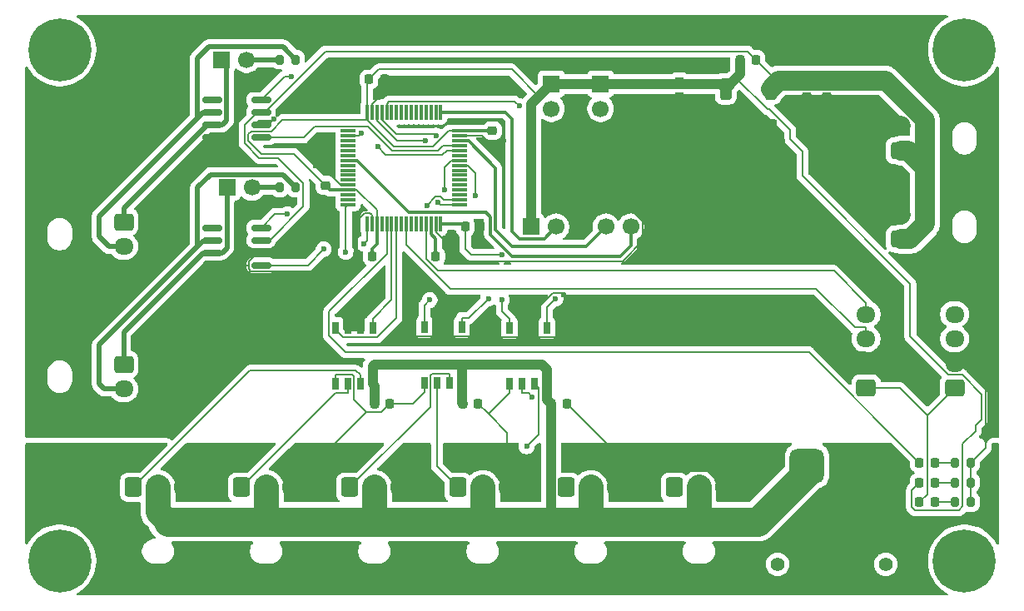
<source format=gbr>
%TF.GenerationSoftware,KiCad,Pcbnew,9.0.1*%
%TF.CreationDate,2025-05-30T13:55:45+09:00*%
%TF.ProjectId,ALTAIR_SERVO_MODULE_V6,414c5441-4952-45f5-9345-52564f5f4d4f,rev?*%
%TF.SameCoordinates,Original*%
%TF.FileFunction,Copper,L1,Top*%
%TF.FilePolarity,Positive*%
%FSLAX46Y46*%
G04 Gerber Fmt 4.6, Leading zero omitted, Abs format (unit mm)*
G04 Created by KiCad (PCBNEW 9.0.1) date 2025-05-30 13:55:45*
%MOMM*%
%LPD*%
G01*
G04 APERTURE LIST*
G04 Aperture macros list*
%AMRoundRect*
0 Rectangle with rounded corners*
0 $1 Rounding radius*
0 $2 $3 $4 $5 $6 $7 $8 $9 X,Y pos of 4 corners*
0 Add a 4 corners polygon primitive as box body*
4,1,4,$2,$3,$4,$5,$6,$7,$8,$9,$2,$3,0*
0 Add four circle primitives for the rounded corners*
1,1,$1+$1,$2,$3*
1,1,$1+$1,$4,$5*
1,1,$1+$1,$6,$7*
1,1,$1+$1,$8,$9*
0 Add four rect primitives between the rounded corners*
20,1,$1+$1,$2,$3,$4,$5,0*
20,1,$1+$1,$4,$5,$6,$7,0*
20,1,$1+$1,$6,$7,$8,$9,0*
20,1,$1+$1,$8,$9,$2,$3,0*%
G04 Aperture macros list end*
%TA.AperFunction,ComponentPad*%
%ADD10RoundRect,0.250000X-0.600000X-0.725000X0.600000X-0.725000X0.600000X0.725000X-0.600000X0.725000X0*%
%TD*%
%TA.AperFunction,ComponentPad*%
%ADD11O,1.700000X1.950000*%
%TD*%
%TA.AperFunction,SMDPad,CuDef*%
%ADD12RoundRect,0.225000X0.250000X-0.225000X0.250000X0.225000X-0.250000X0.225000X-0.250000X-0.225000X0*%
%TD*%
%TA.AperFunction,SMDPad,CuDef*%
%ADD13RoundRect,0.225000X-0.225000X-0.250000X0.225000X-0.250000X0.225000X0.250000X-0.225000X0.250000X0*%
%TD*%
%TA.AperFunction,SMDPad,CuDef*%
%ADD14RoundRect,0.218750X0.218750X0.256250X-0.218750X0.256250X-0.218750X-0.256250X0.218750X-0.256250X0*%
%TD*%
%TA.AperFunction,ComponentPad*%
%ADD15R,1.700000X1.700000*%
%TD*%
%TA.AperFunction,ComponentPad*%
%ADD16C,1.700000*%
%TD*%
%TA.AperFunction,SMDPad,CuDef*%
%ADD17RoundRect,0.150000X0.825000X0.150000X-0.825000X0.150000X-0.825000X-0.150000X0.825000X-0.150000X0*%
%TD*%
%TA.AperFunction,ComponentPad*%
%ADD18RoundRect,0.250000X0.725000X-0.600000X0.725000X0.600000X-0.725000X0.600000X-0.725000X-0.600000X0*%
%TD*%
%TA.AperFunction,ComponentPad*%
%ADD19O,1.950000X1.700000*%
%TD*%
%TA.AperFunction,SMDPad,CuDef*%
%ADD20RoundRect,0.200000X0.200000X0.275000X-0.200000X0.275000X-0.200000X-0.275000X0.200000X-0.275000X0*%
%TD*%
%TA.AperFunction,SMDPad,CuDef*%
%ADD21RoundRect,0.225000X-0.250000X0.225000X-0.250000X-0.225000X0.250000X-0.225000X0.250000X0.225000X0*%
%TD*%
%TA.AperFunction,SMDPad,CuDef*%
%ADD22RoundRect,0.225000X0.225000X0.250000X-0.225000X0.250000X-0.225000X-0.250000X0.225000X-0.250000X0*%
%TD*%
%TA.AperFunction,SMDPad,CuDef*%
%ADD23R,0.650000X1.250000*%
%TD*%
%TA.AperFunction,ComponentPad*%
%ADD24C,0.800000*%
%TD*%
%TA.AperFunction,ComponentPad*%
%ADD25C,6.400000*%
%TD*%
%TA.AperFunction,ComponentPad*%
%ADD26C,1.400000*%
%TD*%
%TA.AperFunction,ComponentPad*%
%ADD27RoundRect,0.770000X0.980000X0.980000X-0.980000X0.980000X-0.980000X-0.980000X0.980000X-0.980000X0*%
%TD*%
%TA.AperFunction,ComponentPad*%
%ADD28C,3.500000*%
%TD*%
%TA.AperFunction,SMDPad,CuDef*%
%ADD29RoundRect,0.250000X-0.350000X0.850000X-0.350000X-0.850000X0.350000X-0.850000X0.350000X0.850000X0*%
%TD*%
%TA.AperFunction,SMDPad,CuDef*%
%ADD30RoundRect,0.249997X-2.650003X2.950003X-2.650003X-2.950003X2.650003X-2.950003X2.650003X2.950003X0*%
%TD*%
%TA.AperFunction,SMDPad,CuDef*%
%ADD31RoundRect,0.075000X-0.700000X-0.075000X0.700000X-0.075000X0.700000X0.075000X-0.700000X0.075000X0*%
%TD*%
%TA.AperFunction,SMDPad,CuDef*%
%ADD32RoundRect,0.075000X-0.075000X-0.700000X0.075000X-0.700000X0.075000X0.700000X-0.075000X0.700000X0*%
%TD*%
%TA.AperFunction,ComponentPad*%
%ADD33RoundRect,0.250000X-0.725000X0.600000X-0.725000X-0.600000X0.725000X-0.600000X0.725000X0.600000X0*%
%TD*%
%TA.AperFunction,SMDPad,CuDef*%
%ADD34RoundRect,0.200000X-0.200000X-0.275000X0.200000X-0.275000X0.200000X0.275000X-0.200000X0.275000X0*%
%TD*%
%TA.AperFunction,ViaPad*%
%ADD35C,0.600000*%
%TD*%
%TA.AperFunction,Conductor*%
%ADD36C,0.200000*%
%TD*%
%TA.AperFunction,Conductor*%
%ADD37C,0.500000*%
%TD*%
%TA.AperFunction,Conductor*%
%ADD38C,3.000000*%
%TD*%
%TA.AperFunction,Conductor*%
%ADD39C,1.000000*%
%TD*%
%TA.AperFunction,Conductor*%
%ADD40C,2.540000*%
%TD*%
%TA.AperFunction,Conductor*%
%ADD41C,0.300000*%
%TD*%
%TA.AperFunction,Conductor*%
%ADD42C,2.000000*%
%TD*%
G04 APERTURE END LIST*
D10*
%TO.P,M1,1,PWM*%
%TO.N,Net-(IC1-VO1_(OUTPUT_1))*%
X81500000Y-88500000D03*
D11*
%TO.P,M1,2,+*%
%TO.N,+8V*%
X84000000Y-88500000D03*
%TO.P,M1,3,-*%
%TO.N,GND1*%
X86500000Y-88500000D03*
%TD*%
D12*
%TO.P,C4,1*%
%TO.N,+3.3V*%
X101000000Y-57775000D03*
%TO.P,C4,2*%
%TO.N,GND*%
X101000000Y-56225000D03*
%TD*%
D13*
%TO.P,C13,1*%
%TO.N,+8V*%
X124000000Y-80000000D03*
%TO.P,C13,2*%
%TO.N,GND1*%
X125550000Y-80000000D03*
%TD*%
D14*
%TO.P,D3,1,K*%
%TO.N,Net-(D3-K)*%
X163000000Y-86000000D03*
%TO.P,D3,2,A*%
%TO.N,LED*%
X161425000Y-86000000D03*
%TD*%
D15*
%TO.P,J2,1,Pin_1*%
%TO.N,+3.3V*%
X129000000Y-47460000D03*
D16*
%TO.P,J2,2,Pin_2*%
%TO.N,SW*%
X129000000Y-50000000D03*
%TD*%
D17*
%TO.P,U3,1,TXD*%
%TO.N,can2_tx*%
X94475000Y-65905000D03*
%TO.P,U3,2,VSS*%
%TO.N,GND*%
X94475000Y-64635000D03*
%TO.P,U3,3,VDD*%
%TO.N,+5V*%
X94475000Y-63365000D03*
%TO.P,U3,4,RXD*%
%TO.N,can2_rx*%
X94475000Y-62095000D03*
%TO.P,U3,5,Vref*%
%TO.N,unconnected-(U3-Vref-Pad5)*%
X89525000Y-62095000D03*
%TO.P,U3,6,CANL*%
%TO.N,can2_L*%
X89525000Y-63365000D03*
%TO.P,U3,7,CANH*%
%TO.N,can2_H*%
X89525000Y-64635000D03*
%TO.P,U3,8,Rs*%
%TO.N,GND*%
X89525000Y-65905000D03*
%TD*%
D18*
%TO.P,J6,1,Pin_1*%
%TO.N,+5V*%
X159500000Y-54250000D03*
D19*
%TO.P,J6,2,Pin_2*%
%TO.N,GND*%
X159500000Y-51750000D03*
%TD*%
D20*
%TO.P,R3,1*%
%TO.N,GND*%
X166650000Y-86000000D03*
%TO.P,R3,2*%
%TO.N,Net-(D3-K)*%
X165000000Y-86000000D03*
%TD*%
D14*
%TO.P,D4,1,K*%
%TO.N,+5V*%
X144787500Y-45000000D03*
%TO.P,D4,2,A*%
%TO.N,+3.3V*%
X143212500Y-45000000D03*
%TD*%
D20*
%TO.P,R1,1*%
%TO.N,GND*%
X166650000Y-90000000D03*
%TO.P,R1,2*%
%TO.N,Net-(D1-K)*%
X165000000Y-90000000D03*
%TD*%
%TO.P,R2,1*%
%TO.N,GND*%
X166650000Y-88000000D03*
%TO.P,R2,2*%
%TO.N,Net-(D2-K)*%
X165000000Y-88000000D03*
%TD*%
D21*
%TO.P,C6,1*%
%TO.N,+3.3V*%
X118000000Y-52225000D03*
%TO.P,C6,2*%
%TO.N,GND*%
X118000000Y-53775000D03*
%TD*%
D22*
%TO.P,C1,1*%
%TO.N,GND*%
X113775000Y-65000000D03*
%TO.P,C1,2*%
%TO.N,Net-(U1-VCAP_1)*%
X112225000Y-65000000D03*
%TD*%
D13*
%TO.P,C12,1*%
%TO.N,+8V*%
X115000000Y-80000000D03*
%TO.P,C12,2*%
%TO.N,GND1*%
X116550000Y-80000000D03*
%TD*%
D23*
%TO.P,IC2,1,ANODE_1*%
%TO.N,A8*%
X114877500Y-72200000D03*
%TO.P,IC2,2,CATHODE_1*%
%TO.N,GND*%
X113607500Y-72200000D03*
%TO.P,IC2,3,CATHODE_2*%
X112337500Y-72200000D03*
%TO.P,IC2,4,ANODE_2*%
%TO.N,A9*%
X111067500Y-72200000D03*
%TO.P,IC2,5,GND*%
%TO.N,GND1*%
X111067500Y-77900000D03*
%TO.P,IC2,6,VO2_(OUTPUT_2)*%
%TO.N,Net-(IC2-VO2_(OUTPUT_2))*%
X112337500Y-77900000D03*
%TO.P,IC2,7,VO1_(OUTPUT_1)*%
%TO.N,Net-(IC2-VO1_(OUTPUT_1))*%
X113607500Y-77900000D03*
%TO.P,IC2,8,VCC*%
%TO.N,+8V*%
X114877500Y-77900000D03*
%TD*%
D24*
%TO.P,H2,1*%
%TO.N,N/C*%
X71600000Y-44000000D03*
X72302944Y-42302944D03*
X72302944Y-45697056D03*
X74000000Y-41600000D03*
D25*
X74000000Y-44000000D03*
D24*
X74000000Y-46400000D03*
X75697056Y-42302944D03*
X75697056Y-45697056D03*
X76400000Y-44000000D03*
%TD*%
D18*
%TO.P,J15,1,Pin_1*%
%TO.N,+5V*%
X165000000Y-78400000D03*
D19*
%TO.P,J15,2,Pin_2*%
%TO.N,GND*%
X165000000Y-75900000D03*
%TO.P,J15,3,Pin_3*%
%TO.N,serial2_tx*%
X165000000Y-73400000D03*
%TO.P,J15,4,Pin_4*%
%TO.N,serial2_rx*%
X165000000Y-70900000D03*
%TD*%
D21*
%TO.P,C7,1*%
%TO.N,+5V*%
X152000000Y-47225000D03*
%TO.P,C7,2*%
%TO.N,GND*%
X152000000Y-48775000D03*
%TD*%
D10*
%TO.P,M5,1,PWM*%
%TO.N,Net-(IC3-VO1_(OUTPUT_1))*%
X125500000Y-88500000D03*
D11*
%TO.P,M5,2,+*%
%TO.N,+8V*%
X128000000Y-88500000D03*
%TO.P,M5,3,-*%
%TO.N,GND1*%
X130500000Y-88500000D03*
%TD*%
D15*
%TO.P,J4,1,Pin_1*%
%TO.N,can1_H*%
X90460000Y-45000000D03*
D16*
%TO.P,J4,2,Pin_2*%
%TO.N,Net-(J4-Pin_2)*%
X93000000Y-45000000D03*
%TD*%
D26*
%TO.P,J8,*%
%TO.N,*%
X158000000Y-96325000D03*
X147000000Y-96325000D03*
D27*
%TO.P,J8,1,Pin_1*%
%TO.N,+8V*%
X150000000Y-86325000D03*
D28*
%TO.P,J8,2,Pin_2*%
%TO.N,GND1*%
X155000000Y-86325000D03*
%TD*%
D22*
%TO.P,C3,1*%
%TO.N,+3.3V*%
X105775000Y-65000000D03*
%TO.P,C3,2*%
%TO.N,GND*%
X104225000Y-65000000D03*
%TD*%
D10*
%TO.P,M2,1,PWM*%
%TO.N,Net-(IC1-VO2_(OUTPUT_2))*%
X92500000Y-88500000D03*
D11*
%TO.P,M2,2,+*%
%TO.N,+8V*%
X95000000Y-88500000D03*
%TO.P,M2,3,-*%
%TO.N,GND1*%
X97500000Y-88500000D03*
%TD*%
D18*
%TO.P,J16,1,Pin_1*%
%TO.N,+5V*%
X156000000Y-78400000D03*
D19*
%TO.P,J16,2,Pin_2*%
%TO.N,GND*%
X156000000Y-75900000D03*
%TO.P,J16,3,Pin_3*%
%TO.N,serial3_rx*%
X156000000Y-73400000D03*
%TO.P,J16,4,Pin_4*%
%TO.N,serial3_tx*%
X156000000Y-70900000D03*
%TD*%
D15*
%TO.P,J1,1,Pin_1*%
%TO.N,+3.3V*%
X124000000Y-47460000D03*
D16*
%TO.P,J1,2,Pin_2*%
%TO.N,booto*%
X124000000Y-50000000D03*
%TD*%
D29*
%TO.P,U4,1,VI*%
%TO.N,+5V*%
X146280000Y-47960000D03*
D30*
%TO.P,U4,2,GND*%
%TO.N,GND*%
X144000000Y-54260000D03*
D29*
%TO.P,U4,3,VO*%
%TO.N,+3.3V*%
X141720000Y-47960000D03*
%TD*%
D24*
%TO.P,H1,1*%
%TO.N,N/C*%
X71600000Y-96000000D03*
X72302944Y-94302944D03*
X72302944Y-97697056D03*
X74000000Y-93600000D03*
D25*
X74000000Y-96000000D03*
D24*
X74000000Y-98400000D03*
X75697056Y-94302944D03*
X75697056Y-97697056D03*
X76400000Y-96000000D03*
%TD*%
D15*
%TO.P,J5,1,Pin_1*%
%TO.N,can2_H*%
X91000000Y-58000000D03*
D16*
%TO.P,J5,2,Pin_2*%
%TO.N,Net-(J5-Pin_2)*%
X93540000Y-58000000D03*
%TD*%
D10*
%TO.P,M4,1,PWM*%
%TO.N,Net-(IC2-VO2_(OUTPUT_2))*%
X114500000Y-88500000D03*
D11*
%TO.P,M4,2,+*%
%TO.N,+8V*%
X117000000Y-88500000D03*
%TO.P,M4,3,-*%
%TO.N,GND1*%
X119500000Y-88500000D03*
%TD*%
D23*
%TO.P,IC1,1,ANODE_1*%
%TO.N,A6*%
X105810000Y-72300000D03*
%TO.P,IC1,2,CATHODE_1*%
%TO.N,GND*%
X104540000Y-72300000D03*
%TO.P,IC1,3,CATHODE_2*%
X103270000Y-72300000D03*
%TO.P,IC1,4,ANODE_2*%
%TO.N,A7*%
X102000000Y-72300000D03*
%TO.P,IC1,5,GND*%
%TO.N,GND1*%
X102000000Y-78000000D03*
%TO.P,IC1,6,VO2_(OUTPUT_2)*%
%TO.N,Net-(IC1-VO2_(OUTPUT_2))*%
X103270000Y-78000000D03*
%TO.P,IC1,7,VO1_(OUTPUT_1)*%
%TO.N,Net-(IC1-VO1_(OUTPUT_1))*%
X104540000Y-78000000D03*
%TO.P,IC1,8,VCC*%
%TO.N,+8V*%
X105810000Y-78000000D03*
%TD*%
D24*
%TO.P,H4,1*%
%TO.N,N/C*%
X163600000Y-96000000D03*
X164302944Y-94302944D03*
X164302944Y-97697056D03*
X166000000Y-93600000D03*
D25*
X166000000Y-96000000D03*
D24*
X166000000Y-98400000D03*
X167697056Y-94302944D03*
X167697056Y-97697056D03*
X168400000Y-96000000D03*
%TD*%
D31*
%TO.P,U1,1,VBAT*%
%TO.N,unconnected-(U1-VBAT-Pad1)*%
X103325000Y-52250000D03*
%TO.P,U1,2,PC13*%
%TO.N,SW*%
X103325000Y-52750000D03*
%TO.P,U1,3,PC14*%
%TO.N,unconnected-(U1-PC14-Pad3)*%
X103325000Y-53250000D03*
%TO.P,U1,4,PC15*%
%TO.N,unconnected-(U1-PC15-Pad4)*%
X103325000Y-53750000D03*
%TO.P,U1,5,PH0*%
%TO.N,unconnected-(U1-PH0-Pad5)*%
X103325000Y-54250000D03*
%TO.P,U1,6,PH1*%
%TO.N,unconnected-(U1-PH1-Pad6)*%
X103325000Y-54750000D03*
%TO.P,U1,7,NRST*%
%TO.N,nrst*%
X103325000Y-55250000D03*
%TO.P,U1,8,PC0*%
%TO.N,unconnected-(U1-PC0-Pad8)*%
X103325000Y-55750000D03*
%TO.P,U1,9,PC1*%
%TO.N,unconnected-(U1-PC1-Pad9)*%
X103325000Y-56250000D03*
%TO.P,U1,10,PC2*%
%TO.N,unconnected-(U1-PC2-Pad10)*%
X103325000Y-56750000D03*
%TO.P,U1,11,PC3*%
%TO.N,unconnected-(U1-PC3-Pad11)*%
X103325000Y-57250000D03*
%TO.P,U1,12,VSSA*%
%TO.N,GND*%
X103325000Y-57750000D03*
%TO.P,U1,13,VDDA*%
%TO.N,+3.3V*%
X103325000Y-58250000D03*
%TO.P,U1,14,PA0*%
%TO.N,unconnected-(U1-PA0-Pad14)*%
X103325000Y-58750000D03*
%TO.P,U1,15,PA1*%
%TO.N,unconnected-(U1-PA1-Pad15)*%
X103325000Y-59250000D03*
%TO.P,U1,16,PA2*%
%TO.N,serial2_tx*%
X103325000Y-59750000D03*
D32*
%TO.P,U1,17,PA3*%
%TO.N,serial2_rx*%
X105250000Y-61675000D03*
%TO.P,U1,18,VSS*%
%TO.N,GND*%
X105750000Y-61675000D03*
%TO.P,U1,19,VDD*%
%TO.N,+3.3V*%
X106250000Y-61675000D03*
%TO.P,U1,20,PA4*%
%TO.N,unconnected-(U1-PA4-Pad20)*%
X106750000Y-61675000D03*
%TO.P,U1,21,PA5*%
%TO.N,LED*%
X107250000Y-61675000D03*
%TO.P,U1,22,PA6*%
%TO.N,A6*%
X107750000Y-61675000D03*
%TO.P,U1,23,PA7*%
%TO.N,A7*%
X108250000Y-61675000D03*
%TO.P,U1,24,PC4*%
%TO.N,unconnected-(U1-PC4-Pad24)*%
X108750000Y-61675000D03*
%TO.P,U1,25,PC5*%
%TO.N,serial3_rx*%
X109250000Y-61675000D03*
%TO.P,U1,26,PB0*%
%TO.N,unconnected-(U1-PB0-Pad26)*%
X109750000Y-61675000D03*
%TO.P,U1,27,PB1*%
%TO.N,unconnected-(U1-PB1-Pad27)*%
X110250000Y-61675000D03*
%TO.P,U1,28,PB2*%
%TO.N,unconnected-(U1-PB2-Pad28)*%
X110750000Y-61675000D03*
%TO.P,U1,29,PB10*%
%TO.N,serial3_tx*%
X111250000Y-61675000D03*
%TO.P,U1,30,VCAP_1*%
%TO.N,Net-(U1-VCAP_1)*%
X111750000Y-61675000D03*
%TO.P,U1,31,VSS*%
%TO.N,GND*%
X112250000Y-61675000D03*
%TO.P,U1,32,VDD*%
%TO.N,+3.3V*%
X112750000Y-61675000D03*
D31*
%TO.P,U1,33,PB12*%
%TO.N,can2_rx*%
X114675000Y-59750000D03*
%TO.P,U1,34,PB13*%
%TO.N,can2_tx*%
X114675000Y-59250000D03*
%TO.P,U1,35,PB14*%
%TO.N,B14*%
X114675000Y-58750000D03*
%TO.P,U1,36,PB15*%
%TO.N,B15*%
X114675000Y-58250000D03*
%TO.P,U1,37,PC6*%
%TO.N,unconnected-(U1-PC6-Pad37)*%
X114675000Y-57750000D03*
%TO.P,U1,38,PC7*%
%TO.N,unconnected-(U1-PC7-Pad38)*%
X114675000Y-57250000D03*
%TO.P,U1,39,PC8*%
%TO.N,unconnected-(U1-PC8-Pad39)*%
X114675000Y-56750000D03*
%TO.P,U1,40,PC9*%
%TO.N,unconnected-(U1-PC9-Pad40)*%
X114675000Y-56250000D03*
%TO.P,U1,41,PA8*%
%TO.N,A8*%
X114675000Y-55750000D03*
%TO.P,U1,42,PA9*%
%TO.N,A9*%
X114675000Y-55250000D03*
%TO.P,U1,43,PA10*%
%TO.N,unconnected-(U1-PA10-Pad43)*%
X114675000Y-54750000D03*
%TO.P,U1,44,PA11*%
%TO.N,can1_rx*%
X114675000Y-54250000D03*
%TO.P,U1,45,PA12*%
%TO.N,can1_tx*%
X114675000Y-53750000D03*
%TO.P,U1,46,PA13*%
%TO.N,SWDIO*%
X114675000Y-53250000D03*
%TO.P,U1,47,VSS*%
%TO.N,GND*%
X114675000Y-52750000D03*
%TO.P,U1,48,VDD*%
%TO.N,+3.3V*%
X114675000Y-52250000D03*
D32*
%TO.P,U1,49,PA14*%
%TO.N,SWCLK*%
X112750000Y-50325000D03*
%TO.P,U1,50,PA15*%
%TO.N,unconnected-(U1-PA15-Pad50)*%
X112250000Y-50325000D03*
%TO.P,U1,51,PC10*%
%TO.N,unconnected-(U1-PC10-Pad51)*%
X111750000Y-50325000D03*
%TO.P,U1,52,PC11*%
%TO.N,unconnected-(U1-PC11-Pad52)*%
X111250000Y-50325000D03*
%TO.P,U1,53,PC12*%
%TO.N,unconnected-(U1-PC12-Pad53)*%
X110750000Y-50325000D03*
%TO.P,U1,54,PD2*%
%TO.N,unconnected-(U1-PD2-Pad54)*%
X110250000Y-50325000D03*
%TO.P,U1,55,PB3*%
%TO.N,unconnected-(U1-PB3-Pad55)*%
X109750000Y-50325000D03*
%TO.P,U1,56,PB4*%
%TO.N,unconnected-(U1-PB4-Pad56)*%
X109250000Y-50325000D03*
%TO.P,U1,57,PB5*%
%TO.N,unconnected-(U1-PB5-Pad57)*%
X108750000Y-50325000D03*
%TO.P,U1,58,PB6*%
%TO.N,unconnected-(U1-PB6-Pad58)*%
X108250000Y-50325000D03*
%TO.P,U1,59,PB7*%
%TO.N,unconnected-(U1-PB7-Pad59)*%
X107750000Y-50325000D03*
%TO.P,U1,60,BOOT0*%
%TO.N,booto*%
X107250000Y-50325000D03*
%TO.P,U1,61,PB8*%
%TO.N,B8*%
X106750000Y-50325000D03*
%TO.P,U1,62,PB9*%
%TO.N,B9*%
X106250000Y-50325000D03*
%TO.P,U1,63,VSS*%
%TO.N,GND*%
X105750000Y-50325000D03*
%TO.P,U1,64,VDD*%
%TO.N,+3.3V*%
X105250000Y-50325000D03*
%TD*%
D13*
%TO.P,C2,1*%
%TO.N,+3.3V*%
X105450000Y-47000000D03*
%TO.P,C2,2*%
%TO.N,GND*%
X107000000Y-47000000D03*
%TD*%
D33*
%TO.P,J14,1,Pin_1*%
%TO.N,can2_H*%
X80500000Y-76000000D03*
D19*
%TO.P,J14,2,Pin_2*%
%TO.N,can2_L*%
X80500000Y-78500000D03*
%TD*%
D14*
%TO.P,D2,1,K*%
%TO.N,Net-(D2-K)*%
X163000000Y-88000000D03*
%TO.P,D2,2,A*%
%TO.N,+3.3V*%
X161425000Y-88000000D03*
%TD*%
D21*
%TO.P,C8,1*%
%TO.N,+5V*%
X150000000Y-47225000D03*
%TO.P,C8,2*%
%TO.N,GND*%
X150000000Y-48775000D03*
%TD*%
D10*
%TO.P,M3,1,PWM*%
%TO.N,Net-(IC2-VO1_(OUTPUT_1))*%
X103500000Y-88500000D03*
D11*
%TO.P,M3,2,+*%
%TO.N,+8V*%
X106000000Y-88500000D03*
%TO.P,M3,3,-*%
%TO.N,GND1*%
X108500000Y-88500000D03*
%TD*%
D15*
%TO.P,J3,1,Pin_1*%
%TO.N,+3.3V*%
X121920000Y-62000000D03*
D16*
%TO.P,J3,2,Pin_2*%
%TO.N,SWCLK*%
X124460000Y-62000000D03*
%TO.P,J3,3,Pin_3*%
%TO.N,GND*%
X127000000Y-62000000D03*
%TO.P,J3,4,Pin_4*%
%TO.N,SWDIO*%
X129540000Y-62000000D03*
%TO.P,J3,5,Pin_5*%
%TO.N,nrst*%
X132080000Y-62000000D03*
%TD*%
D13*
%TO.P,C10,1*%
%TO.N,+8V*%
X106000000Y-80000000D03*
%TO.P,C10,2*%
%TO.N,GND1*%
X107550000Y-80000000D03*
%TD*%
D33*
%TO.P,J13,1,Pin_1*%
%TO.N,can1_H*%
X80500000Y-61500000D03*
D19*
%TO.P,J13,2,Pin_2*%
%TO.N,can1_L*%
X80500000Y-64000000D03*
%TD*%
D23*
%TO.P,IC3,1,ANODE_1*%
%TO.N,B8*%
X123540000Y-72300000D03*
%TO.P,IC3,2,CATHODE_1*%
%TO.N,GND*%
X122270000Y-72300000D03*
%TO.P,IC3,3,CATHODE_2*%
X121000000Y-72300000D03*
%TO.P,IC3,4,ANODE_2*%
%TO.N,B9*%
X119730000Y-72300000D03*
%TO.P,IC3,5,GND*%
%TO.N,GND1*%
X119730000Y-78000000D03*
%TO.P,IC3,6,VO2_(OUTPUT_2)*%
%TO.N,Net-(IC3-VO2_(OUTPUT_2))*%
X121000000Y-78000000D03*
%TO.P,IC3,7,VO1_(OUTPUT_1)*%
%TO.N,Net-(IC3-VO1_(OUTPUT_1))*%
X122270000Y-78000000D03*
%TO.P,IC3,8,VCC*%
%TO.N,+8V*%
X123540000Y-78000000D03*
%TD*%
D10*
%TO.P,M6,1,PWM*%
%TO.N,Net-(IC3-VO2_(OUTPUT_2))*%
X136500000Y-88500000D03*
D11*
%TO.P,M6,2,+*%
%TO.N,+8V*%
X139000000Y-88500000D03*
%TO.P,M6,3,-*%
%TO.N,GND1*%
X141500000Y-88500000D03*
%TD*%
D34*
%TO.P,R5,1*%
%TO.N,Net-(J5-Pin_2)*%
X96350000Y-58000000D03*
%TO.P,R5,2*%
%TO.N,can2_L*%
X98000000Y-58000000D03*
%TD*%
D17*
%TO.P,U2,1,TXD*%
%TO.N,can1_tx*%
X94475000Y-52905000D03*
%TO.P,U2,2,VSS*%
%TO.N,GND*%
X94475000Y-51635000D03*
%TO.P,U2,3,VDD*%
%TO.N,+5V*%
X94475000Y-50365000D03*
%TO.P,U2,4,RXD*%
%TO.N,can1_rx*%
X94475000Y-49095000D03*
%TO.P,U2,5,Vref*%
%TO.N,unconnected-(U2-Vref-Pad5)*%
X89525000Y-49095000D03*
%TO.P,U2,6,CANL*%
%TO.N,can1_L*%
X89525000Y-50365000D03*
%TO.P,U2,7,CANH*%
%TO.N,can1_H*%
X89525000Y-51635000D03*
%TO.P,U2,8,Rs*%
%TO.N,GND*%
X89525000Y-52905000D03*
%TD*%
D14*
%TO.P,D1,1,K*%
%TO.N,Net-(D1-K)*%
X163000000Y-90000000D03*
%TO.P,D1,2,A*%
%TO.N,+5V*%
X161425000Y-90000000D03*
%TD*%
D21*
%TO.P,C9,1*%
%TO.N,+3.3V*%
X137000000Y-47225000D03*
%TO.P,C9,2*%
%TO.N,GND*%
X137000000Y-48775000D03*
%TD*%
D18*
%TO.P,J7,1,Pin_1*%
%TO.N,+5V*%
X159500000Y-63250000D03*
D19*
%TO.P,J7,2,Pin_2*%
%TO.N,GND*%
X159500000Y-60750000D03*
%TD*%
D13*
%TO.P,C5,1*%
%TO.N,+3.3V*%
X115225000Y-62000000D03*
%TO.P,C5,2*%
%TO.N,GND*%
X116775000Y-62000000D03*
%TD*%
D24*
%TO.P,H3,1*%
%TO.N,N/C*%
X163600000Y-44000000D03*
X164302944Y-42302944D03*
X164302944Y-45697056D03*
X166000000Y-41600000D03*
D25*
X166000000Y-44000000D03*
D24*
X166000000Y-46400000D03*
X167697056Y-42302944D03*
X167697056Y-45697056D03*
X168400000Y-44000000D03*
%TD*%
D34*
%TO.P,R4,1*%
%TO.N,Net-(J4-Pin_2)*%
X96350000Y-45000000D03*
%TO.P,R4,2*%
%TO.N,can1_L*%
X98000000Y-45000000D03*
%TD*%
D35*
%TO.N,GND*%
X116583165Y-63432349D03*
X147000000Y-58000000D03*
X146000000Y-58000000D03*
X145000000Y-58000000D03*
X144000000Y-58000000D03*
X143000000Y-58000000D03*
X142000000Y-58000000D03*
X141000000Y-58000000D03*
X104000000Y-48000000D03*
X108000000Y-48000000D03*
%TO.N,can2_rx*%
X112482000Y-59539400D03*
X97155200Y-60697400D03*
%TO.N,can2_tx*%
X111319000Y-59853200D03*
X100845000Y-64266200D03*
%TO.N,can1_rx*%
X106336000Y-53859000D03*
X97545200Y-46713800D03*
%TO.N,B8*%
X112246000Y-52703500D03*
X124421000Y-69322500D03*
%TO.N,Net-(IC3-VO2_(OUTPUT_2))*%
X122058000Y-79329000D03*
%TO.N,B9*%
X111143000Y-53250900D03*
X118942000Y-69443100D03*
%TO.N,Net-(IC3-VO1_(OUTPUT_1))*%
X121474000Y-84333100D03*
%TO.N,A8*%
X116306000Y-58856600D03*
X117584000Y-69307600D03*
%TO.N,serial2_rx*%
X104921000Y-63728100D03*
%TO.N,serial2_tx*%
X103096000Y-64573700D03*
%TO.N,A9*%
X113100000Y-58249300D03*
X111615000Y-69451700D03*
%TO.N,SW*%
X104641000Y-52480700D03*
%TO.N,booto*%
X120710000Y-49718900D03*
%TO.N,+3.3V*%
X118956000Y-64879800D03*
%TO.N,GND*%
X114000000Y-71000000D03*
X122000000Y-71000000D03*
X117000000Y-73000000D03*
X109000000Y-73000000D03*
X104000000Y-71000000D03*
X104170900Y-66497200D03*
X119163000Y-53272400D03*
X147535500Y-53241900D03*
X125235100Y-68933600D03*
X89699000Y-53712000D03*
X99997200Y-55823700D03*
X95758000Y-51022300D03*
%TD*%
D36*
%TO.N,+3.3V*%
X115225000Y-64225000D02*
X115225000Y-62000000D01*
X115879800Y-64879800D02*
X115225000Y-64225000D01*
X118956000Y-64879800D02*
X115879800Y-64879800D01*
%TO.N,GND*%
X137000000Y-54260000D02*
X144000000Y-54260000D01*
%TO.N,+3.3V*%
X106450000Y-46000000D02*
X105450000Y-47000000D01*
X119955900Y-46000000D02*
X106450000Y-46000000D01*
X122708000Y-48752100D02*
X119955900Y-46000000D01*
%TO.N,GND*%
X105750000Y-49516176D02*
X107266176Y-48000000D01*
X105750000Y-50325000D02*
X105750000Y-49516176D01*
X107266176Y-48000000D02*
X108000000Y-48000000D01*
%TO.N,+3.3V*%
X105250000Y-47200000D02*
X105450000Y-47000000D01*
X105250000Y-50325000D02*
X105250000Y-47200000D01*
%TO.N,GND*%
X105750000Y-50250000D02*
X105799000Y-50201000D01*
X105750000Y-50325000D02*
X105750000Y-50250000D01*
X116975000Y-52750000D02*
X118000000Y-53775000D01*
X114675000Y-52750000D02*
X116975000Y-52750000D01*
%TO.N,Net-(D3-K)*%
X165000000Y-86000000D02*
X163000000Y-86000000D01*
%TO.N,can2_rx*%
X112692000Y-59750000D02*
X112482000Y-59539400D01*
X114675000Y-59750000D02*
X112692000Y-59750000D01*
X95872600Y-60697400D02*
X94475000Y-62095000D01*
X97155200Y-60697400D02*
X95872600Y-60697400D01*
%TO.N,can2_tx*%
X99205800Y-65905000D02*
X94475000Y-65905000D01*
X100845000Y-64266200D02*
X99205800Y-65905000D01*
X112233000Y-58939300D02*
X111319000Y-59853200D01*
X112730000Y-58939300D02*
X112233000Y-58939300D01*
X113041000Y-59250000D02*
X112730000Y-58939300D01*
X114675000Y-59250000D02*
X113041000Y-59250000D01*
%TO.N,can1_rx*%
X107155000Y-54678600D02*
X106336000Y-53859000D01*
X112917000Y-54678600D02*
X107155000Y-54678600D01*
X113346000Y-54250000D02*
X112917000Y-54678600D01*
X114675000Y-54250000D02*
X113346000Y-54250000D01*
X96856200Y-46713800D02*
X94475000Y-49095000D01*
X97545200Y-46713800D02*
X96856200Y-46713800D01*
%TO.N,can1_tx*%
X98806300Y-52905000D02*
X94475000Y-52905000D01*
X99921900Y-51789400D02*
X98806300Y-52905000D01*
X105329000Y-51789400D02*
X99921900Y-51789400D01*
X107806000Y-54265900D02*
X105329000Y-51789400D01*
X112482000Y-54265900D02*
X107806000Y-54265900D01*
X112998000Y-53750000D02*
X112482000Y-54265900D01*
X114675000Y-53750000D02*
X112998000Y-53750000D01*
%TO.N,B8*%
X112110000Y-52568100D02*
X112246000Y-52703500D01*
X108184000Y-52568100D02*
X112110000Y-52568100D01*
X106750000Y-51133700D02*
X108184000Y-52568100D01*
X106750000Y-50325000D02*
X106750000Y-51133700D01*
X123540000Y-70203900D02*
X123540000Y-72300000D01*
X124421000Y-69322500D02*
X123540000Y-70203900D01*
%TO.N,Net-(IC3-VO2_(OUTPUT_2))*%
X121654000Y-78925100D02*
X122058000Y-79329000D01*
X121000000Y-78925100D02*
X121654000Y-78925100D01*
X121000000Y-78000000D02*
X121000000Y-78925100D01*
%TO.N,B9*%
X108301000Y-53250900D02*
X111143000Y-53250900D01*
X106250000Y-51199600D02*
X108301000Y-53250900D01*
X106250000Y-50325000D02*
X106250000Y-51199600D01*
X118942000Y-70587100D02*
X118942000Y-69443100D01*
X119730000Y-71374900D02*
X118942000Y-70587100D01*
X119730000Y-72300000D02*
X119730000Y-71374900D01*
%TO.N,Net-(IC3-VO1_(OUTPUT_1))*%
X122658000Y-78387600D02*
X122270000Y-78000000D01*
X122658000Y-83149800D02*
X122658000Y-78387600D01*
X121474000Y-84333100D02*
X122658000Y-83149800D01*
%TO.N,Net-(IC2-VO2_(OUTPUT_2))*%
X112338000Y-77900000D02*
X112338000Y-82118700D01*
X112338000Y-86337500D02*
X114500000Y-88500000D01*
X112338000Y-82118700D02*
X112338000Y-86337500D01*
X112337500Y-82118200D02*
X112337500Y-77900000D01*
X112338000Y-82118700D02*
X112337500Y-82118200D01*
%TO.N,A8*%
X116306000Y-56574900D02*
X116306000Y-58856600D01*
X115482000Y-55750000D02*
X116306000Y-56574900D01*
X114675000Y-55750000D02*
X115482000Y-55750000D01*
X114878000Y-72200000D02*
X114878000Y-71800000D01*
X115616000Y-71274900D02*
X117584000Y-69307600D01*
X114878000Y-71274900D02*
X115616000Y-71274900D01*
X114878000Y-71800000D02*
X114878000Y-71274900D01*
X114877500Y-71800500D02*
X114877500Y-72200000D01*
X114878000Y-71800000D02*
X114877500Y-71800500D01*
%TO.N,Net-(IC2-VO1_(OUTPUT_1))*%
X113608000Y-77900000D02*
X113608000Y-77437400D01*
X111693000Y-80307300D02*
X103500000Y-88500000D01*
X111693000Y-77108500D02*
X111693000Y-80307300D01*
X111826000Y-76974900D02*
X111693000Y-77108500D01*
X113608000Y-76974900D02*
X111826000Y-76974900D01*
X113608000Y-77437400D02*
X113608000Y-76974900D01*
X113607500Y-77437900D02*
X113607500Y-77900000D01*
X113608000Y-77437400D02*
X113607500Y-77437900D01*
%TO.N,serial3_tx*%
X111250000Y-65282200D02*
X111250000Y-61675000D01*
X112434000Y-66466500D02*
X111250000Y-65282200D01*
X152717000Y-66466500D02*
X112434000Y-66466500D01*
X156000000Y-69749900D02*
X152717000Y-66466500D01*
X156000000Y-70900000D02*
X156000000Y-69749900D01*
%TO.N,serial3_rx*%
X109250000Y-63868600D02*
X109250000Y-61675000D01*
X113689000Y-68307400D02*
X109250000Y-63868600D01*
X150907000Y-68307400D02*
X113689000Y-68307400D01*
X154850000Y-72249900D02*
X150907000Y-68307400D01*
X156000000Y-72249900D02*
X154850000Y-72249900D01*
X156000000Y-73400000D02*
X156000000Y-72249900D01*
%TO.N,serial2_rx*%
X105250000Y-63399000D02*
X104921000Y-63728100D01*
X105250000Y-61675000D02*
X105250000Y-63399000D01*
%TO.N,serial2_tx*%
X103096000Y-59979200D02*
X103096000Y-64573700D01*
X103325000Y-59750000D02*
X103096000Y-59979200D01*
D37*
%TO.N,can2_L*%
X88000000Y-58000000D02*
X88000000Y-64000000D01*
X89301000Y-56699000D02*
X88000000Y-58000000D01*
X96699000Y-56699000D02*
X89301000Y-56699000D01*
X98000000Y-58000000D02*
X96699000Y-56699000D01*
X88635000Y-63365000D02*
X89525000Y-63365000D01*
X88000000Y-64000000D02*
X88635000Y-63365000D01*
X78000000Y-74000000D02*
X88000000Y-64000000D01*
X78000000Y-78000000D02*
X78000000Y-74000000D01*
X78500000Y-78500000D02*
X78000000Y-78000000D01*
X80500000Y-78500000D02*
X78500000Y-78500000D01*
%TO.N,can1_L*%
X87957500Y-44900500D02*
X87957500Y-50957500D01*
X89159000Y-43699000D02*
X87957500Y-44900500D01*
X96699000Y-43699000D02*
X89159000Y-43699000D01*
X98000000Y-45000000D02*
X96699000Y-43699000D01*
X88550000Y-50365000D02*
X89525000Y-50365000D01*
X87957500Y-50957500D02*
X88550000Y-50365000D01*
X78000000Y-60915000D02*
X87957500Y-50957500D01*
X78000000Y-63000000D02*
X78000000Y-60915000D01*
X79000000Y-64000000D02*
X78000000Y-63000000D01*
X80500000Y-64000000D02*
X79000000Y-64000000D01*
D36*
%TO.N,A9*%
X113100000Y-55989000D02*
X113100000Y-58249300D01*
X113839000Y-55250000D02*
X113100000Y-55989000D01*
X114675000Y-55250000D02*
X113839000Y-55250000D01*
X111068000Y-69999600D02*
X111068000Y-71099800D01*
X111615000Y-69451700D02*
X111068000Y-69999600D01*
X111068000Y-71099800D02*
X111068000Y-72200000D01*
X111067500Y-71100300D02*
X111067500Y-72200000D01*
X111068000Y-71099800D02*
X111067500Y-71100300D01*
%TO.N,Net-(IC1-VO1_(OUTPUT_1))*%
X93358200Y-76641800D02*
X81500000Y-88500000D01*
X104107000Y-76641800D02*
X93358200Y-76641800D01*
X104540000Y-77074900D02*
X104107000Y-76641800D01*
X104540000Y-78000000D02*
X104540000Y-77074900D01*
%TO.N,Net-(IC1-VO2_(OUTPUT_2))*%
X102075000Y-78925100D02*
X92500000Y-88500000D01*
X103270000Y-78925100D02*
X102075000Y-78925100D01*
X103270000Y-78000000D02*
X103270000Y-78925100D01*
%TO.N,A7*%
X102000000Y-72440200D02*
X102000000Y-72300000D01*
X102785000Y-73225200D02*
X102000000Y-72440200D01*
X106305000Y-73225200D02*
X102785000Y-73225200D01*
X108250000Y-71279900D02*
X106305000Y-73225200D01*
X108250000Y-61675000D02*
X108250000Y-71279900D01*
%TO.N,A6*%
X107750000Y-69434900D02*
X107750000Y-61675000D01*
X105810000Y-71374900D02*
X107750000Y-69434900D01*
X105810000Y-72300000D02*
X105810000Y-71374900D01*
%TO.N,Net-(D2-K)*%
X165000000Y-88000000D02*
X163000000Y-88000000D01*
D38*
%TO.N,+8V*%
X145000000Y-92000000D02*
X139000000Y-92000000D01*
X150000000Y-87000000D02*
X145000000Y-92000000D01*
X150000000Y-86325000D02*
X150000000Y-87000000D01*
D39*
X123540000Y-76540000D02*
X123540000Y-78000000D01*
X123000000Y-76000000D02*
X123540000Y-76540000D01*
X115000000Y-76000000D02*
X123000000Y-76000000D01*
X106000000Y-76000000D02*
X115000000Y-76000000D01*
X105810000Y-76190000D02*
X106000000Y-76000000D01*
X105810000Y-78000000D02*
X105810000Y-76190000D01*
D38*
X124000000Y-92000000D02*
X117000000Y-92000000D01*
D39*
X123949000Y-91949000D02*
X124000000Y-92000000D01*
X123949000Y-80051000D02*
X123949000Y-91949000D01*
X124000000Y-80000000D02*
X123949000Y-80051000D01*
X123540000Y-79540000D02*
X124000000Y-80000000D01*
X123540000Y-78000000D02*
X123540000Y-79540000D01*
X106000000Y-78190000D02*
X105810000Y-78000000D01*
X106000000Y-80000000D02*
X106000000Y-78190000D01*
D40*
X139000000Y-88500000D02*
X139000000Y-92000000D01*
D38*
X139000000Y-92000000D02*
X128000000Y-92000000D01*
D40*
X128000000Y-88500000D02*
X128000000Y-92000000D01*
D38*
X128000000Y-92000000D02*
X124000000Y-92000000D01*
D40*
X117000000Y-88500000D02*
X117000000Y-92000000D01*
D38*
X117000000Y-92000000D02*
X106000000Y-92000000D01*
D40*
X106000000Y-88500000D02*
X106000000Y-92000000D01*
D38*
X106000000Y-92000000D02*
X95000000Y-92000000D01*
D40*
X95000000Y-88500000D02*
X95000000Y-92000000D01*
D38*
X95000000Y-92000000D02*
X85000000Y-92000000D01*
D40*
X84000000Y-91000000D02*
X85000000Y-92000000D01*
X84000000Y-88500000D02*
X84000000Y-91000000D01*
D39*
X114878000Y-76122500D02*
X114878000Y-77773300D01*
X115000000Y-76000000D02*
X114878000Y-76122500D01*
X114878000Y-79877500D02*
X115000000Y-80000000D01*
X114878000Y-77900000D02*
X114878000Y-79877500D01*
D36*
X114878000Y-77773300D02*
X114878000Y-77773800D01*
D39*
X114878000Y-77773300D02*
X114878000Y-77773800D01*
X114878000Y-77773800D02*
X114878000Y-77836900D01*
X114878000Y-77836900D02*
X114878000Y-77900000D01*
D36*
X114878000Y-77773800D02*
X114878000Y-77836900D01*
X114878000Y-77836900D02*
X114878000Y-77900000D01*
X114877500Y-77837400D02*
X114877500Y-77900000D01*
X114878000Y-77836900D02*
X114877500Y-77837400D01*
D37*
%TO.N,can2_H*%
X90500000Y-64635000D02*
X89525000Y-64635000D01*
X91000000Y-64135000D02*
X90500000Y-64635000D01*
X91000000Y-58000000D02*
X91000000Y-64135000D01*
X88550000Y-64635000D02*
X89525000Y-64635000D01*
X80500000Y-72685000D02*
X88550000Y-64635000D01*
X80500000Y-76000000D02*
X80500000Y-72685000D01*
%TO.N,Net-(J5-Pin_2)*%
X93540000Y-58000000D02*
X96350000Y-58000000D01*
%TO.N,can1_H*%
X90500000Y-51635000D02*
X89525000Y-51635000D01*
X90951000Y-51184000D02*
X90500000Y-51635000D01*
X90951000Y-45491000D02*
X90951000Y-51184000D01*
X90460000Y-45000000D02*
X90951000Y-45491000D01*
X88965900Y-51635000D02*
X89525000Y-51635000D01*
X80500000Y-60100900D02*
X88965900Y-51635000D01*
X80500000Y-61500000D02*
X80500000Y-60100900D01*
%TO.N,Net-(J4-Pin_2)*%
X93000000Y-45000000D02*
X96350000Y-45000000D01*
D41*
%TO.N,nrst*%
X104205000Y-55250000D02*
X103325000Y-55250000D01*
X109504000Y-60549000D02*
X104205000Y-55250000D01*
X117353000Y-60549000D02*
X109504000Y-60549000D01*
X117804000Y-61000000D02*
X117353000Y-60549000D01*
X117804000Y-62803500D02*
X117804000Y-61000000D01*
X120000000Y-65000000D02*
X117804000Y-62803500D01*
X131000000Y-65000000D02*
X120000000Y-65000000D01*
X132080000Y-63920000D02*
X131000000Y-65000000D01*
X132080000Y-62000000D02*
X132080000Y-63920000D01*
%TO.N,SWDIO*%
X115555000Y-53250000D02*
X114675000Y-53250000D01*
X118305000Y-56000000D02*
X115555000Y-53250000D01*
X118305000Y-62304500D02*
X118305000Y-56000000D01*
X120000000Y-64000000D02*
X118305000Y-62304500D01*
X127540000Y-64000000D02*
X120000000Y-64000000D01*
X129540000Y-62000000D02*
X127540000Y-64000000D01*
%TO.N,SWCLK*%
X119325000Y-50325000D02*
X112750000Y-50325000D01*
X120000000Y-51000000D02*
X119325000Y-50325000D01*
X120000000Y-62482000D02*
X120000000Y-51000000D01*
X120719000Y-63201000D02*
X120000000Y-62482000D01*
X123259000Y-63201000D02*
X120719000Y-63201000D01*
X124460000Y-62000000D02*
X123259000Y-63201000D01*
D36*
%TO.N,SW*%
X104372000Y-52750000D02*
X104641000Y-52480700D01*
X103325000Y-52750000D02*
X104372000Y-52750000D01*
%TO.N,booto*%
X120241000Y-49249500D02*
X120710000Y-49718900D01*
X107500000Y-49249500D02*
X120241000Y-49249500D01*
X107250000Y-49499200D02*
X107500000Y-49249500D01*
X107250000Y-50325000D02*
X107250000Y-49499200D01*
%TO.N,LED*%
X150192000Y-74766500D02*
X161425000Y-86000000D01*
X103081000Y-74766500D02*
X150192000Y-74766500D01*
X101375000Y-73060100D02*
X103081000Y-74766500D01*
X101375000Y-70623900D02*
X101375000Y-73060100D01*
X107250000Y-64748700D02*
X101375000Y-70623900D01*
X107250000Y-61675000D02*
X107250000Y-64748700D01*
%TO.N,Net-(D1-K)*%
X165000000Y-90000000D02*
X163000000Y-90000000D01*
D42*
%TO.N,+5V*%
X160475000Y-63250000D02*
X159500000Y-63250000D01*
X162000000Y-61725000D02*
X160475000Y-63250000D01*
X162000000Y-57000000D02*
X162000000Y-61725000D01*
X162000000Y-57000000D02*
X162000000Y-56000000D01*
X160250000Y-54250000D02*
X162000000Y-56000000D01*
X159500000Y-54250000D02*
X160250000Y-54250000D01*
X162000000Y-56000000D02*
X162000000Y-57000000D01*
D36*
X150101000Y-47124000D02*
X150000000Y-47225000D01*
D42*
X152101000Y-47124000D02*
X150101000Y-47124000D01*
X157987000Y-47124000D02*
X152101000Y-47124000D01*
X162000000Y-51137300D02*
X157987000Y-47124000D01*
X162000000Y-56000000D02*
X162000000Y-51137300D01*
D36*
X152101000Y-47124000D02*
X152000000Y-47225000D01*
D42*
X147116000Y-47124000D02*
X146280000Y-47960000D01*
X150101000Y-47124000D02*
X147116000Y-47124000D01*
D36*
X162212000Y-89212500D02*
X162212000Y-81187500D01*
X161425000Y-90000000D02*
X162212000Y-89212500D01*
X162212000Y-81187500D02*
X165000000Y-78400000D01*
X159425000Y-78400000D02*
X156000000Y-78400000D01*
X162212000Y-81187500D02*
X159425000Y-78400000D01*
X94076200Y-50365000D02*
X94475000Y-50365000D01*
X92778700Y-51662500D02*
X94076200Y-50365000D01*
X92778700Y-53487300D02*
X92778700Y-51662500D01*
X94275700Y-54984300D02*
X92778700Y-53487300D01*
X96229400Y-54984300D02*
X94275700Y-54984300D01*
X98777000Y-57531900D02*
X96229400Y-54984300D01*
X98777000Y-59924300D02*
X98777000Y-57531900D01*
X95336300Y-63365000D02*
X98777000Y-59924300D01*
X94475000Y-63365000D02*
X95336300Y-63365000D01*
X146912000Y-47124000D02*
X145850000Y-46062000D01*
X147116000Y-47124000D02*
X146912000Y-47124000D01*
X94828500Y-50365000D02*
X94475000Y-50365000D01*
X101006000Y-44187700D02*
X94828500Y-50365000D01*
X143975000Y-44187700D02*
X101006000Y-44187700D01*
X144788000Y-45000000D02*
X143975000Y-44187700D01*
X145850000Y-46062000D02*
X144788000Y-45000000D01*
X145849500Y-46062000D02*
X144787500Y-45000000D01*
X145850000Y-46062000D02*
X145849500Y-46062000D01*
D41*
%TO.N,+3.3V*%
X105775000Y-64225000D02*
X105775000Y-65000000D01*
X106250000Y-63750000D02*
X105775000Y-64225000D01*
X106250000Y-61675000D02*
X106250000Y-63750000D01*
X114900000Y-61675000D02*
X115225000Y-62000000D01*
X112750000Y-61675000D02*
X114900000Y-61675000D01*
X117975000Y-52250000D02*
X118000000Y-52225000D01*
X114675000Y-52250000D02*
X117975000Y-52250000D01*
D39*
X124000000Y-47460000D02*
X129000000Y-47460000D01*
D36*
X143212000Y-45733700D02*
X143212000Y-45733200D01*
X106250000Y-60311000D02*
X106250000Y-61675000D01*
X104189000Y-58250000D02*
X106250000Y-60311000D01*
X103325000Y-58250000D02*
X104189000Y-58250000D01*
X137000000Y-47225000D02*
X137000000Y-47460000D01*
D39*
X129000000Y-47460000D02*
X137000000Y-47460000D01*
X141220000Y-47460000D02*
X141720000Y-47960000D01*
X137000000Y-47460000D02*
X141220000Y-47460000D01*
D41*
X101475000Y-58250000D02*
X101000000Y-57775000D01*
X103325000Y-58250000D02*
X101475000Y-58250000D01*
D36*
X97809100Y-54584100D02*
X101000000Y-57775000D01*
X94515900Y-54584100D02*
X97809100Y-54584100D01*
X93188800Y-53257000D02*
X94515900Y-54584100D01*
X93188800Y-52555300D02*
X93188800Y-53257000D01*
X93474100Y-52270000D02*
X93188800Y-52555300D01*
X95516400Y-52270000D02*
X93474100Y-52270000D01*
X96641900Y-51144500D02*
X95516400Y-52270000D01*
X105250000Y-51144500D02*
X96641900Y-51144500D01*
X105250000Y-50325000D02*
X105250000Y-51144500D01*
D39*
X121920000Y-49540000D02*
X122708000Y-48752100D01*
X121920000Y-62000000D02*
X121920000Y-49540000D01*
X122708000Y-48752100D02*
X124000000Y-47460000D01*
D36*
X113548000Y-52250000D02*
X114675000Y-52250000D01*
X111938000Y-53860100D02*
X113548000Y-52250000D01*
X107966000Y-53860100D02*
X111938000Y-53860100D01*
X105250000Y-51144500D02*
X107966000Y-53860100D01*
D39*
X142794000Y-46885900D02*
X141720000Y-47960000D01*
D36*
X160662000Y-88763500D02*
X161425000Y-88000000D01*
X160662000Y-90531300D02*
X160662000Y-88763500D01*
X160938000Y-90807600D02*
X160662000Y-90531300D01*
X165453000Y-90807600D02*
X160938000Y-90807600D01*
X165825000Y-90435400D02*
X165453000Y-90807600D01*
X165825000Y-84100200D02*
X165825000Y-90435400D01*
X167157000Y-82768500D02*
X165825000Y-84100200D01*
X167157000Y-82218500D02*
X167157000Y-82768500D01*
X167775000Y-81600000D02*
X167157000Y-82218500D01*
X167775000Y-79052400D02*
X167775000Y-81600000D01*
X165773000Y-77050200D02*
X167775000Y-79052400D01*
X164370000Y-77050200D02*
X165773000Y-77050200D01*
X160500000Y-73180100D02*
X164370000Y-77050200D01*
X160500000Y-67775000D02*
X160500000Y-73180100D01*
X149525000Y-56800400D02*
X160500000Y-67775000D01*
X149525000Y-54364000D02*
X149525000Y-56800400D01*
X148270000Y-53109000D02*
X149525000Y-54364000D01*
X148270000Y-52151000D02*
X148270000Y-53109000D01*
X146169000Y-50050000D02*
X148270000Y-52151000D01*
X145958000Y-50050000D02*
X146169000Y-50050000D01*
X142794000Y-46885900D02*
X145958000Y-50050000D01*
D39*
X143212000Y-46467500D02*
X142794000Y-46885900D01*
X143212000Y-45733700D02*
X143212000Y-46467500D01*
X143212000Y-45733200D02*
X143212000Y-45733700D01*
X143212000Y-45000000D02*
X143212000Y-45366600D01*
X143212000Y-45366600D02*
X143212000Y-45733200D01*
D36*
X143212000Y-45733200D02*
X143212000Y-45366600D01*
X143212000Y-45366600D02*
X143212000Y-45000000D01*
X143212500Y-45366100D02*
X143212500Y-45000000D01*
X143212000Y-45366600D02*
X143212500Y-45366100D01*
%TO.N,GND*%
X166175000Y-75900000D02*
X165000000Y-75900000D01*
X168176000Y-77901200D02*
X166175000Y-75900000D01*
X168176000Y-84473800D02*
X168176000Y-77901200D01*
X166650000Y-86000000D02*
X168176000Y-84473800D01*
X166650000Y-90000000D02*
X166650000Y-88000000D01*
X166650000Y-88000000D02*
X166650000Y-86000000D01*
X104540000Y-72300000D02*
X104540000Y-71374900D01*
X116874900Y-73125100D02*
X113607500Y-73125100D01*
X117000000Y-73000000D02*
X116874900Y-73125100D01*
X113607500Y-72200000D02*
X113607500Y-73125100D01*
X113725100Y-71274900D02*
X113607500Y-71274900D01*
X114000000Y-71000000D02*
X113725100Y-71274900D01*
X113607500Y-72200000D02*
X113607500Y-71274900D01*
D42*
X156000000Y-54000000D02*
X158250000Y-51750000D01*
X156000000Y-59000000D02*
X156000000Y-54000000D01*
X157750000Y-60750000D02*
X156000000Y-59000000D01*
X159500000Y-60750000D02*
X157750000Y-60750000D01*
X158250000Y-51750000D02*
X159500000Y-51750000D01*
D36*
X154975000Y-51750000D02*
X152000000Y-48775000D01*
X158250000Y-51750000D02*
X154975000Y-51750000D01*
X104225000Y-61375700D02*
X104225000Y-65000000D01*
X105017800Y-60582900D02*
X104225000Y-61375700D01*
X105540700Y-60582900D02*
X105017800Y-60582900D01*
X105750000Y-60792200D02*
X105540700Y-60582900D01*
X105750000Y-61675000D02*
X105750000Y-60792200D01*
X101000000Y-56237600D02*
X101000000Y-56225000D01*
X102512400Y-57750000D02*
X101000000Y-56237600D01*
X103325000Y-57750000D02*
X102512400Y-57750000D01*
X137000000Y-54260000D02*
X137000000Y-48775000D01*
X153325100Y-73225100D02*
X122270000Y-73225100D01*
X154849900Y-74749900D02*
X153325100Y-73225100D01*
X156000000Y-74749900D02*
X154849900Y-74749900D01*
X156000000Y-75900000D02*
X156000000Y-74749900D01*
X121000000Y-71374900D02*
X122270000Y-71374900D01*
X121000000Y-72300000D02*
X121000000Y-71374900D01*
X122270000Y-72300000D02*
X122270000Y-71374900D01*
X122270000Y-71270000D02*
X122270000Y-71374900D01*
X122000000Y-71000000D02*
X122270000Y-71270000D01*
X122270000Y-72300000D02*
X122270000Y-73125000D01*
X122270000Y-73125000D02*
X122270000Y-73225100D01*
X117225100Y-73225100D02*
X117000000Y-73000000D01*
X122270000Y-73225100D02*
X117225100Y-73225100D01*
X103270000Y-72300000D02*
X103270000Y-71374900D01*
X104000000Y-71000000D02*
X104000000Y-71374900D01*
X103270000Y-71374900D02*
X104000000Y-71374900D01*
X104000000Y-71374900D02*
X104540000Y-71374900D01*
X109125100Y-73125100D02*
X113607500Y-73125100D01*
X109000000Y-73000000D02*
X109125100Y-73125100D01*
X112337500Y-71274900D02*
X113607500Y-71274900D01*
X112337500Y-72200000D02*
X112337500Y-71274900D01*
X104225000Y-66443100D02*
X104170900Y-66497200D01*
X104225000Y-65000000D02*
X104225000Y-66443100D01*
X134740000Y-54260000D02*
X137000000Y-54260000D01*
X131820900Y-57179100D02*
X134740000Y-54260000D01*
X131820900Y-60050000D02*
X131820900Y-57179100D01*
X128950000Y-60050000D02*
X127000000Y-62000000D01*
X131820900Y-60050000D02*
X128950000Y-60050000D01*
X113775000Y-64072000D02*
X113775000Y-65000000D01*
X112250000Y-62547000D02*
X113775000Y-64072000D01*
X112250000Y-61675000D02*
X112250000Y-62547000D01*
X133268700Y-61497800D02*
X131820900Y-60050000D01*
X133268700Y-63441300D02*
X133268700Y-61497800D01*
X131226100Y-65483900D02*
X133268700Y-63441300D01*
X114258900Y-65483900D02*
X131226100Y-65483900D01*
X113775000Y-65000000D02*
X114258900Y-65483900D01*
X118502600Y-53272400D02*
X118000000Y-53775000D01*
X119163000Y-53272400D02*
X118502600Y-53272400D01*
X150000000Y-48775000D02*
X152000000Y-48775000D01*
X145018100Y-53241900D02*
X144000000Y-54260000D01*
X147535500Y-53241900D02*
X145018100Y-53241900D01*
X122000000Y-70828700D02*
X122000000Y-71000000D01*
X124113800Y-68714900D02*
X122000000Y-70828700D01*
X125016400Y-68714900D02*
X124113800Y-68714900D01*
X125235100Y-68933600D02*
X125016400Y-68714900D01*
X93199200Y-65905000D02*
X89525000Y-65905000D01*
X93199200Y-66313000D02*
X93199200Y-65905000D01*
X93443900Y-66557700D02*
X93199200Y-66313000D01*
X104110400Y-66557700D02*
X93443900Y-66557700D01*
X104170900Y-66497200D02*
X104110400Y-66557700D01*
X94090700Y-64635000D02*
X94475000Y-64635000D01*
X93199200Y-65526500D02*
X94090700Y-64635000D01*
X93199200Y-65905000D02*
X93199200Y-65526500D01*
X100598700Y-55823700D02*
X101000000Y-56225000D01*
X99997200Y-55823700D02*
X100598700Y-55823700D01*
X89525000Y-53538000D02*
X89699000Y-53712000D01*
X89525000Y-52905000D02*
X89525000Y-53538000D01*
X95145300Y-51635000D02*
X95758000Y-51022300D01*
X94475000Y-51635000D02*
X95145300Y-51635000D01*
D41*
%TO.N,Net-(U1-VCAP_1)*%
X112225000Y-63225000D02*
X112225000Y-65000000D01*
X111750000Y-62750000D02*
X112225000Y-63225000D01*
X111750000Y-61675000D02*
X111750000Y-62750000D01*
D36*
%TO.N,GND1*%
X103905000Y-79564100D02*
X105170000Y-80829600D01*
X103905000Y-77220200D02*
X103905000Y-79564100D01*
X103760000Y-77074900D02*
X103905000Y-77220200D01*
X102000000Y-77074900D02*
X103760000Y-77074900D01*
X102000000Y-78000000D02*
X102000000Y-77074900D01*
X98650100Y-87349900D02*
X105170000Y-80829600D01*
X98650100Y-88500000D02*
X98650100Y-87349900D01*
X97500000Y-88500000D02*
X98650100Y-88500000D01*
X119730000Y-78925100D02*
X119730000Y-78000000D01*
X117603000Y-81052500D02*
X119730000Y-78925100D01*
X119500000Y-82950000D02*
X117603000Y-81052500D01*
X119500000Y-88500000D02*
X119500000Y-82950000D01*
X117603000Y-81052500D02*
X116550000Y-80000000D01*
X106720000Y-80829600D02*
X107550000Y-80000000D01*
X105170000Y-80829600D02*
X106720000Y-80829600D01*
X139886000Y-86885600D02*
X141500000Y-88500000D01*
X130500000Y-86885600D02*
X139886000Y-86885600D01*
X130500000Y-88500000D02*
X130500000Y-86885600D01*
X130500000Y-84950000D02*
X125550000Y-80000000D01*
X130500000Y-86885600D02*
X130500000Y-84950000D01*
X111068000Y-78825100D02*
X111068000Y-78362500D01*
X109893000Y-80000000D02*
X111068000Y-78825100D01*
X107550000Y-80000000D02*
X109893000Y-80000000D01*
X111068000Y-78362500D02*
X111068000Y-77900000D01*
X111067500Y-78362000D02*
X111067500Y-77900000D01*
X111068000Y-78362500D02*
X111067500Y-78362000D01*
%TD*%
%TA.AperFunction,Conductor*%
%TO.N,GND1*%
G36*
X84918441Y-84019685D02*
G01*
X84964196Y-84072489D01*
X84974140Y-84141647D01*
X84945115Y-84205203D01*
X84939083Y-84211681D01*
X82162582Y-86988181D01*
X82101259Y-87021666D01*
X82074901Y-87024500D01*
X80849998Y-87024500D01*
X80849981Y-87024501D01*
X80747203Y-87035000D01*
X80747200Y-87035001D01*
X80580668Y-87090185D01*
X80580663Y-87090187D01*
X80431342Y-87182289D01*
X80307289Y-87306342D01*
X80215187Y-87455663D01*
X80215186Y-87455666D01*
X80160001Y-87622203D01*
X80160001Y-87622204D01*
X80160000Y-87622204D01*
X80149500Y-87724983D01*
X80149500Y-89275001D01*
X80149501Y-89275018D01*
X80160000Y-89377796D01*
X80160001Y-89377799D01*
X80215185Y-89544331D01*
X80215186Y-89544334D01*
X80307288Y-89693656D01*
X80431344Y-89817712D01*
X80580666Y-89909814D01*
X80747203Y-89964999D01*
X80849991Y-89975500D01*
X82105500Y-89975499D01*
X82172539Y-89995184D01*
X82218294Y-90047987D01*
X82229500Y-90099499D01*
X82229500Y-90880082D01*
X82229499Y-90880116D01*
X82229499Y-91116052D01*
X82256006Y-91317386D01*
X82259793Y-91346149D01*
X82276405Y-91408146D01*
X82294342Y-91475086D01*
X82319863Y-91570330D01*
X82408677Y-91784745D01*
X82408685Y-91784762D01*
X82524720Y-91985743D01*
X82524721Y-91985745D01*
X82666009Y-92169875D01*
X82666015Y-92169882D01*
X82833219Y-92337086D01*
X82833249Y-92337114D01*
X83063849Y-92567714D01*
X83095942Y-92623298D01*
X83101601Y-92644417D01*
X83201954Y-92886690D01*
X83201958Y-92886700D01*
X83333075Y-93113803D01*
X83492718Y-93321851D01*
X83492726Y-93321860D01*
X83678139Y-93507273D01*
X83678143Y-93507276D01*
X83678149Y-93507282D01*
X83704011Y-93527126D01*
X83745211Y-93583552D01*
X83749366Y-93653298D01*
X83715153Y-93714219D01*
X83653436Y-93746971D01*
X83628522Y-93749500D01*
X83501578Y-93749500D01*
X83307173Y-93780290D01*
X83119970Y-93841117D01*
X82944594Y-93930476D01*
X82871774Y-93983384D01*
X82785354Y-94046172D01*
X82785352Y-94046174D01*
X82785351Y-94046174D01*
X82646174Y-94185351D01*
X82646174Y-94185352D01*
X82646172Y-94185354D01*
X82601848Y-94246360D01*
X82530476Y-94344594D01*
X82441117Y-94519970D01*
X82380290Y-94707173D01*
X82349500Y-94901577D01*
X82349500Y-95098422D01*
X82380290Y-95292826D01*
X82441117Y-95480029D01*
X82530476Y-95655405D01*
X82646172Y-95814646D01*
X82785354Y-95953828D01*
X82944595Y-96069524D01*
X83027455Y-96111743D01*
X83119970Y-96158882D01*
X83119972Y-96158882D01*
X83119975Y-96158884D01*
X83220317Y-96191487D01*
X83307173Y-96219709D01*
X83501578Y-96250500D01*
X83501583Y-96250500D01*
X84498422Y-96250500D01*
X84692826Y-96219709D01*
X84880025Y-96158884D01*
X85055405Y-96069524D01*
X85214646Y-95953828D01*
X85353828Y-95814646D01*
X85469524Y-95655405D01*
X85558884Y-95480025D01*
X85619709Y-95292826D01*
X85632439Y-95212453D01*
X85650500Y-95098422D01*
X85650500Y-94901577D01*
X85619709Y-94707173D01*
X85558882Y-94519970D01*
X85469523Y-94344594D01*
X85362568Y-94197383D01*
X85339089Y-94131580D01*
X85354914Y-94063526D01*
X85405020Y-94014831D01*
X85462887Y-94000500D01*
X93537113Y-94000500D01*
X93604152Y-94020185D01*
X93649907Y-94072989D01*
X93659851Y-94142147D01*
X93637432Y-94197383D01*
X93581109Y-94274903D01*
X93530476Y-94344594D01*
X93441117Y-94519970D01*
X93380290Y-94707173D01*
X93349500Y-94901577D01*
X93349500Y-95098422D01*
X93380290Y-95292826D01*
X93441117Y-95480029D01*
X93530476Y-95655405D01*
X93646172Y-95814646D01*
X93785354Y-95953828D01*
X93944595Y-96069524D01*
X94027455Y-96111743D01*
X94119970Y-96158882D01*
X94119972Y-96158882D01*
X94119975Y-96158884D01*
X94220317Y-96191487D01*
X94307173Y-96219709D01*
X94501578Y-96250500D01*
X94501583Y-96250500D01*
X95498422Y-96250500D01*
X95692826Y-96219709D01*
X95880025Y-96158884D01*
X96055405Y-96069524D01*
X96214646Y-95953828D01*
X96353828Y-95814646D01*
X96469524Y-95655405D01*
X96558884Y-95480025D01*
X96619709Y-95292826D01*
X96632439Y-95212453D01*
X96650500Y-95098422D01*
X96650500Y-94901577D01*
X96619709Y-94707173D01*
X96558882Y-94519970D01*
X96469523Y-94344594D01*
X96362568Y-94197383D01*
X96339089Y-94131580D01*
X96354914Y-94063526D01*
X96405020Y-94014831D01*
X96462887Y-94000500D01*
X104537113Y-94000500D01*
X104604152Y-94020185D01*
X104649907Y-94072989D01*
X104659851Y-94142147D01*
X104637432Y-94197383D01*
X104581109Y-94274903D01*
X104530476Y-94344594D01*
X104441117Y-94519970D01*
X104380290Y-94707173D01*
X104349500Y-94901577D01*
X104349500Y-95098422D01*
X104380290Y-95292826D01*
X104441117Y-95480029D01*
X104530476Y-95655405D01*
X104646172Y-95814646D01*
X104785354Y-95953828D01*
X104944595Y-96069524D01*
X105027455Y-96111743D01*
X105119970Y-96158882D01*
X105119972Y-96158882D01*
X105119975Y-96158884D01*
X105220317Y-96191487D01*
X105307173Y-96219709D01*
X105501578Y-96250500D01*
X105501583Y-96250500D01*
X106498422Y-96250500D01*
X106692826Y-96219709D01*
X106880025Y-96158884D01*
X107055405Y-96069524D01*
X107214646Y-95953828D01*
X107353828Y-95814646D01*
X107469524Y-95655405D01*
X107558884Y-95480025D01*
X107619709Y-95292826D01*
X107632439Y-95212453D01*
X107650500Y-95098422D01*
X107650500Y-94901577D01*
X107619709Y-94707173D01*
X107558882Y-94519970D01*
X107469523Y-94344594D01*
X107362568Y-94197383D01*
X107339089Y-94131580D01*
X107354914Y-94063526D01*
X107405020Y-94014831D01*
X107462887Y-94000500D01*
X115537113Y-94000500D01*
X115604152Y-94020185D01*
X115649907Y-94072989D01*
X115659851Y-94142147D01*
X115637432Y-94197383D01*
X115581109Y-94274903D01*
X115530476Y-94344594D01*
X115441117Y-94519970D01*
X115380290Y-94707173D01*
X115349500Y-94901577D01*
X115349500Y-95098422D01*
X115380290Y-95292826D01*
X115441117Y-95480029D01*
X115530476Y-95655405D01*
X115646172Y-95814646D01*
X115785354Y-95953828D01*
X115944595Y-96069524D01*
X116027455Y-96111743D01*
X116119970Y-96158882D01*
X116119972Y-96158882D01*
X116119975Y-96158884D01*
X116220317Y-96191487D01*
X116307173Y-96219709D01*
X116501578Y-96250500D01*
X116501583Y-96250500D01*
X117498422Y-96250500D01*
X117692826Y-96219709D01*
X117880025Y-96158884D01*
X118055405Y-96069524D01*
X118214646Y-95953828D01*
X118353828Y-95814646D01*
X118469524Y-95655405D01*
X118558884Y-95480025D01*
X118619709Y-95292826D01*
X118632439Y-95212453D01*
X118650500Y-95098422D01*
X118650500Y-94901577D01*
X118619709Y-94707173D01*
X118558882Y-94519970D01*
X118469523Y-94344594D01*
X118362568Y-94197383D01*
X118339089Y-94131580D01*
X118354914Y-94063526D01*
X118405020Y-94014831D01*
X118462887Y-94000500D01*
X123868880Y-94000500D01*
X126537113Y-94000500D01*
X126604152Y-94020185D01*
X126649907Y-94072989D01*
X126659851Y-94142147D01*
X126637432Y-94197383D01*
X126581109Y-94274903D01*
X126530476Y-94344594D01*
X126441117Y-94519970D01*
X126380290Y-94707173D01*
X126349500Y-94901577D01*
X126349500Y-95098422D01*
X126380290Y-95292826D01*
X126441117Y-95480029D01*
X126530476Y-95655405D01*
X126646172Y-95814646D01*
X126785354Y-95953828D01*
X126944595Y-96069524D01*
X127027455Y-96111743D01*
X127119970Y-96158882D01*
X127119972Y-96158882D01*
X127119975Y-96158884D01*
X127220317Y-96191487D01*
X127307173Y-96219709D01*
X127501578Y-96250500D01*
X127501583Y-96250500D01*
X128498422Y-96250500D01*
X128692826Y-96219709D01*
X128880025Y-96158884D01*
X129055405Y-96069524D01*
X129214646Y-95953828D01*
X129353828Y-95814646D01*
X129469524Y-95655405D01*
X129558884Y-95480025D01*
X129619709Y-95292826D01*
X129632439Y-95212453D01*
X129650500Y-95098422D01*
X129650500Y-94901577D01*
X129619709Y-94707173D01*
X129558882Y-94519970D01*
X129469523Y-94344594D01*
X129362568Y-94197383D01*
X129339089Y-94131580D01*
X129354914Y-94063526D01*
X129405020Y-94014831D01*
X129462887Y-94000500D01*
X137537113Y-94000500D01*
X137604152Y-94020185D01*
X137649907Y-94072989D01*
X137659851Y-94142147D01*
X137637432Y-94197383D01*
X137581109Y-94274903D01*
X137530476Y-94344594D01*
X137441117Y-94519970D01*
X137380290Y-94707173D01*
X137349500Y-94901577D01*
X137349500Y-95098422D01*
X137380290Y-95292826D01*
X137441117Y-95480029D01*
X137530476Y-95655405D01*
X137646172Y-95814646D01*
X137785354Y-95953828D01*
X137944595Y-96069524D01*
X138027455Y-96111743D01*
X138119970Y-96158882D01*
X138119972Y-96158882D01*
X138119975Y-96158884D01*
X138220317Y-96191487D01*
X138307173Y-96219709D01*
X138501578Y-96250500D01*
X138501583Y-96250500D01*
X139498422Y-96250500D01*
X139624613Y-96230513D01*
X145799500Y-96230513D01*
X145799500Y-96419486D01*
X145829059Y-96606118D01*
X145887454Y-96785836D01*
X145945732Y-96900212D01*
X145973240Y-96954199D01*
X146084310Y-97107073D01*
X146217927Y-97240690D01*
X146370801Y-97351760D01*
X146450347Y-97392290D01*
X146539163Y-97437545D01*
X146539165Y-97437545D01*
X146539168Y-97437547D01*
X146635497Y-97468846D01*
X146718881Y-97495940D01*
X146905514Y-97525500D01*
X146905519Y-97525500D01*
X147094486Y-97525500D01*
X147281118Y-97495940D01*
X147460832Y-97437547D01*
X147629199Y-97351760D01*
X147782073Y-97240690D01*
X147915690Y-97107073D01*
X148026760Y-96954199D01*
X148112547Y-96785832D01*
X148170940Y-96606118D01*
X148180837Y-96543630D01*
X148200500Y-96419486D01*
X148200500Y-96230513D01*
X156799500Y-96230513D01*
X156799500Y-96419486D01*
X156829059Y-96606118D01*
X156887454Y-96785836D01*
X156945732Y-96900212D01*
X156973240Y-96954199D01*
X157084310Y-97107073D01*
X157217927Y-97240690D01*
X157370801Y-97351760D01*
X157450347Y-97392290D01*
X157539163Y-97437545D01*
X157539165Y-97437545D01*
X157539168Y-97437547D01*
X157635497Y-97468846D01*
X157718881Y-97495940D01*
X157905514Y-97525500D01*
X157905519Y-97525500D01*
X158094486Y-97525500D01*
X158281118Y-97495940D01*
X158460832Y-97437547D01*
X158629199Y-97351760D01*
X158782073Y-97240690D01*
X158915690Y-97107073D01*
X159026760Y-96954199D01*
X159112547Y-96785832D01*
X159170940Y-96606118D01*
X159180837Y-96543630D01*
X159200500Y-96419486D01*
X159200500Y-96230513D01*
X159170940Y-96043881D01*
X159141679Y-95953828D01*
X159112547Y-95864168D01*
X159112545Y-95864165D01*
X159112545Y-95864163D01*
X159026759Y-95695800D01*
X158997410Y-95655405D01*
X158915690Y-95542927D01*
X158782073Y-95409310D01*
X158629199Y-95298240D01*
X158460836Y-95212454D01*
X158281118Y-95154059D01*
X158094486Y-95124500D01*
X158094481Y-95124500D01*
X157905519Y-95124500D01*
X157905514Y-95124500D01*
X157718881Y-95154059D01*
X157539163Y-95212454D01*
X157370800Y-95298240D01*
X157283579Y-95361610D01*
X157217927Y-95409310D01*
X157217925Y-95409312D01*
X157217924Y-95409312D01*
X157084312Y-95542924D01*
X157084312Y-95542925D01*
X157084310Y-95542927D01*
X157036610Y-95608579D01*
X156973240Y-95695800D01*
X156887454Y-95864163D01*
X156829059Y-96043881D01*
X156799500Y-96230513D01*
X148200500Y-96230513D01*
X148170940Y-96043881D01*
X148141679Y-95953828D01*
X148112547Y-95864168D01*
X148112545Y-95864165D01*
X148112545Y-95864163D01*
X148026759Y-95695800D01*
X147997410Y-95655405D01*
X147915690Y-95542927D01*
X147782073Y-95409310D01*
X147629199Y-95298240D01*
X147460836Y-95212454D01*
X147281118Y-95154059D01*
X147094486Y-95124500D01*
X147094481Y-95124500D01*
X146905519Y-95124500D01*
X146905514Y-95124500D01*
X146718881Y-95154059D01*
X146539163Y-95212454D01*
X146370800Y-95298240D01*
X146283579Y-95361610D01*
X146217927Y-95409310D01*
X146217925Y-95409312D01*
X146217924Y-95409312D01*
X146084312Y-95542924D01*
X146084312Y-95542925D01*
X146084310Y-95542927D01*
X146036610Y-95608579D01*
X145973240Y-95695800D01*
X145887454Y-95864163D01*
X145829059Y-96043881D01*
X145799500Y-96230513D01*
X139624613Y-96230513D01*
X139692826Y-96219709D01*
X139880025Y-96158884D01*
X140055405Y-96069524D01*
X140214646Y-95953828D01*
X140353828Y-95814646D01*
X140469524Y-95655405D01*
X140558884Y-95480025D01*
X140619709Y-95292826D01*
X140632439Y-95212453D01*
X140650500Y-95098422D01*
X140650500Y-94901577D01*
X140619709Y-94707173D01*
X140558882Y-94519970D01*
X140469523Y-94344594D01*
X140362568Y-94197383D01*
X140339089Y-94131580D01*
X140354914Y-94063526D01*
X140405020Y-94014831D01*
X140462887Y-94000500D01*
X145131113Y-94000500D01*
X145131120Y-94000500D01*
X145261118Y-93983385D01*
X145391116Y-93966271D01*
X145644419Y-93898398D01*
X145886697Y-93798043D01*
X145895508Y-93792956D01*
X146113803Y-93666924D01*
X146225408Y-93581286D01*
X146321851Y-93507283D01*
X151268521Y-88560611D01*
X151325902Y-88528052D01*
X151401316Y-88509051D01*
X151609536Y-88414472D01*
X151609538Y-88414470D01*
X151609543Y-88414468D01*
X151797514Y-88284240D01*
X151797523Y-88284234D01*
X151959234Y-88122523D01*
X151987477Y-88081756D01*
X152089468Y-87934543D01*
X152089471Y-87934537D01*
X152089472Y-87934536D01*
X152184051Y-87726316D01*
X152239930Y-87504553D01*
X152250500Y-87370247D01*
X152250499Y-85279754D01*
X152239930Y-85145447D01*
X152184051Y-84923684D01*
X152089472Y-84715464D01*
X152089471Y-84715462D01*
X152089468Y-84715456D01*
X151959240Y-84527485D01*
X151959237Y-84527481D01*
X151959234Y-84527477D01*
X151797523Y-84365766D01*
X151797519Y-84365763D01*
X151797514Y-84365759D01*
X151609543Y-84235531D01*
X151604698Y-84232783D01*
X151605712Y-84230994D01*
X151559659Y-84191255D01*
X151539836Y-84124256D01*
X151559382Y-84057176D01*
X151612092Y-84011312D01*
X151663836Y-84000000D01*
X158524509Y-84000000D01*
X158591548Y-84019685D01*
X158612192Y-84036321D01*
X159418483Y-84842648D01*
X159962649Y-85386838D01*
X160450683Y-85874893D01*
X160484167Y-85936217D01*
X160487000Y-85962572D01*
X160487000Y-86304181D01*
X160497063Y-86402683D01*
X160549950Y-86562284D01*
X160549955Y-86562295D01*
X160638216Y-86705387D01*
X160638219Y-86705391D01*
X160757108Y-86824280D01*
X160757112Y-86824283D01*
X160870888Y-86894462D01*
X160917613Y-86946410D01*
X160928834Y-87015373D01*
X160900991Y-87079455D01*
X160870888Y-87105538D01*
X160757112Y-87175716D01*
X160757108Y-87175719D01*
X160638219Y-87294608D01*
X160638216Y-87294612D01*
X160549955Y-87437704D01*
X160549951Y-87437713D01*
X160497064Y-87597315D01*
X160497064Y-87597316D01*
X160497063Y-87597316D01*
X160487000Y-87695818D01*
X160487000Y-88037761D01*
X160467315Y-88104800D01*
X160450710Y-88125413D01*
X160239324Y-88336936D01*
X160239325Y-88336937D01*
X160239245Y-88337016D01*
X160239243Y-88337020D01*
X160238793Y-88337469D01*
X160238255Y-88338007D01*
X160181480Y-88394784D01*
X160181428Y-88394873D01*
X160181360Y-88394942D01*
X160181265Y-88395105D01*
X160181264Y-88395107D01*
X160170093Y-88414471D01*
X160142444Y-88462395D01*
X160102422Y-88531717D01*
X160102347Y-88531897D01*
X160081755Y-88608845D01*
X160081739Y-88608907D01*
X160061500Y-88684443D01*
X160061500Y-88684541D01*
X160061474Y-88684639D01*
X160061474Y-88684695D01*
X160061473Y-88684699D01*
X160061482Y-88710185D01*
X160061500Y-88765246D01*
X160061500Y-90530043D01*
X160061457Y-90610031D01*
X160061500Y-90610191D01*
X160061500Y-90610357D01*
X160061951Y-90612043D01*
X160061952Y-90612044D01*
X160081771Y-90686012D01*
X160081788Y-90686075D01*
X160102297Y-90762783D01*
X160102416Y-90763072D01*
X160102423Y-90763084D01*
X160141327Y-90830469D01*
X160141603Y-90830946D01*
X160141620Y-90831011D01*
X160141635Y-90831003D01*
X160141636Y-90831004D01*
X160181280Y-90899755D01*
X160181285Y-90899760D01*
X160181477Y-90900012D01*
X160181480Y-90900016D01*
X160237414Y-90955950D01*
X160237447Y-90956010D01*
X160237461Y-90955997D01*
X160457396Y-91176171D01*
X160457480Y-91176316D01*
X160513762Y-91232598D01*
X160569023Y-91287919D01*
X160569287Y-91288122D01*
X160637618Y-91327572D01*
X160637611Y-91327583D01*
X160637677Y-91327606D01*
X160639457Y-91328635D01*
X160703072Y-91365411D01*
X160703075Y-91365412D01*
X160705911Y-91367051D01*
X160706073Y-91367094D01*
X160706216Y-91367177D01*
X160781968Y-91387474D01*
X160858616Y-91408057D01*
X160858620Y-91408057D01*
X160858692Y-91408067D01*
X160858942Y-91408100D01*
X160937673Y-91408100D01*
X161016731Y-91408143D01*
X161016735Y-91408141D01*
X161024424Y-91408146D01*
X161025142Y-91408100D01*
X165374022Y-91408100D01*
X165374104Y-91408122D01*
X165455000Y-91408100D01*
X165532057Y-91408100D01*
X165532062Y-91408098D01*
X165532204Y-91408079D01*
X165532219Y-91408079D01*
X165593666Y-91391595D01*
X165608353Y-91387656D01*
X165608353Y-91387659D01*
X165608377Y-91387649D01*
X165684784Y-91367177D01*
X165684793Y-91367171D01*
X165684919Y-91367117D01*
X165684935Y-91367114D01*
X165731868Y-91339999D01*
X165751540Y-91328635D01*
X165751548Y-91328629D01*
X165821716Y-91288120D01*
X165821719Y-91288117D01*
X165821835Y-91288029D01*
X165821842Y-91288021D01*
X165821845Y-91288020D01*
X165876012Y-91233823D01*
X165876013Y-91233822D01*
X165876018Y-91233827D01*
X165876036Y-91233798D01*
X165933520Y-91176316D01*
X165933520Y-91176315D01*
X165939140Y-91170696D01*
X165939380Y-91170421D01*
X166130869Y-90978829D01*
X166192184Y-90945329D01*
X166255462Y-90948101D01*
X166322804Y-90969086D01*
X166393384Y-90975500D01*
X166393387Y-90975500D01*
X166906613Y-90975500D01*
X166906616Y-90975500D01*
X166977196Y-90969086D01*
X167139606Y-90918478D01*
X167285185Y-90830472D01*
X167405472Y-90710185D01*
X167493478Y-90564606D01*
X167544086Y-90402196D01*
X167550500Y-90331616D01*
X167550500Y-89668384D01*
X167544086Y-89597804D01*
X167493478Y-89435394D01*
X167405472Y-89289815D01*
X167405470Y-89289813D01*
X167405469Y-89289811D01*
X167286819Y-89171161D01*
X167272115Y-89144233D01*
X167255523Y-89118415D01*
X167254631Y-89112214D01*
X167253334Y-89109838D01*
X167250500Y-89083480D01*
X167250500Y-88916519D01*
X167270185Y-88849480D01*
X167286814Y-88828842D01*
X167405472Y-88710185D01*
X167493478Y-88564606D01*
X167544086Y-88402196D01*
X167550500Y-88331616D01*
X167550500Y-87668384D01*
X167544086Y-87597804D01*
X167493478Y-87435394D01*
X167405472Y-87289815D01*
X167405470Y-87289813D01*
X167405469Y-87289811D01*
X167286819Y-87171161D01*
X167272115Y-87144233D01*
X167255523Y-87118415D01*
X167254631Y-87112214D01*
X167253334Y-87109838D01*
X167250500Y-87083480D01*
X167250500Y-86916519D01*
X167270185Y-86849480D01*
X167286814Y-86828842D01*
X167405472Y-86710185D01*
X167493478Y-86564606D01*
X167544086Y-86402196D01*
X167550500Y-86331616D01*
X167550500Y-86000029D01*
X167570185Y-85932990D01*
X167586813Y-85912354D01*
X167624269Y-85874893D01*
X168595316Y-84903719D01*
X168654954Y-84844081D01*
X168656447Y-84842648D01*
X168656539Y-84842488D01*
X168656543Y-84842485D01*
X168693591Y-84778306D01*
X168735577Y-84705584D01*
X168735578Y-84705581D01*
X168735590Y-84705553D01*
X168735590Y-84705550D01*
X168735592Y-84705548D01*
X168755866Y-84629862D01*
X168776500Y-84552857D01*
X168776500Y-84552851D01*
X168776501Y-84552848D01*
X168776505Y-84552817D01*
X168776500Y-84468863D01*
X168776500Y-84124000D01*
X168796185Y-84056961D01*
X168848989Y-84011206D01*
X168900500Y-84000000D01*
X169375500Y-84000000D01*
X169442539Y-84019685D01*
X169488294Y-84072489D01*
X169499500Y-84124000D01*
X169499500Y-94201991D01*
X169479815Y-94269030D01*
X169427011Y-94314785D01*
X169357853Y-94324729D01*
X169294297Y-94295704D01*
X169266142Y-94260444D01*
X169177859Y-94095279D01*
X169177858Y-94095277D01*
X169177853Y-94095268D01*
X168975854Y-93792956D01*
X168745197Y-93511899D01*
X168745196Y-93511898D01*
X168745192Y-93511893D01*
X168488106Y-93254807D01*
X168207049Y-93024150D01*
X168207048Y-93024149D01*
X168207044Y-93024146D01*
X167904732Y-92822147D01*
X167904727Y-92822144D01*
X167904720Y-92822140D01*
X167584083Y-92650756D01*
X167584078Y-92650754D01*
X167568779Y-92644417D01*
X167383602Y-92567714D01*
X167248165Y-92511614D01*
X166900223Y-92406067D01*
X166900212Y-92406064D01*
X166543630Y-92335137D01*
X166271111Y-92308296D01*
X166181794Y-92299500D01*
X165818206Y-92299500D01*
X165735679Y-92307628D01*
X165456369Y-92335137D01*
X165099787Y-92406064D01*
X165099776Y-92406067D01*
X164751834Y-92511614D01*
X164415921Y-92650754D01*
X164415916Y-92650756D01*
X164095279Y-92822140D01*
X164095261Y-92822151D01*
X163792964Y-93024140D01*
X163792950Y-93024150D01*
X163511893Y-93254807D01*
X163254807Y-93511893D01*
X163024150Y-93792950D01*
X163024146Y-93792956D01*
X162822151Y-94095261D01*
X162822140Y-94095279D01*
X162650756Y-94415916D01*
X162650754Y-94415921D01*
X162511614Y-94751834D01*
X162406067Y-95099776D01*
X162406064Y-95099787D01*
X162335137Y-95456369D01*
X162311556Y-95695800D01*
X162299500Y-95818206D01*
X162299500Y-96181794D01*
X162304299Y-96230519D01*
X162335137Y-96543630D01*
X162406064Y-96900212D01*
X162406067Y-96900223D01*
X162511614Y-97248165D01*
X162650754Y-97584078D01*
X162650756Y-97584083D01*
X162822140Y-97904720D01*
X162822151Y-97904738D01*
X163024140Y-98207035D01*
X163024150Y-98207049D01*
X163254807Y-98488106D01*
X163511893Y-98745192D01*
X163511898Y-98745196D01*
X163511899Y-98745197D01*
X163792956Y-98975854D01*
X164095268Y-99177853D01*
X164095277Y-99177858D01*
X164095279Y-99177859D01*
X164260445Y-99266142D01*
X164310289Y-99315104D01*
X164325750Y-99383242D01*
X164301918Y-99448921D01*
X164246361Y-99491290D01*
X164201992Y-99499500D01*
X75798008Y-99499500D01*
X75730969Y-99479815D01*
X75685214Y-99427011D01*
X75675270Y-99357853D01*
X75704295Y-99294297D01*
X75739555Y-99266142D01*
X75838608Y-99213197D01*
X75904732Y-99177853D01*
X76207044Y-98975854D01*
X76488101Y-98745197D01*
X76745197Y-98488101D01*
X76975854Y-98207044D01*
X77177853Y-97904732D01*
X77349247Y-97584076D01*
X77488386Y-97248164D01*
X77593930Y-96900233D01*
X77593932Y-96900223D01*
X77593935Y-96900212D01*
X77664862Y-96543630D01*
X77695701Y-96230519D01*
X77700500Y-96181794D01*
X77700500Y-95818206D01*
X77664862Y-95456369D01*
X77655502Y-95409312D01*
X77593935Y-95099787D01*
X77593932Y-95099776D01*
X77593931Y-95099773D01*
X77593930Y-95099767D01*
X77488386Y-94751836D01*
X77349247Y-94415924D01*
X77311120Y-94344594D01*
X77177859Y-94095279D01*
X77177858Y-94095277D01*
X77177853Y-94095268D01*
X76975854Y-93792956D01*
X76745197Y-93511899D01*
X76745196Y-93511898D01*
X76745192Y-93511893D01*
X76488106Y-93254807D01*
X76207049Y-93024150D01*
X76207048Y-93024149D01*
X76207044Y-93024146D01*
X75904732Y-92822147D01*
X75904727Y-92822144D01*
X75904720Y-92822140D01*
X75584083Y-92650756D01*
X75584078Y-92650754D01*
X75568779Y-92644417D01*
X75383602Y-92567714D01*
X75248165Y-92511614D01*
X74900223Y-92406067D01*
X74900212Y-92406064D01*
X74543630Y-92335137D01*
X74271111Y-92308296D01*
X74181794Y-92299500D01*
X73818206Y-92299500D01*
X73735679Y-92307628D01*
X73456369Y-92335137D01*
X73099787Y-92406064D01*
X73099776Y-92406067D01*
X72751834Y-92511614D01*
X72415921Y-92650754D01*
X72415916Y-92650756D01*
X72095279Y-92822140D01*
X72095261Y-92822151D01*
X71792964Y-93024140D01*
X71792950Y-93024150D01*
X71511893Y-93254807D01*
X71254807Y-93511893D01*
X71024150Y-93792950D01*
X71024146Y-93792956D01*
X70822151Y-94095261D01*
X70822140Y-94095279D01*
X70733858Y-94260444D01*
X70684896Y-94310289D01*
X70616758Y-94325749D01*
X70551078Y-94301917D01*
X70508710Y-94246360D01*
X70500500Y-94201991D01*
X70500500Y-84124000D01*
X70520185Y-84056961D01*
X70572989Y-84011206D01*
X70624500Y-84000000D01*
X84851402Y-84000000D01*
X84918441Y-84019685D01*
G37*
%TD.AperFunction*%
%TA.AperFunction,Conductor*%
G36*
X95918482Y-84019685D02*
G01*
X95964237Y-84072489D01*
X95974181Y-84141647D01*
X95945156Y-84205203D01*
X95939130Y-84211674D01*
X94780693Y-85370100D01*
X93162594Y-86988182D01*
X93101270Y-87021666D01*
X93074913Y-87024500D01*
X91849998Y-87024500D01*
X91849981Y-87024501D01*
X91747203Y-87035000D01*
X91747200Y-87035001D01*
X91580668Y-87090185D01*
X91580663Y-87090187D01*
X91431342Y-87182289D01*
X91307289Y-87306342D01*
X91215187Y-87455663D01*
X91215186Y-87455666D01*
X91160001Y-87622203D01*
X91160001Y-87622204D01*
X91160000Y-87622204D01*
X91149500Y-87724983D01*
X91149500Y-89275001D01*
X91149501Y-89275018D01*
X91160000Y-89377796D01*
X91160001Y-89377799D01*
X91215185Y-89544331D01*
X91215186Y-89544334D01*
X91291701Y-89668386D01*
X91307289Y-89693657D01*
X91401451Y-89787819D01*
X91434936Y-89849142D01*
X91429952Y-89918834D01*
X91388080Y-89974767D01*
X91322616Y-89999184D01*
X91313770Y-89999500D01*
X85894500Y-89999500D01*
X85827461Y-89979815D01*
X85781706Y-89927011D01*
X85770500Y-89875500D01*
X85770500Y-88383961D01*
X85770499Y-88383947D01*
X85757371Y-88284234D01*
X85740206Y-88153851D01*
X85680137Y-87929670D01*
X85591320Y-87715248D01*
X85580107Y-87695826D01*
X85475279Y-87514256D01*
X85475278Y-87514254D01*
X85333990Y-87330124D01*
X85333984Y-87330117D01*
X85169882Y-87166015D01*
X85169875Y-87166009D01*
X84985745Y-87024721D01*
X84985743Y-87024720D01*
X84784762Y-86908685D01*
X84784754Y-86908681D01*
X84784752Y-86908680D01*
X84750427Y-86894462D01*
X84570328Y-86819862D01*
X84474408Y-86794160D01*
X84351142Y-86761131D01*
X84291483Y-86724768D01*
X84260954Y-86661921D01*
X84269249Y-86592546D01*
X84295553Y-86553680D01*
X86812915Y-84036318D01*
X86874238Y-84002834D01*
X86900596Y-84000000D01*
X95851443Y-84000000D01*
X95918482Y-84019685D01*
G37*
%TD.AperFunction*%
%TA.AperFunction,Conductor*%
G36*
X106918581Y-84019685D02*
G01*
X106964336Y-84072489D01*
X106974280Y-84141647D01*
X106945255Y-84205203D01*
X106939222Y-84211683D01*
X104162620Y-86988183D01*
X104101296Y-87021667D01*
X104074940Y-87024500D01*
X102849998Y-87024500D01*
X102849981Y-87024501D01*
X102747203Y-87035000D01*
X102747200Y-87035001D01*
X102580668Y-87090185D01*
X102580663Y-87090187D01*
X102431342Y-87182289D01*
X102307289Y-87306342D01*
X102215187Y-87455663D01*
X102215186Y-87455666D01*
X102160001Y-87622203D01*
X102160001Y-87622204D01*
X102160000Y-87622204D01*
X102149500Y-87724983D01*
X102149500Y-89275001D01*
X102149501Y-89275018D01*
X102160000Y-89377796D01*
X102160001Y-89377799D01*
X102215185Y-89544331D01*
X102215186Y-89544334D01*
X102291701Y-89668386D01*
X102307289Y-89693657D01*
X102401451Y-89787819D01*
X102434936Y-89849142D01*
X102429952Y-89918834D01*
X102388080Y-89974767D01*
X102322616Y-89999184D01*
X102313770Y-89999500D01*
X96894500Y-89999500D01*
X96827461Y-89979815D01*
X96781706Y-89927011D01*
X96770500Y-89875500D01*
X96770500Y-88383961D01*
X96770499Y-88383947D01*
X96757371Y-88284234D01*
X96740206Y-88153851D01*
X96680137Y-87929670D01*
X96591320Y-87715248D01*
X96580107Y-87695826D01*
X96475279Y-87514256D01*
X96475278Y-87514254D01*
X96333990Y-87330124D01*
X96333984Y-87330117D01*
X96169882Y-87166015D01*
X96169875Y-87166009D01*
X95985745Y-87024721D01*
X95985743Y-87024720D01*
X95784762Y-86908685D01*
X95784754Y-86908681D01*
X95784752Y-86908680D01*
X95750427Y-86894462D01*
X95570328Y-86819862D01*
X95425340Y-86781013D01*
X95351163Y-86761137D01*
X95291503Y-86724773D01*
X95260974Y-86661926D01*
X95269269Y-86592550D01*
X95295574Y-86553683D01*
X97296462Y-84552817D01*
X97812967Y-84036318D01*
X97874291Y-84002834D01*
X97900648Y-84000000D01*
X106851542Y-84000000D01*
X106918581Y-84019685D01*
G37*
%TD.AperFunction*%
%TA.AperFunction,Conductor*%
G36*
X111680539Y-84019685D02*
G01*
X111726294Y-84072489D01*
X111737500Y-84124000D01*
X111737500Y-86331616D01*
X111737490Y-86416488D01*
X111737500Y-86416525D01*
X111737500Y-86416557D01*
X111738548Y-86420471D01*
X111738549Y-86420473D01*
X111756423Y-86487178D01*
X111756426Y-86487192D01*
X111778394Y-86569216D01*
X111778422Y-86569283D01*
X111818483Y-86638673D01*
X111818482Y-86638673D01*
X111818489Y-86638682D01*
X111857439Y-86706162D01*
X111857479Y-86706214D01*
X111857480Y-86706216D01*
X111917842Y-86766578D01*
X113113191Y-87962204D01*
X113146669Y-88023530D01*
X113149500Y-88049874D01*
X113149500Y-89275001D01*
X113149501Y-89275018D01*
X113160000Y-89377796D01*
X113160001Y-89377799D01*
X113215185Y-89544331D01*
X113215186Y-89544334D01*
X113291701Y-89668386D01*
X113307289Y-89693657D01*
X113401451Y-89787819D01*
X113434936Y-89849142D01*
X113429952Y-89918834D01*
X113388080Y-89974767D01*
X113322616Y-89999184D01*
X113313770Y-89999500D01*
X107894500Y-89999500D01*
X107827461Y-89979815D01*
X107781706Y-89927011D01*
X107770500Y-89875500D01*
X107770500Y-88383961D01*
X107770499Y-88383947D01*
X107757371Y-88284234D01*
X107740206Y-88153851D01*
X107680137Y-87929670D01*
X107591320Y-87715248D01*
X107580107Y-87695826D01*
X107475279Y-87514256D01*
X107475278Y-87514254D01*
X107333990Y-87330124D01*
X107333984Y-87330117D01*
X107169882Y-87166015D01*
X107169875Y-87166009D01*
X106985745Y-87024721D01*
X106985743Y-87024720D01*
X106784762Y-86908685D01*
X106784754Y-86908681D01*
X106784752Y-86908680D01*
X106749031Y-86893884D01*
X106570330Y-86819863D01*
X106570326Y-86819862D01*
X106351212Y-86761150D01*
X106291553Y-86724786D01*
X106261024Y-86661939D01*
X106269319Y-86592563D01*
X106295627Y-86553693D01*
X106362131Y-86487192D01*
X107459706Y-85389657D01*
X108813097Y-84036317D01*
X108874421Y-84002833D01*
X108900777Y-84000000D01*
X111613500Y-84000000D01*
X111680539Y-84019685D01*
G37*
%TD.AperFunction*%
%TA.AperFunction,Conductor*%
G36*
X120593196Y-84005935D02*
G01*
X120614235Y-84007064D01*
X120626047Y-84015582D01*
X120640020Y-84019685D01*
X120653815Y-84035605D01*
X120670906Y-84047930D01*
X120676238Y-84061483D01*
X120685775Y-84072489D01*
X120688773Y-84093340D01*
X120696488Y-84112948D01*
X120695158Y-84137746D01*
X120695719Y-84141647D01*
X120694598Y-84148192D01*
X120673500Y-84254255D01*
X120673500Y-84411946D01*
X120704261Y-84566589D01*
X120704264Y-84566601D01*
X120764602Y-84712272D01*
X120764609Y-84712285D01*
X120852210Y-84843388D01*
X120852213Y-84843392D01*
X120963707Y-84954886D01*
X120963711Y-84954889D01*
X121094814Y-85042490D01*
X121094827Y-85042497D01*
X121203367Y-85087455D01*
X121240503Y-85102837D01*
X121395153Y-85133599D01*
X121395156Y-85133600D01*
X121395158Y-85133600D01*
X121552844Y-85133600D01*
X121552845Y-85133599D01*
X121707497Y-85102837D01*
X121853179Y-85042494D01*
X121984289Y-84954889D01*
X122095789Y-84843389D01*
X122183394Y-84712279D01*
X122243737Y-84566597D01*
X122263178Y-84468862D01*
X122274578Y-84411553D01*
X122306963Y-84349642D01*
X122308540Y-84348037D01*
X122620469Y-84036293D01*
X122647385Y-84021605D01*
X122673189Y-84005023D01*
X122679416Y-84004127D01*
X122681802Y-84002826D01*
X122708124Y-84000000D01*
X122824500Y-84000000D01*
X122891539Y-84019685D01*
X122937294Y-84072489D01*
X122948500Y-84124000D01*
X122948500Y-89875500D01*
X122928815Y-89942539D01*
X122876011Y-89988294D01*
X122824500Y-89999500D01*
X118894500Y-89999500D01*
X118827461Y-89979815D01*
X118781706Y-89927011D01*
X118770500Y-89875500D01*
X118770500Y-88383961D01*
X118770499Y-88383947D01*
X118757371Y-88284234D01*
X118740206Y-88153851D01*
X118680137Y-87929670D01*
X118591320Y-87715248D01*
X118580107Y-87695826D01*
X118475279Y-87514256D01*
X118475278Y-87514254D01*
X118333990Y-87330124D01*
X118333984Y-87330117D01*
X118169882Y-87166015D01*
X118169875Y-87166009D01*
X117985745Y-87024721D01*
X117985743Y-87024720D01*
X117784762Y-86908685D01*
X117784754Y-86908681D01*
X117784752Y-86908680D01*
X117750427Y-86894462D01*
X117570328Y-86819862D01*
X117428203Y-86781780D01*
X117346149Y-86759794D01*
X117317386Y-86756007D01*
X117116052Y-86729500D01*
X117116045Y-86729500D01*
X116883955Y-86729500D01*
X116883947Y-86729500D01*
X116653851Y-86759794D01*
X116429671Y-86819862D01*
X116215254Y-86908677D01*
X116215237Y-86908685D01*
X116014256Y-87024720D01*
X116014254Y-87024721D01*
X115830124Y-87166009D01*
X115830117Y-87166015D01*
X115778930Y-87217202D01*
X115717607Y-87250686D01*
X115647915Y-87245701D01*
X115603569Y-87217201D01*
X115568657Y-87182289D01*
X115568656Y-87182288D01*
X115419334Y-87090186D01*
X115252797Y-87035001D01*
X115252795Y-87035000D01*
X115150016Y-87024500D01*
X115150009Y-87024500D01*
X113925349Y-87024500D01*
X113858310Y-87004815D01*
X113837658Y-86988171D01*
X113818577Y-86969086D01*
X113270983Y-86421365D01*
X112974809Y-86125122D01*
X112941331Y-86063795D01*
X112938500Y-86037451D01*
X112938500Y-84124000D01*
X112958185Y-84056961D01*
X113010989Y-84011206D01*
X113062500Y-84000000D01*
X120572981Y-84000000D01*
X120593196Y-84005935D01*
G37*
%TD.AperFunction*%
%TA.AperFunction,Conductor*%
G36*
X148403203Y-84019685D02*
G01*
X148448958Y-84072489D01*
X148458902Y-84141647D01*
X148429877Y-84205203D01*
X148394603Y-84231551D01*
X148395302Y-84232783D01*
X148390456Y-84235531D01*
X148202485Y-84365759D01*
X148202473Y-84365769D01*
X148040769Y-84527473D01*
X148040759Y-84527485D01*
X147910531Y-84715456D01*
X147910528Y-84715462D01*
X147815949Y-84923684D01*
X147760070Y-85145447D01*
X147749500Y-85279747D01*
X147749500Y-86370003D01*
X147729815Y-86437042D01*
X147713181Y-86457684D01*
X144207685Y-89963181D01*
X144146362Y-89996666D01*
X144120004Y-89999500D01*
X140894500Y-89999500D01*
X140827461Y-89979815D01*
X140781706Y-89927011D01*
X140770500Y-89875500D01*
X140770500Y-88383961D01*
X140770499Y-88383947D01*
X140757371Y-88284234D01*
X140740206Y-88153851D01*
X140680137Y-87929670D01*
X140591320Y-87715248D01*
X140580107Y-87695826D01*
X140475279Y-87514256D01*
X140475278Y-87514254D01*
X140333990Y-87330124D01*
X140333984Y-87330117D01*
X140169882Y-87166015D01*
X140169875Y-87166009D01*
X139985745Y-87024721D01*
X139985743Y-87024720D01*
X139784762Y-86908685D01*
X139784754Y-86908681D01*
X139784752Y-86908680D01*
X139750427Y-86894462D01*
X139570328Y-86819862D01*
X139428203Y-86781780D01*
X139346149Y-86759794D01*
X139317386Y-86756007D01*
X139116052Y-86729500D01*
X139116045Y-86729500D01*
X138883955Y-86729500D01*
X138883947Y-86729500D01*
X138653851Y-86759794D01*
X138429671Y-86819862D01*
X138215254Y-86908677D01*
X138215237Y-86908685D01*
X138014256Y-87024720D01*
X138014254Y-87024721D01*
X137830124Y-87166009D01*
X137830117Y-87166015D01*
X137778930Y-87217202D01*
X137717607Y-87250686D01*
X137647915Y-87245701D01*
X137603569Y-87217201D01*
X137568657Y-87182289D01*
X137568656Y-87182288D01*
X137419334Y-87090186D01*
X137252797Y-87035001D01*
X137252795Y-87035000D01*
X137150010Y-87024500D01*
X135849998Y-87024500D01*
X135849981Y-87024501D01*
X135747203Y-87035000D01*
X135747200Y-87035001D01*
X135580668Y-87090185D01*
X135580663Y-87090187D01*
X135431342Y-87182289D01*
X135307289Y-87306342D01*
X135215187Y-87455663D01*
X135215186Y-87455666D01*
X135160001Y-87622203D01*
X135160001Y-87622204D01*
X135160000Y-87622204D01*
X135149500Y-87724983D01*
X135149500Y-89275001D01*
X135149501Y-89275018D01*
X135160000Y-89377796D01*
X135160001Y-89377799D01*
X135215185Y-89544331D01*
X135215186Y-89544334D01*
X135291701Y-89668386D01*
X135307289Y-89693657D01*
X135401451Y-89787819D01*
X135434936Y-89849142D01*
X135429952Y-89918834D01*
X135388080Y-89974767D01*
X135322616Y-89999184D01*
X135313770Y-89999500D01*
X129894500Y-89999500D01*
X129827461Y-89979815D01*
X129781706Y-89927011D01*
X129770500Y-89875500D01*
X129770500Y-88383961D01*
X129770499Y-88383947D01*
X129757371Y-88284234D01*
X129740206Y-88153851D01*
X129680137Y-87929670D01*
X129591320Y-87715248D01*
X129580107Y-87695826D01*
X129475279Y-87514256D01*
X129475278Y-87514254D01*
X129333990Y-87330124D01*
X129333984Y-87330117D01*
X129169882Y-87166015D01*
X129169875Y-87166009D01*
X128985745Y-87024721D01*
X128985743Y-87024720D01*
X128784762Y-86908685D01*
X128784754Y-86908681D01*
X128784752Y-86908680D01*
X128750427Y-86894462D01*
X128570328Y-86819862D01*
X128428203Y-86781780D01*
X128346149Y-86759794D01*
X128317386Y-86756007D01*
X128116052Y-86729500D01*
X128116045Y-86729500D01*
X127883955Y-86729500D01*
X127883947Y-86729500D01*
X127653851Y-86759794D01*
X127429671Y-86819862D01*
X127215254Y-86908677D01*
X127215237Y-86908685D01*
X127014256Y-87024720D01*
X127014254Y-87024721D01*
X126830124Y-87166009D01*
X126830117Y-87166015D01*
X126778930Y-87217202D01*
X126717607Y-87250686D01*
X126647915Y-87245701D01*
X126603569Y-87217201D01*
X126568657Y-87182289D01*
X126568656Y-87182288D01*
X126419334Y-87090186D01*
X126252797Y-87035001D01*
X126252795Y-87035000D01*
X126150016Y-87024500D01*
X126150009Y-87024500D01*
X125073500Y-87024500D01*
X125006461Y-87004815D01*
X124960706Y-86952011D01*
X124949500Y-86900500D01*
X124949500Y-84124000D01*
X124969185Y-84056961D01*
X125021989Y-84011206D01*
X125073500Y-84000000D01*
X148336164Y-84000000D01*
X148403203Y-84019685D01*
G37*
%TD.AperFunction*%
%TD*%
%TA.AperFunction,Conductor*%
%TO.N,GND*%
G36*
X164269031Y-40520185D02*
G01*
X164314786Y-40572989D01*
X164324730Y-40642147D01*
X164295705Y-40705703D01*
X164260445Y-40733858D01*
X164095279Y-40822140D01*
X164095261Y-40822151D01*
X163792964Y-41024140D01*
X163792950Y-41024150D01*
X163511893Y-41254807D01*
X163254807Y-41511893D01*
X163024150Y-41792950D01*
X163024140Y-41792964D01*
X162822151Y-42095261D01*
X162822140Y-42095279D01*
X162650756Y-42415916D01*
X162650754Y-42415921D01*
X162511614Y-42751834D01*
X162406067Y-43099776D01*
X162406064Y-43099787D01*
X162335137Y-43456369D01*
X162310435Y-43707180D01*
X162302037Y-43792454D01*
X162299500Y-43818209D01*
X162299500Y-44181790D01*
X162335137Y-44543630D01*
X162406064Y-44900212D01*
X162406067Y-44900223D01*
X162511614Y-45248165D01*
X162546181Y-45331616D01*
X162623994Y-45519475D01*
X162650754Y-45584078D01*
X162650756Y-45584083D01*
X162822140Y-45904720D01*
X162822151Y-45904738D01*
X163024140Y-46207035D01*
X163024150Y-46207049D01*
X163254807Y-46488106D01*
X163511893Y-46745192D01*
X163511898Y-46745196D01*
X163511899Y-46745197D01*
X163792956Y-46975854D01*
X164095268Y-47177853D01*
X164095277Y-47177858D01*
X164095279Y-47177859D01*
X164415916Y-47349243D01*
X164415918Y-47349243D01*
X164415924Y-47349247D01*
X164751836Y-47488386D01*
X165099767Y-47593930D01*
X165099773Y-47593931D01*
X165099776Y-47593932D01*
X165099787Y-47593935D01*
X165456369Y-47664862D01*
X165818206Y-47700500D01*
X165818209Y-47700500D01*
X166181791Y-47700500D01*
X166181794Y-47700500D01*
X166543631Y-47664862D01*
X166613045Y-47651054D01*
X166900212Y-47593935D01*
X166900223Y-47593932D01*
X166900223Y-47593931D01*
X166900233Y-47593930D01*
X167248164Y-47488386D01*
X167584076Y-47349247D01*
X167904732Y-47177853D01*
X168207044Y-46975854D01*
X168488101Y-46745197D01*
X168745197Y-46488101D01*
X168975854Y-46207044D01*
X169177853Y-45904732D01*
X169266142Y-45739555D01*
X169315104Y-45689711D01*
X169383242Y-45674250D01*
X169448921Y-45698082D01*
X169491290Y-45753639D01*
X169499500Y-45798008D01*
X169499500Y-83370500D01*
X169479815Y-83437539D01*
X169427011Y-83483294D01*
X169375500Y-83494500D01*
X168900500Y-83494500D01*
X168900491Y-83494500D01*
X168900490Y-83494501D01*
X168793049Y-83506052D01*
X168793037Y-83506054D01*
X168741527Y-83517260D01*
X168639002Y-83551383D01*
X168638996Y-83551386D01*
X168517962Y-83629171D01*
X168517951Y-83629179D01*
X168465159Y-83674923D01*
X168370933Y-83783664D01*
X168370930Y-83783668D01*
X168311160Y-83914542D01*
X168309616Y-83918685D01*
X168307696Y-83917969D01*
X168297937Y-83933159D01*
X168286957Y-83957203D01*
X168279348Y-83962092D01*
X168274460Y-83969702D01*
X168250416Y-83980686D01*
X168228179Y-83994977D01*
X168214979Y-83996874D01*
X168210908Y-83998735D01*
X168193244Y-84000000D01*
X168159557Y-84000000D01*
X168092518Y-83980315D01*
X168046765Y-83927516D01*
X168045799Y-83925401D01*
X168040939Y-83913053D01*
X168024115Y-83862502D01*
X168004565Y-83832081D01*
X167997953Y-83820458D01*
X167996981Y-83818513D01*
X167995725Y-83815762D01*
X167995193Y-83814934D01*
X167971277Y-83777720D01*
X167957956Y-83756992D01*
X167957952Y-83756987D01*
X167957947Y-83756980D01*
X167957391Y-83756339D01*
X167953490Y-83751606D01*
X167949918Y-83747046D01*
X167946329Y-83741461D01*
X167938133Y-83732002D01*
X167938122Y-83731988D01*
X167925445Y-83717359D01*
X167925442Y-83717356D01*
X167901221Y-83689403D01*
X167901213Y-83689395D01*
X167900567Y-83688650D01*
X167898296Y-83686682D01*
X167896682Y-83685181D01*
X167896198Y-83684366D01*
X167887417Y-83675584D01*
X167863747Y-83648266D01*
X167863744Y-83648263D01*
X167833327Y-83628712D01*
X167833327Y-83628713D01*
X167825864Y-83623916D01*
X167791848Y-83594441D01*
X167750902Y-83575739D01*
X167745140Y-83572036D01*
X167743439Y-83570943D01*
X167743438Y-83570941D01*
X167742705Y-83570471D01*
X167742704Y-83570470D01*
X167735284Y-83567082D01*
X167735278Y-83567080D01*
X167690594Y-83546671D01*
X167690542Y-83546650D01*
X167679128Y-83541438D01*
X167672752Y-83539565D01*
X167667370Y-83537422D01*
X167666628Y-83536840D01*
X167661747Y-83535020D01*
X167660972Y-83534666D01*
X167660958Y-83534662D01*
X167651893Y-83531999D01*
X167638916Y-83528189D01*
X167635620Y-83527221D01*
X167635619Y-83527221D01*
X167633163Y-83526500D01*
X167633156Y-83526498D01*
X167593929Y-83514978D01*
X167593910Y-83514974D01*
X167593055Y-83514851D01*
X167575799Y-83511095D01*
X167541117Y-83500912D01*
X167541114Y-83500911D01*
X167535001Y-83499117D01*
X167476223Y-83461343D01*
X167447197Y-83397787D01*
X167457140Y-83328629D01*
X167482260Y-83292451D01*
X167519152Y-83255567D01*
X167519253Y-83255481D01*
X167525711Y-83249022D01*
X167525716Y-83249020D01*
X167584167Y-83190568D01*
X167637102Y-83137645D01*
X167637489Y-83137266D01*
X167637515Y-83137220D01*
X167637520Y-83137216D01*
X167660298Y-83097761D01*
X167678669Y-83065943D01*
X167678676Y-83065930D01*
X167715939Y-83001406D01*
X167716550Y-83000379D01*
X167716574Y-83000288D01*
X167716577Y-83000284D01*
X167737693Y-82921471D01*
X167737699Y-82921462D01*
X167737697Y-82921462D01*
X167743193Y-82900960D01*
X167757491Y-82847625D01*
X167757491Y-82847615D01*
X167757496Y-82847585D01*
X167757500Y-82847555D01*
X167757500Y-82768568D01*
X167757509Y-82689511D01*
X167757500Y-82689477D01*
X167757500Y-82518425D01*
X167777185Y-82451386D01*
X167793780Y-82430782D01*
X168198772Y-82025463D01*
X168198776Y-82025467D01*
X168198800Y-82025434D01*
X168255520Y-81968716D01*
X168255524Y-81968707D01*
X168255659Y-81968530D01*
X168255669Y-81968521D01*
X168295136Y-81900097D01*
X168295137Y-81900096D01*
X168295139Y-81900097D01*
X168295158Y-81900058D01*
X168334577Y-81831784D01*
X168334578Y-81831777D01*
X168334667Y-81831564D01*
X168334671Y-81831558D01*
X168344951Y-81793130D01*
X168355505Y-81753682D01*
X168355517Y-81753635D01*
X168361632Y-81730812D01*
X168375500Y-81679057D01*
X168375500Y-81679054D01*
X168375501Y-81679051D01*
X168375530Y-81678823D01*
X168375533Y-81678814D01*
X168375500Y-81597286D01*
X168375500Y-79056884D01*
X168375504Y-78973373D01*
X168375500Y-78973358D01*
X168375500Y-78973343D01*
X168352266Y-78886632D01*
X168335366Y-78823547D01*
X168334720Y-78820864D01*
X168333787Y-78819248D01*
X168291538Y-78746069D01*
X168291537Y-78746068D01*
X168255538Y-78683708D01*
X168255537Y-78683707D01*
X168255536Y-78683705D01*
X168255520Y-78683684D01*
X168190936Y-78619100D01*
X168190933Y-78619094D01*
X168190932Y-78619096D01*
X166259378Y-76687348D01*
X166259378Y-76687347D01*
X166253526Y-76681494D01*
X166253520Y-76681484D01*
X166191736Y-76619700D01*
X166191735Y-76619698D01*
X166141738Y-76569696D01*
X166141735Y-76569694D01*
X166141717Y-76569680D01*
X166070759Y-76528713D01*
X166070501Y-76528564D01*
X166004813Y-76490635D01*
X166004797Y-76490630D01*
X166004784Y-76490623D01*
X165935115Y-76471955D01*
X165935115Y-76471953D01*
X165935108Y-76471953D01*
X165852084Y-76449702D01*
X165852070Y-76449700D01*
X165852057Y-76449700D01*
X165784324Y-76449700D01*
X165693973Y-76449696D01*
X165693971Y-76449696D01*
X165685918Y-76449696D01*
X165685856Y-76449700D01*
X164670103Y-76449700D01*
X164603064Y-76430015D01*
X164582421Y-76413380D01*
X161136818Y-72967686D01*
X161103333Y-72906362D01*
X161100500Y-72880006D01*
X161100500Y-70793713D01*
X163524500Y-70793713D01*
X163524500Y-71006287D01*
X163530332Y-71043109D01*
X163557688Y-71215830D01*
X163557754Y-71216243D01*
X163604120Y-71358943D01*
X163623444Y-71418414D01*
X163719951Y-71607820D01*
X163844890Y-71779786D01*
X163995209Y-71930105D01*
X163995214Y-71930109D01*
X164159793Y-72049682D01*
X164202459Y-72105011D01*
X164208438Y-72174625D01*
X164175833Y-72236420D01*
X164159793Y-72250318D01*
X163995214Y-72369890D01*
X163995209Y-72369894D01*
X163844890Y-72520213D01*
X163719951Y-72692179D01*
X163623444Y-72881585D01*
X163557753Y-73083760D01*
X163524500Y-73293713D01*
X163524500Y-73506286D01*
X163556082Y-73705691D01*
X163557754Y-73716243D01*
X163601352Y-73850424D01*
X163623444Y-73918414D01*
X163719951Y-74107820D01*
X163844890Y-74279786D01*
X163995213Y-74430109D01*
X164167179Y-74555048D01*
X164167181Y-74555049D01*
X164167184Y-74555051D01*
X164356588Y-74651557D01*
X164558757Y-74717246D01*
X164768713Y-74750500D01*
X164768714Y-74750500D01*
X165231286Y-74750500D01*
X165231287Y-74750500D01*
X165441243Y-74717246D01*
X165643412Y-74651557D01*
X165832816Y-74555051D01*
X165860389Y-74535018D01*
X166004786Y-74430109D01*
X166004788Y-74430106D01*
X166004792Y-74430104D01*
X166155104Y-74279792D01*
X166155106Y-74279788D01*
X166155109Y-74279786D01*
X166280048Y-74107820D01*
X166280047Y-74107820D01*
X166280051Y-74107816D01*
X166376557Y-73918412D01*
X166442246Y-73716243D01*
X166475500Y-73506287D01*
X166475500Y-73293713D01*
X166442246Y-73083757D01*
X166376557Y-72881588D01*
X166280051Y-72692184D01*
X166280049Y-72692181D01*
X166280048Y-72692179D01*
X166155109Y-72520213D01*
X166004792Y-72369896D01*
X165998192Y-72365101D01*
X165840204Y-72250316D01*
X165797540Y-72194989D01*
X165791561Y-72125376D01*
X165824166Y-72063580D01*
X165840199Y-72049686D01*
X166004792Y-71930104D01*
X166155104Y-71779792D01*
X166155106Y-71779788D01*
X166155109Y-71779786D01*
X166280048Y-71607820D01*
X166280047Y-71607820D01*
X166280051Y-71607816D01*
X166376557Y-71418412D01*
X166442246Y-71216243D01*
X166475500Y-71006287D01*
X166475500Y-70793713D01*
X166442246Y-70583757D01*
X166376557Y-70381588D01*
X166280051Y-70192184D01*
X166280049Y-70192181D01*
X166280048Y-70192179D01*
X166155109Y-70020213D01*
X166004786Y-69869890D01*
X165832820Y-69744951D01*
X165643414Y-69648444D01*
X165643413Y-69648443D01*
X165643412Y-69648443D01*
X165441243Y-69582754D01*
X165441241Y-69582753D01*
X165441240Y-69582753D01*
X165272307Y-69555997D01*
X165231287Y-69549500D01*
X164768713Y-69549500D01*
X164727693Y-69555997D01*
X164558760Y-69582753D01*
X164558757Y-69582754D01*
X164363541Y-69646184D01*
X164356585Y-69648444D01*
X164167179Y-69744951D01*
X163995213Y-69869890D01*
X163844890Y-70020213D01*
X163719951Y-70192179D01*
X163623444Y-70381585D01*
X163557753Y-70583760D01*
X163536916Y-70715323D01*
X163524500Y-70793713D01*
X161100500Y-70793713D01*
X161100500Y-67854053D01*
X161100502Y-67854046D01*
X161100500Y-67747809D01*
X161100500Y-67695943D01*
X161100500Y-67695939D01*
X161100499Y-67695935D01*
X161100499Y-67695932D01*
X161073932Y-67596790D01*
X161059577Y-67543216D01*
X161059575Y-67543212D01*
X161059573Y-67543205D01*
X161014839Y-67465727D01*
X160982347Y-67409449D01*
X160980883Y-67406727D01*
X160980647Y-67406410D01*
X160980514Y-67406277D01*
X160980513Y-67406275D01*
X160925763Y-67351527D01*
X160868716Y-67294480D01*
X160868711Y-67294477D01*
X158301026Y-64726886D01*
X158267541Y-64665564D01*
X158272524Y-64595873D01*
X158314395Y-64539938D01*
X158379859Y-64515520D01*
X158448132Y-64530371D01*
X158453789Y-64533656D01*
X158455666Y-64534814D01*
X158622203Y-64589999D01*
X158724991Y-64600500D01*
X158815599Y-64600499D01*
X158871893Y-64614014D01*
X158924008Y-64640568D01*
X159081348Y-64691691D01*
X159148631Y-64713553D01*
X159381903Y-64750500D01*
X159381908Y-64750500D01*
X160593097Y-64750500D01*
X160826368Y-64713553D01*
X160844012Y-64707820D01*
X161050992Y-64640568D01*
X161261434Y-64533343D01*
X161452510Y-64394517D01*
X163144518Y-62702510D01*
X163283343Y-62511433D01*
X163390568Y-62300992D01*
X163463553Y-62076368D01*
X163478221Y-61983758D01*
X163500500Y-61843097D01*
X163500500Y-61501577D01*
X164749500Y-61501577D01*
X164749500Y-62498422D01*
X164780290Y-62692826D01*
X164841117Y-62880029D01*
X164917585Y-63030105D01*
X164930476Y-63055405D01*
X165046172Y-63214646D01*
X165185354Y-63353828D01*
X165344595Y-63469524D01*
X165397466Y-63496463D01*
X165519970Y-63558882D01*
X165519972Y-63558882D01*
X165519975Y-63558884D01*
X165620317Y-63591487D01*
X165707173Y-63619709D01*
X165901578Y-63650500D01*
X165901583Y-63650500D01*
X166098422Y-63650500D01*
X166292826Y-63619709D01*
X166299418Y-63617567D01*
X166480025Y-63558884D01*
X166655405Y-63469524D01*
X166814646Y-63353828D01*
X166953828Y-63214646D01*
X167069524Y-63055405D01*
X167158884Y-62880025D01*
X167219709Y-62692826D01*
X167226768Y-62648259D01*
X167250500Y-62498422D01*
X167250500Y-61501577D01*
X167219709Y-61307173D01*
X167184723Y-61199500D01*
X167158884Y-61119975D01*
X167158882Y-61119972D01*
X167158882Y-61119970D01*
X167069523Y-60944594D01*
X167064203Y-60937272D01*
X166953828Y-60785354D01*
X166814646Y-60646172D01*
X166655405Y-60530476D01*
X166480029Y-60441117D01*
X166292826Y-60380290D01*
X166098422Y-60349500D01*
X166098417Y-60349500D01*
X165901583Y-60349500D01*
X165901578Y-60349500D01*
X165707173Y-60380290D01*
X165519970Y-60441117D01*
X165344594Y-60530476D01*
X165257224Y-60593955D01*
X165185354Y-60646172D01*
X165185352Y-60646174D01*
X165185351Y-60646174D01*
X165046174Y-60785351D01*
X165046174Y-60785352D01*
X165046172Y-60785354D01*
X164999205Y-60849998D01*
X164930476Y-60944594D01*
X164841117Y-61119970D01*
X164780290Y-61307173D01*
X164749500Y-61501577D01*
X163500500Y-61501577D01*
X163500500Y-52501577D01*
X164749500Y-52501577D01*
X164749500Y-53498422D01*
X164780290Y-53692826D01*
X164841117Y-53880029D01*
X164910559Y-54016316D01*
X164930476Y-54055405D01*
X165046172Y-54214646D01*
X165185354Y-54353828D01*
X165344595Y-54469524D01*
X165390236Y-54492779D01*
X165519970Y-54558882D01*
X165519972Y-54558882D01*
X165519975Y-54558884D01*
X165573933Y-54576416D01*
X165707173Y-54619709D01*
X165901578Y-54650500D01*
X165901583Y-54650500D01*
X166098422Y-54650500D01*
X166292826Y-54619709D01*
X166480025Y-54558884D01*
X166655405Y-54469524D01*
X166814646Y-54353828D01*
X166953828Y-54214646D01*
X167069524Y-54055405D01*
X167158884Y-53880025D01*
X167219709Y-53692826D01*
X167230373Y-53625498D01*
X167250500Y-53498422D01*
X167250500Y-52501577D01*
X167219709Y-52307173D01*
X167158882Y-52119970D01*
X167094749Y-51994102D01*
X167069524Y-51944595D01*
X166953828Y-51785354D01*
X166814646Y-51646172D01*
X166655405Y-51530476D01*
X166649953Y-51527698D01*
X166480029Y-51441117D01*
X166292826Y-51380290D01*
X166098422Y-51349500D01*
X166098417Y-51349500D01*
X165901583Y-51349500D01*
X165901578Y-51349500D01*
X165707173Y-51380290D01*
X165519970Y-51441117D01*
X165344594Y-51530476D01*
X165271690Y-51583445D01*
X165185354Y-51646172D01*
X165185352Y-51646174D01*
X165185351Y-51646174D01*
X165046174Y-51785351D01*
X165046174Y-51785352D01*
X165046172Y-51785354D01*
X164997541Y-51852289D01*
X164930476Y-51944594D01*
X164841117Y-52119970D01*
X164780290Y-52307173D01*
X164749500Y-52501577D01*
X163500500Y-52501577D01*
X163500500Y-51110083D01*
X163500504Y-51019264D01*
X163500500Y-51019238D01*
X163500500Y-51019208D01*
X163481198Y-50897339D01*
X163463566Y-50785986D01*
X163463564Y-50785971D01*
X163463561Y-50785959D01*
X163463553Y-50785936D01*
X163463553Y-50785932D01*
X163432659Y-50690852D01*
X163425214Y-50667938D01*
X163425213Y-50667935D01*
X163412493Y-50628783D01*
X163390692Y-50561679D01*
X163390587Y-50561347D01*
X163390569Y-50561312D01*
X163390568Y-50561308D01*
X163352726Y-50487039D01*
X163330821Y-50444047D01*
X163330821Y-50444046D01*
X163330818Y-50444043D01*
X163317915Y-50418716D01*
X163283372Y-50350914D01*
X163283364Y-50350904D01*
X163283343Y-50350867D01*
X163258184Y-50316239D01*
X163217851Y-50260725D01*
X163144554Y-50159833D01*
X163144548Y-50159827D01*
X163144543Y-50159820D01*
X163144518Y-50159791D01*
X163064429Y-50079702D01*
X163064426Y-50079698D01*
X163064426Y-50079699D01*
X159131531Y-46146510D01*
X159131517Y-46146490D01*
X159058035Y-46073008D01*
X158964553Y-45979519D01*
X158964544Y-45979513D01*
X158964512Y-45979485D01*
X158964510Y-45979483D01*
X158883937Y-45920943D01*
X158883937Y-45920942D01*
X158883933Y-45920940D01*
X158773486Y-45840689D01*
X158773482Y-45840686D01*
X158773476Y-45840683D01*
X158773437Y-45840659D01*
X158673963Y-45789974D01*
X158673963Y-45789973D01*
X158673959Y-45789972D01*
X158563031Y-45733447D01*
X158563000Y-45733434D01*
X158448104Y-45696102D01*
X158448101Y-45696101D01*
X158338409Y-45660455D01*
X158338375Y-45660447D01*
X158215900Y-45641049D01*
X158215788Y-45641032D01*
X158105148Y-45623505D01*
X158105123Y-45623504D01*
X158105092Y-45623500D01*
X158104449Y-45623500D01*
X157973935Y-45623500D01*
X157868964Y-45623496D01*
X157868939Y-45623500D01*
X152219092Y-45623500D01*
X150219092Y-45623500D01*
X146997908Y-45623500D01*
X146997903Y-45623500D01*
X146804434Y-45654143D01*
X146804433Y-45654143D01*
X146764632Y-45660446D01*
X146764631Y-45660446D01*
X146592154Y-45716488D01*
X146540008Y-45733432D01*
X146540005Y-45733433D01*
X146540000Y-45733435D01*
X146508094Y-45749691D01*
X146483803Y-45754252D01*
X146460648Y-45762889D01*
X146450067Y-45760587D01*
X146439424Y-45762586D01*
X146416522Y-45753290D01*
X146392375Y-45748037D01*
X146379100Y-45738099D01*
X146374684Y-45736307D01*
X146364121Y-45726886D01*
X146337590Y-45700355D01*
X146337588Y-45700352D01*
X145761819Y-45124583D01*
X145728334Y-45063260D01*
X145725500Y-45036902D01*
X145725500Y-44695831D01*
X145725499Y-44695818D01*
X145715436Y-44597316D01*
X145698101Y-44545003D01*
X145662549Y-44437713D01*
X145662545Y-44437707D01*
X145662544Y-44437704D01*
X145574283Y-44294612D01*
X145574280Y-44294608D01*
X145455391Y-44175719D01*
X145455387Y-44175716D01*
X145312295Y-44087455D01*
X145312289Y-44087452D01*
X145312287Y-44087451D01*
X145152685Y-44034564D01*
X145152683Y-44034563D01*
X145054181Y-44024500D01*
X145054174Y-44024500D01*
X144712592Y-44024500D01*
X144645553Y-44004815D01*
X144624949Y-43988219D01*
X144400369Y-43763833D01*
X144343716Y-43707180D01*
X144343611Y-43707119D01*
X144343526Y-43707034D01*
X144343508Y-43707021D01*
X144275113Y-43667571D01*
X144275110Y-43667571D01*
X144275091Y-43667560D01*
X144206784Y-43628123D01*
X144206659Y-43628089D01*
X144206544Y-43628023D01*
X144206489Y-43628008D01*
X144206487Y-43628007D01*
X144153636Y-43613870D01*
X144128514Y-43607150D01*
X144127130Y-43606779D01*
X144054057Y-43587200D01*
X144053930Y-43587200D01*
X144053799Y-43587165D01*
X144053794Y-43587165D01*
X144053791Y-43587164D01*
X143973631Y-43587199D01*
X143973596Y-43587200D01*
X101032362Y-43587200D01*
X100926952Y-43587198D01*
X100926945Y-43587200D01*
X100926943Y-43587200D01*
X100923147Y-43588216D01*
X100923141Y-43588217D01*
X100900148Y-43594379D01*
X100895525Y-43595618D01*
X100774229Y-43628117D01*
X100774216Y-43628121D01*
X100773074Y-43628680D01*
X100770763Y-43630116D01*
X100670388Y-43688067D01*
X100670386Y-43688068D01*
X100648797Y-43700532D01*
X100642991Y-43703103D01*
X100637288Y-43707176D01*
X100552010Y-43792454D01*
X99112180Y-45232236D01*
X99050856Y-45265720D01*
X98981165Y-45260734D01*
X98925232Y-45218862D01*
X98900816Y-45153397D01*
X98900500Y-45144553D01*
X98900500Y-44668386D01*
X98894086Y-44597807D01*
X98894086Y-44597804D01*
X98843478Y-44435394D01*
X98755472Y-44289815D01*
X98755470Y-44289813D01*
X98755469Y-44289811D01*
X98635188Y-44169530D01*
X98489606Y-44081522D01*
X98338906Y-44034563D01*
X98327196Y-44030914D01*
X98327194Y-44030913D01*
X98327192Y-44030913D01*
X98277778Y-44026423D01*
X98256616Y-44024500D01*
X98256613Y-44024500D01*
X98137230Y-44024500D01*
X98070191Y-44004815D01*
X98049549Y-43988181D01*
X97177421Y-43116052D01*
X97177418Y-43116049D01*
X97102351Y-43065892D01*
X97054495Y-43033916D01*
X97054492Y-43033914D01*
X97054491Y-43033914D01*
X96917917Y-42977343D01*
X96917907Y-42977340D01*
X96772920Y-42948500D01*
X96772918Y-42948500D01*
X89085082Y-42948500D01*
X89085076Y-42948500D01*
X89056242Y-42954234D01*
X89056243Y-42954235D01*
X88940093Y-42977339D01*
X88940089Y-42977340D01*
X88879572Y-43002408D01*
X88803506Y-43033915D01*
X88721372Y-43088795D01*
X88680585Y-43116047D01*
X88680581Y-43116050D01*
X87374550Y-44422081D01*
X87374548Y-44422084D01*
X87362295Y-44440423D01*
X87362293Y-44440424D01*
X87362293Y-44440425D01*
X87292416Y-44545003D01*
X87292414Y-44545006D01*
X87235843Y-44681582D01*
X87235840Y-44681592D01*
X87207000Y-44826579D01*
X87207000Y-50595269D01*
X87187315Y-50662308D01*
X87170681Y-50682950D01*
X77417052Y-60436578D01*
X77417046Y-60436585D01*
X77378200Y-60494723D01*
X77378201Y-60494724D01*
X77334913Y-60559508D01*
X77278343Y-60696082D01*
X77278340Y-60696092D01*
X77249500Y-60841079D01*
X77249500Y-60841082D01*
X77249500Y-63073918D01*
X77249500Y-63073920D01*
X77249499Y-63073920D01*
X77278340Y-63218907D01*
X77278343Y-63218917D01*
X77334914Y-63355491D01*
X77334916Y-63355495D01*
X77343333Y-63368092D01*
X77356682Y-63388071D01*
X77417049Y-63478418D01*
X77417052Y-63478421D01*
X78521581Y-64582949D01*
X78521585Y-64582952D01*
X78521983Y-64583219D01*
X78521995Y-64583226D01*
X78525231Y-64585388D01*
X78644505Y-64665084D01*
X78701080Y-64688518D01*
X78781088Y-64721659D01*
X78897241Y-64744763D01*
X78916468Y-64748587D01*
X78926081Y-64750500D01*
X78926082Y-64750500D01*
X78926083Y-64750500D01*
X79073918Y-64750500D01*
X79187779Y-64750500D01*
X79254818Y-64770185D01*
X79288097Y-64801615D01*
X79344892Y-64879788D01*
X79495213Y-65030109D01*
X79667179Y-65155048D01*
X79667181Y-65155049D01*
X79667184Y-65155051D01*
X79856588Y-65251557D01*
X80058757Y-65317246D01*
X80268713Y-65350500D01*
X80268714Y-65350500D01*
X80731286Y-65350500D01*
X80731287Y-65350500D01*
X80941243Y-65317246D01*
X81143412Y-65251557D01*
X81332816Y-65155051D01*
X81430621Y-65083992D01*
X81504786Y-65030109D01*
X81504788Y-65030106D01*
X81504792Y-65030104D01*
X81655104Y-64879792D01*
X81655106Y-64879788D01*
X81655109Y-64879786D01*
X81775883Y-64713553D01*
X81780051Y-64707816D01*
X81876557Y-64518412D01*
X81942246Y-64316243D01*
X81975500Y-64106287D01*
X81975500Y-63893713D01*
X81942246Y-63683757D01*
X81876557Y-63481588D01*
X81780051Y-63292184D01*
X81780049Y-63292181D01*
X81780048Y-63292179D01*
X81655109Y-63120213D01*
X81516294Y-62981398D01*
X81482809Y-62920075D01*
X81487793Y-62850383D01*
X81529665Y-62794450D01*
X81538879Y-62788178D01*
X81544331Y-62784814D01*
X81544334Y-62784814D01*
X81693656Y-62692712D01*
X81817712Y-62568656D01*
X81909814Y-62419334D01*
X81964999Y-62252797D01*
X81975500Y-62150009D01*
X81975499Y-60849992D01*
X81964999Y-60747203D01*
X81909814Y-60580666D01*
X81817712Y-60431344D01*
X81693656Y-60307288D01*
X81693652Y-60307285D01*
X81617658Y-60260411D01*
X81570933Y-60208463D01*
X81559712Y-60139501D01*
X81587555Y-60075419D01*
X81595063Y-60067203D01*
X89190448Y-52471819D01*
X89251771Y-52438334D01*
X89278129Y-52435500D01*
X90415686Y-52435500D01*
X90415694Y-52435500D01*
X90452569Y-52432598D01*
X90452571Y-52432597D01*
X90452573Y-52432597D01*
X90610395Y-52386745D01*
X90610395Y-52386744D01*
X90610398Y-52386744D01*
X90613858Y-52384697D01*
X90652788Y-52369810D01*
X90718913Y-52356658D01*
X90855495Y-52300084D01*
X90910994Y-52263001D01*
X90910994Y-52263000D01*
X90910996Y-52263000D01*
X90960293Y-52230061D01*
X90978416Y-52217952D01*
X91533951Y-51662416D01*
X91616084Y-51539495D01*
X91620971Y-51527698D01*
X91661142Y-51430714D01*
X91672658Y-51402913D01*
X91690100Y-51315229D01*
X91701500Y-51257920D01*
X91701500Y-46203460D01*
X91713247Y-46150778D01*
X91718632Y-46139303D01*
X91753796Y-46092331D01*
X91804091Y-45957483D01*
X91804129Y-45957129D01*
X91806739Y-45951568D01*
X91826667Y-45929047D01*
X91844681Y-45904984D01*
X91849576Y-45903157D01*
X91853041Y-45899243D01*
X91881976Y-45891072D01*
X91910145Y-45880566D01*
X91915252Y-45881677D01*
X91920282Y-45880257D01*
X91949038Y-45889026D01*
X91978418Y-45895417D01*
X91984207Y-45899750D01*
X91987113Y-45900637D01*
X91990111Y-45904170D01*
X92006673Y-45916569D01*
X92120213Y-46030109D01*
X92292179Y-46155048D01*
X92292181Y-46155049D01*
X92292184Y-46155051D01*
X92481588Y-46251557D01*
X92683757Y-46317246D01*
X92893713Y-46350500D01*
X92893714Y-46350500D01*
X93106286Y-46350500D01*
X93106287Y-46350500D01*
X93316243Y-46317246D01*
X93518412Y-46251557D01*
X93707816Y-46155051D01*
X93794138Y-46092335D01*
X93879786Y-46030109D01*
X93879788Y-46030106D01*
X93879792Y-46030104D01*
X94030104Y-45879792D01*
X94058516Y-45840686D01*
X94086903Y-45801615D01*
X94142233Y-45758949D01*
X94187221Y-45750500D01*
X95583481Y-45750500D01*
X95650520Y-45770185D01*
X95671163Y-45786820D01*
X95714811Y-45830468D01*
X95714811Y-45830469D01*
X95714813Y-45830470D01*
X95714815Y-45830472D01*
X95860394Y-45918478D01*
X96022804Y-45969086D01*
X96093384Y-45975500D01*
X96093387Y-45975500D01*
X96471198Y-45975500D01*
X96538237Y-45995185D01*
X96583992Y-46047989D01*
X96593936Y-46117147D01*
X96564911Y-46180703D01*
X96533197Y-46206887D01*
X96487490Y-46233275D01*
X96487482Y-46233281D01*
X96375678Y-46345086D01*
X94462584Y-48258181D01*
X94401261Y-48291666D01*
X94374903Y-48294500D01*
X93584298Y-48294500D01*
X93547432Y-48297401D01*
X93547426Y-48297402D01*
X93389606Y-48343254D01*
X93389603Y-48343255D01*
X93248137Y-48426917D01*
X93248129Y-48426923D01*
X93131923Y-48543129D01*
X93131917Y-48543137D01*
X93048255Y-48684603D01*
X93048254Y-48684606D01*
X93002402Y-48842426D01*
X93002401Y-48842432D01*
X92999500Y-48879298D01*
X92999500Y-49310701D01*
X93002401Y-49347567D01*
X93002402Y-49347573D01*
X93048254Y-49505393D01*
X93048255Y-49505396D01*
X93131917Y-49646862D01*
X93136702Y-49653031D01*
X93134256Y-49654927D01*
X93160857Y-49703642D01*
X93155873Y-49773334D01*
X93135069Y-49805703D01*
X93136702Y-49806969D01*
X93131917Y-49813137D01*
X93048255Y-49954603D01*
X93048254Y-49954606D01*
X93002402Y-50112426D01*
X93002401Y-50112432D01*
X92999500Y-50149298D01*
X92999500Y-50541102D01*
X92979815Y-50608141D01*
X92963181Y-50628783D01*
X92298181Y-51293782D01*
X92298177Y-51293787D01*
X92250525Y-51376325D01*
X92250525Y-51376326D01*
X92219123Y-51430714D01*
X92205481Y-51481624D01*
X92178199Y-51583443D01*
X92178199Y-51583445D01*
X92178199Y-51751546D01*
X92178200Y-51751559D01*
X92178200Y-53400630D01*
X92178199Y-53400648D01*
X92178199Y-53566354D01*
X92178198Y-53566354D01*
X92202419Y-53656745D01*
X92219123Y-53719085D01*
X92219125Y-53719088D01*
X92226231Y-53731396D01*
X92298177Y-53856012D01*
X92298181Y-53856017D01*
X92417049Y-53974885D01*
X92417054Y-53974889D01*
X93906984Y-55464820D01*
X93906986Y-55464821D01*
X93906990Y-55464824D01*
X93996857Y-55516708D01*
X94043916Y-55543877D01*
X94196643Y-55584801D01*
X94196645Y-55584801D01*
X94362354Y-55584801D01*
X94362370Y-55584800D01*
X95929303Y-55584800D01*
X95958743Y-55593444D01*
X95988730Y-55599968D01*
X95993745Y-55603722D01*
X95996342Y-55604485D01*
X96016984Y-55621119D01*
X96132684Y-55736819D01*
X96166169Y-55798142D01*
X96161185Y-55867834D01*
X96119313Y-55923767D01*
X96053849Y-55948184D01*
X96045003Y-55948500D01*
X89227080Y-55948500D01*
X89082092Y-55977340D01*
X89082082Y-55977343D01*
X88945511Y-56033912D01*
X88945499Y-56033919D01*
X88900379Y-56064068D01*
X88900378Y-56064069D01*
X88822582Y-56116049D01*
X87417045Y-57521586D01*
X87380697Y-57575989D01*
X87380695Y-57575992D01*
X87334919Y-57644499D01*
X87334912Y-57644511D01*
X87278343Y-57781082D01*
X87278340Y-57781092D01*
X87249500Y-57926079D01*
X87249500Y-63637770D01*
X87229815Y-63704809D01*
X87213181Y-63725451D01*
X77417049Y-73521582D01*
X77417043Y-73521589D01*
X77398855Y-73548810D01*
X77398856Y-73548811D01*
X77334914Y-73644508D01*
X77278343Y-73781082D01*
X77278340Y-73781092D01*
X77249500Y-73926079D01*
X77249500Y-73926082D01*
X77249500Y-78073918D01*
X77249500Y-78073920D01*
X77249499Y-78073920D01*
X77278340Y-78218907D01*
X77278343Y-78218917D01*
X77314168Y-78305405D01*
X77334916Y-78355495D01*
X77353252Y-78382937D01*
X77362298Y-78396476D01*
X77417049Y-78478418D01*
X77417052Y-78478421D01*
X78021584Y-79082952D01*
X78021586Y-79082954D01*
X78043722Y-79097744D01*
X78085262Y-79125499D01*
X78144505Y-79165084D01*
X78144507Y-79165085D01*
X78144511Y-79165087D01*
X78276582Y-79219792D01*
X78281087Y-79221658D01*
X78281091Y-79221658D01*
X78281092Y-79221659D01*
X78426079Y-79250500D01*
X78426082Y-79250500D01*
X78426083Y-79250500D01*
X78573918Y-79250500D01*
X79187779Y-79250500D01*
X79254818Y-79270185D01*
X79288097Y-79301615D01*
X79344892Y-79379788D01*
X79495213Y-79530109D01*
X79667179Y-79655048D01*
X79667181Y-79655049D01*
X79667184Y-79655051D01*
X79856588Y-79751557D01*
X80058757Y-79817246D01*
X80268713Y-79850500D01*
X80268714Y-79850500D01*
X80731286Y-79850500D01*
X80731287Y-79850500D01*
X80941243Y-79817246D01*
X81143412Y-79751557D01*
X81332816Y-79655051D01*
X81405437Y-79602289D01*
X81504786Y-79530109D01*
X81504788Y-79530106D01*
X81504792Y-79530104D01*
X81655104Y-79379792D01*
X81655106Y-79379788D01*
X81655109Y-79379786D01*
X81780048Y-79207820D01*
X81780047Y-79207820D01*
X81780051Y-79207816D01*
X81876557Y-79018412D01*
X81942246Y-78816243D01*
X81975500Y-78606287D01*
X81975500Y-78393713D01*
X81942246Y-78183757D01*
X81876557Y-77981588D01*
X81780051Y-77792184D01*
X81780049Y-77792181D01*
X81780048Y-77792179D01*
X81655109Y-77620213D01*
X81516294Y-77481398D01*
X81482809Y-77420075D01*
X81487793Y-77350383D01*
X81529665Y-77294450D01*
X81538879Y-77288178D01*
X81544331Y-77284814D01*
X81544334Y-77284814D01*
X81693656Y-77192712D01*
X81817712Y-77068656D01*
X81909814Y-76919334D01*
X81964999Y-76752797D01*
X81975500Y-76650009D01*
X81975499Y-75349992D01*
X81973066Y-75326179D01*
X81964999Y-75247203D01*
X81964998Y-75247200D01*
X81927890Y-75135216D01*
X81909814Y-75080666D01*
X81817712Y-74931344D01*
X81693656Y-74807288D01*
X81544334Y-74715186D01*
X81377797Y-74660001D01*
X81373965Y-74659609D01*
X81361894Y-74658376D01*
X81297203Y-74631978D01*
X81257053Y-74574796D01*
X81250500Y-74535018D01*
X81250500Y-73047229D01*
X81270185Y-72980190D01*
X81286819Y-72959548D01*
X88557069Y-65689298D01*
X92999500Y-65689298D01*
X92999500Y-66120701D01*
X93002401Y-66157567D01*
X93002402Y-66157573D01*
X93048254Y-66315393D01*
X93048255Y-66315396D01*
X93048256Y-66315398D01*
X93085681Y-66378681D01*
X93131917Y-66456862D01*
X93131923Y-66456870D01*
X93248129Y-66573076D01*
X93248133Y-66573079D01*
X93248135Y-66573081D01*
X93389602Y-66656744D01*
X93431224Y-66668836D01*
X93547426Y-66702597D01*
X93547429Y-66702597D01*
X93547431Y-66702598D01*
X93584306Y-66705500D01*
X93584314Y-66705500D01*
X95365686Y-66705500D01*
X95365694Y-66705500D01*
X95402569Y-66702598D01*
X95402571Y-66702597D01*
X95402573Y-66702597D01*
X95444191Y-66690505D01*
X95560398Y-66656744D01*
X95701865Y-66573081D01*
X95733126Y-66541820D01*
X95794448Y-66508334D01*
X95820808Y-66505500D01*
X99201566Y-66505500D01*
X99284784Y-66505510D01*
X99284821Y-66505500D01*
X99284857Y-66505500D01*
X99349085Y-66488289D01*
X99360285Y-66485289D01*
X99360287Y-66485287D01*
X99436624Y-66464843D01*
X99437456Y-66464631D01*
X99437578Y-66464578D01*
X99437584Y-66464577D01*
X99437590Y-66464573D01*
X99437691Y-66464530D01*
X99438556Y-66464015D01*
X99510259Y-66422618D01*
X99574169Y-66385729D01*
X99574484Y-66385551D01*
X99574513Y-66385521D01*
X99574516Y-66385520D01*
X99575037Y-66384999D01*
X99635814Y-66324222D01*
X99635824Y-66324211D01*
X99862306Y-66097784D01*
X100859549Y-65100785D01*
X100920874Y-65067310D01*
X100923026Y-65066862D01*
X100923840Y-65066700D01*
X100923842Y-65066700D01*
X101078497Y-65035937D01*
X101224179Y-64975594D01*
X101355289Y-64887989D01*
X101466789Y-64776489D01*
X101554394Y-64645379D01*
X101614737Y-64499697D01*
X101645500Y-64345042D01*
X101645500Y-64187358D01*
X101645500Y-64187355D01*
X101645499Y-64187353D01*
X101637261Y-64145939D01*
X101614737Y-64032703D01*
X101606404Y-64012584D01*
X101554397Y-63887027D01*
X101554390Y-63887014D01*
X101466789Y-63755911D01*
X101466786Y-63755907D01*
X101355292Y-63644413D01*
X101355288Y-63644410D01*
X101224185Y-63556809D01*
X101224172Y-63556802D01*
X101078501Y-63496464D01*
X101078489Y-63496461D01*
X100923845Y-63465700D01*
X100923842Y-63465700D01*
X100766158Y-63465700D01*
X100766155Y-63465700D01*
X100611510Y-63496461D01*
X100611498Y-63496464D01*
X100465827Y-63556802D01*
X100465814Y-63556809D01*
X100334711Y-63644410D01*
X100334707Y-63644413D01*
X100223213Y-63755907D01*
X100223210Y-63755911D01*
X100135609Y-63887014D01*
X100135602Y-63887027D01*
X100075264Y-64032698D01*
X100075261Y-64032708D01*
X100044386Y-64187923D01*
X100012001Y-64249834D01*
X100010440Y-64251423D01*
X99286098Y-64975590D01*
X99024702Y-65236923D01*
X98993425Y-65268192D01*
X98932097Y-65301669D01*
X98905754Y-65304500D01*
X95820808Y-65304500D01*
X95753769Y-65284815D01*
X95733126Y-65268180D01*
X95701870Y-65236923D01*
X95701862Y-65236917D01*
X95560396Y-65153255D01*
X95560393Y-65153254D01*
X95402573Y-65107402D01*
X95402567Y-65107401D01*
X95365701Y-65104500D01*
X95365694Y-65104500D01*
X93584306Y-65104500D01*
X93584298Y-65104500D01*
X93547432Y-65107401D01*
X93547426Y-65107402D01*
X93389606Y-65153254D01*
X93389603Y-65153255D01*
X93248137Y-65236917D01*
X93248129Y-65236923D01*
X93131923Y-65353129D01*
X93131917Y-65353137D01*
X93048255Y-65494603D01*
X93048254Y-65494606D01*
X93002402Y-65652426D01*
X93002401Y-65652432D01*
X92999500Y-65689298D01*
X88557069Y-65689298D01*
X88774548Y-65471819D01*
X88835871Y-65438334D01*
X88862229Y-65435500D01*
X90415686Y-65435500D01*
X90415694Y-65435500D01*
X90452569Y-65432598D01*
X90452571Y-65432597D01*
X90452573Y-65432597D01*
X90610395Y-65386745D01*
X90610395Y-65386744D01*
X90610398Y-65386744D01*
X90613858Y-65384697D01*
X90652788Y-65369810D01*
X90718913Y-65356658D01*
X90855495Y-65300084D01*
X90928121Y-65251557D01*
X90978416Y-65217952D01*
X91582952Y-64613416D01*
X91646430Y-64518412D01*
X91665084Y-64490495D01*
X91721658Y-64353913D01*
X91736500Y-64279300D01*
X91750500Y-64208920D01*
X91750500Y-59474499D01*
X91770185Y-59407460D01*
X91822989Y-59361705D01*
X91874500Y-59350499D01*
X91897871Y-59350499D01*
X91897872Y-59350499D01*
X91957483Y-59344091D01*
X92092331Y-59293796D01*
X92207546Y-59207546D01*
X92293796Y-59092331D01*
X92342810Y-58960916D01*
X92384681Y-58904984D01*
X92450145Y-58880566D01*
X92518418Y-58895417D01*
X92546673Y-58916569D01*
X92660213Y-59030109D01*
X92832179Y-59155048D01*
X92832181Y-59155049D01*
X92832184Y-59155051D01*
X93021588Y-59251557D01*
X93223757Y-59317246D01*
X93433713Y-59350500D01*
X93433714Y-59350500D01*
X93646286Y-59350500D01*
X93646287Y-59350500D01*
X93856243Y-59317246D01*
X94058412Y-59251557D01*
X94247816Y-59155051D01*
X94334138Y-59092335D01*
X94419786Y-59030109D01*
X94419788Y-59030106D01*
X94419792Y-59030104D01*
X94570104Y-58879792D01*
X94608849Y-58826464D01*
X94626903Y-58801615D01*
X94682233Y-58758949D01*
X94727221Y-58750500D01*
X95583481Y-58750500D01*
X95650520Y-58770185D01*
X95671163Y-58786820D01*
X95714811Y-58830468D01*
X95714811Y-58830469D01*
X95714813Y-58830470D01*
X95714815Y-58830472D01*
X95860394Y-58918478D01*
X96022804Y-58969086D01*
X96093384Y-58975500D01*
X96093387Y-58975500D01*
X96606613Y-58975500D01*
X96606616Y-58975500D01*
X96677196Y-58969086D01*
X96839606Y-58918478D01*
X96985185Y-58830472D01*
X97028837Y-58786820D01*
X97087319Y-58728339D01*
X97148642Y-58694854D01*
X97218334Y-58699838D01*
X97262681Y-58728339D01*
X97364811Y-58830469D01*
X97364813Y-58830470D01*
X97364815Y-58830472D01*
X97510394Y-58918478D01*
X97672804Y-58969086D01*
X97743384Y-58975500D01*
X98052500Y-58975500D01*
X98119539Y-58995185D01*
X98165294Y-59047989D01*
X98176500Y-59099500D01*
X98176500Y-59624202D01*
X98156815Y-59691241D01*
X98140181Y-59711883D01*
X97803965Y-60048098D01*
X97742642Y-60081583D01*
X97672950Y-60076599D01*
X97647393Y-60063519D01*
X97534381Y-59988007D01*
X97534372Y-59988002D01*
X97388701Y-59927664D01*
X97388689Y-59927661D01*
X97234045Y-59896900D01*
X97234042Y-59896900D01*
X97076358Y-59896900D01*
X97076355Y-59896900D01*
X96921710Y-59927661D01*
X96921698Y-59927664D01*
X96776027Y-59988002D01*
X96776019Y-59988007D01*
X96644325Y-60076002D01*
X96577647Y-60096880D01*
X96575434Y-60096900D01*
X95959269Y-60096900D01*
X95959253Y-60096899D01*
X95951657Y-60096899D01*
X95793543Y-60096899D01*
X95725136Y-60115229D01*
X95640816Y-60137822D01*
X95594608Y-60164501D01*
X95594607Y-60164500D01*
X95503887Y-60216877D01*
X95503882Y-60216881D01*
X95392078Y-60328686D01*
X94462584Y-61258181D01*
X94401261Y-61291666D01*
X94374903Y-61294500D01*
X93584298Y-61294500D01*
X93547432Y-61297401D01*
X93547426Y-61297402D01*
X93389606Y-61343254D01*
X93389603Y-61343255D01*
X93248137Y-61426917D01*
X93248129Y-61426923D01*
X93131923Y-61543129D01*
X93131917Y-61543137D01*
X93048255Y-61684603D01*
X93048254Y-61684606D01*
X93002402Y-61842426D01*
X93002401Y-61842432D01*
X92999500Y-61879298D01*
X92999500Y-62310701D01*
X93002401Y-62347567D01*
X93002402Y-62347573D01*
X93048254Y-62505393D01*
X93048255Y-62505396D01*
X93048256Y-62505398D01*
X93055954Y-62518414D01*
X93131917Y-62646862D01*
X93136702Y-62653031D01*
X93134256Y-62654927D01*
X93160857Y-62703642D01*
X93155873Y-62773334D01*
X93135069Y-62805703D01*
X93136702Y-62806969D01*
X93131917Y-62813137D01*
X93048255Y-62954603D01*
X93048254Y-62954606D01*
X93002402Y-63112426D01*
X93002401Y-63112432D01*
X92999500Y-63149298D01*
X92999500Y-63580701D01*
X93002401Y-63617567D01*
X93002402Y-63617573D01*
X93048254Y-63775393D01*
X93048255Y-63775396D01*
X93131917Y-63916862D01*
X93131923Y-63916870D01*
X93248129Y-64033076D01*
X93248133Y-64033079D01*
X93248135Y-64033081D01*
X93389602Y-64116744D01*
X93398975Y-64119467D01*
X93547426Y-64162597D01*
X93547429Y-64162597D01*
X93547431Y-64162598D01*
X93584306Y-64165500D01*
X93584314Y-64165500D01*
X95365686Y-64165500D01*
X95365694Y-64165500D01*
X95402569Y-64162598D01*
X95402571Y-64162597D01*
X95402573Y-64162597D01*
X95486099Y-64138330D01*
X95560398Y-64116744D01*
X95701865Y-64033081D01*
X95818081Y-63916865D01*
X95901744Y-63775398D01*
X95944708Y-63627515D01*
X95976101Y-63574432D01*
X99257520Y-60293016D01*
X99336577Y-60156084D01*
X99377501Y-60003357D01*
X99377501Y-59845242D01*
X99377501Y-59837647D01*
X99377500Y-59837629D01*
X99377500Y-57452845D01*
X99377500Y-57452843D01*
X99336577Y-57300116D01*
X99336573Y-57300109D01*
X99335213Y-57296824D01*
X99334890Y-57293822D01*
X99334473Y-57292265D01*
X99334715Y-57292199D01*
X99327744Y-57227355D01*
X99359019Y-57164876D01*
X99419107Y-57129223D01*
X99488932Y-57131716D01*
X99537455Y-57161690D01*
X99988181Y-57612416D01*
X100021666Y-57673739D01*
X100024500Y-57700097D01*
X100024500Y-58048337D01*
X100024501Y-58048355D01*
X100034650Y-58147707D01*
X100034651Y-58147710D01*
X100087996Y-58308694D01*
X100088001Y-58308705D01*
X100177029Y-58453040D01*
X100177032Y-58453044D01*
X100296955Y-58572967D01*
X100296959Y-58572970D01*
X100441294Y-58661998D01*
X100441297Y-58661999D01*
X100441303Y-58662003D01*
X100602292Y-58715349D01*
X100701655Y-58725500D01*
X100979678Y-58725499D01*
X101046717Y-58745183D01*
X101058333Y-58753638D01*
X101060324Y-58755271D01*
X101060327Y-58755273D01*
X101060330Y-58755276D01*
X101141598Y-58809577D01*
X101141599Y-58809578D01*
X101141598Y-58809578D01*
X101160574Y-58822256D01*
X101166873Y-58826465D01*
X101285256Y-58875501D01*
X101285260Y-58875501D01*
X101285261Y-58875502D01*
X101410928Y-58900500D01*
X101410931Y-58900500D01*
X101939278Y-58900500D01*
X102006317Y-58920185D01*
X102052072Y-58972989D01*
X102062217Y-59040686D01*
X102049500Y-59137272D01*
X102049500Y-59362727D01*
X102065374Y-59483292D01*
X102062399Y-59483683D01*
X102062399Y-59516316D01*
X102065374Y-59516708D01*
X102049500Y-59637272D01*
X102049500Y-59862727D01*
X102064313Y-59975235D01*
X102064313Y-59975236D01*
X102114707Y-60096899D01*
X102122302Y-60115233D01*
X102214549Y-60235451D01*
X102334767Y-60327698D01*
X102334770Y-60327699D01*
X102334771Y-60327700D01*
X102418952Y-60362569D01*
X102473356Y-60406410D01*
X102495421Y-60472704D01*
X102495500Y-60477130D01*
X102495500Y-63993934D01*
X102475815Y-64060973D01*
X102474602Y-64062825D01*
X102386609Y-64194514D01*
X102386602Y-64194527D01*
X102326264Y-64340198D01*
X102326261Y-64340210D01*
X102295500Y-64494853D01*
X102295500Y-64652546D01*
X102326261Y-64807189D01*
X102326264Y-64807201D01*
X102386602Y-64952872D01*
X102386609Y-64952885D01*
X102474210Y-65083988D01*
X102474213Y-65083992D01*
X102585707Y-65195486D01*
X102585711Y-65195489D01*
X102716814Y-65283090D01*
X102716827Y-65283097D01*
X102862498Y-65343435D01*
X102862503Y-65343437D01*
X102995083Y-65369809D01*
X103017153Y-65374199D01*
X103017156Y-65374200D01*
X103017158Y-65374200D01*
X103174844Y-65374200D01*
X103174845Y-65374199D01*
X103329497Y-65343437D01*
X103475179Y-65283094D01*
X103606289Y-65195489D01*
X103717789Y-65083989D01*
X103805394Y-64952879D01*
X103865737Y-64807197D01*
X103896500Y-64652542D01*
X103896500Y-64494858D01*
X103896500Y-64494855D01*
X103896499Y-64494853D01*
X103886127Y-64442712D01*
X103865737Y-64340203D01*
X103860900Y-64328525D01*
X103805397Y-64194527D01*
X103805390Y-64194514D01*
X103717398Y-64062825D01*
X103696520Y-63996147D01*
X103696500Y-63993934D01*
X103696500Y-60524500D01*
X103716185Y-60457461D01*
X103768989Y-60411706D01*
X103820500Y-60400500D01*
X104062713Y-60400500D01*
X104062720Y-60400500D01*
X104175236Y-60385687D01*
X104315233Y-60327698D01*
X104435451Y-60235451D01*
X104527698Y-60115233D01*
X104585687Y-59975236D01*
X104600500Y-59862720D01*
X104600500Y-59810097D01*
X104620185Y-59743058D01*
X104672989Y-59697303D01*
X104742147Y-59687359D01*
X104805703Y-59716384D01*
X104812181Y-59722416D01*
X105277584Y-60187819D01*
X105311069Y-60249142D01*
X105306085Y-60318834D01*
X105264213Y-60374767D01*
X105198749Y-60399184D01*
X105189903Y-60399500D01*
X105137272Y-60399500D01*
X105024764Y-60414313D01*
X105024763Y-60414313D01*
X104884770Y-60472300D01*
X104884767Y-60472301D01*
X104884767Y-60472302D01*
X104764549Y-60564549D01*
X104673848Y-60682753D01*
X104672300Y-60684770D01*
X104614313Y-60824763D01*
X104614313Y-60824764D01*
X104599500Y-60937272D01*
X104599500Y-62412727D01*
X104610782Y-62498417D01*
X104614313Y-62525236D01*
X104628176Y-62558705D01*
X104640061Y-62587396D01*
X104649500Y-62634849D01*
X104649500Y-62891249D01*
X104629815Y-62958288D01*
X104577011Y-63004043D01*
X104572954Y-63005810D01*
X104541821Y-63018706D01*
X104541814Y-63018709D01*
X104410711Y-63106310D01*
X104410707Y-63106313D01*
X104299213Y-63217807D01*
X104299210Y-63217811D01*
X104211609Y-63348914D01*
X104211602Y-63348927D01*
X104151264Y-63494598D01*
X104151261Y-63494610D01*
X104120500Y-63649253D01*
X104120500Y-63806946D01*
X104151261Y-63961589D01*
X104151264Y-63961601D01*
X104211602Y-64107272D01*
X104211609Y-64107285D01*
X104299210Y-64238388D01*
X104299213Y-64238392D01*
X104410707Y-64349886D01*
X104410711Y-64349889D01*
X104541814Y-64437490D01*
X104541827Y-64437497D01*
X104680299Y-64494853D01*
X104687503Y-64497837D01*
X104731549Y-64506598D01*
X104793458Y-64538982D01*
X104828033Y-64599697D01*
X104830715Y-64640817D01*
X104824500Y-64701645D01*
X104824500Y-65298337D01*
X104824501Y-65298355D01*
X104834651Y-65397706D01*
X104834651Y-65397708D01*
X104887996Y-65558694D01*
X104888001Y-65558705D01*
X104977029Y-65703040D01*
X104977032Y-65703044D01*
X105096956Y-65822968D01*
X105105484Y-65828228D01*
X105152210Y-65880175D01*
X105163434Y-65949137D01*
X105135592Y-66013220D01*
X105128073Y-66021448D01*
X100957991Y-70191672D01*
X100957949Y-70191714D01*
X100957480Y-70192184D01*
X100894480Y-70255184D01*
X100894477Y-70255188D01*
X100894474Y-70255192D01*
X100892356Y-70258859D01*
X100892355Y-70258861D01*
X100863142Y-70309463D01*
X100863141Y-70309464D01*
X100817415Y-70388663D01*
X100815983Y-70390968D01*
X100815421Y-70392116D01*
X100815417Y-70392129D01*
X100786758Y-70499094D01*
X100786758Y-70499095D01*
X100774500Y-70544843D01*
X100774500Y-70544845D01*
X100774498Y-70544853D01*
X100774500Y-70650263D01*
X100774500Y-73055868D01*
X100774490Y-73139087D01*
X100774500Y-73139124D01*
X100774500Y-73139157D01*
X100775539Y-73143034D01*
X100794020Y-73212010D01*
X100794023Y-73212021D01*
X100815397Y-73291823D01*
X100815420Y-73291879D01*
X100854645Y-73359819D01*
X100854648Y-73359833D01*
X100854652Y-73359832D01*
X100894436Y-73428759D01*
X100894479Y-73428815D01*
X100894480Y-73428816D01*
X100950040Y-73484376D01*
X102600460Y-75135182D01*
X102600480Y-75135216D01*
X102660902Y-75195638D01*
X102712228Y-75246976D01*
X102712230Y-75246977D01*
X102712234Y-75246981D01*
X102712287Y-75247022D01*
X102728861Y-75256590D01*
X102785593Y-75289344D01*
X102785604Y-75289356D01*
X102785606Y-75289352D01*
X102849150Y-75326049D01*
X102849151Y-75326049D01*
X102849182Y-75326067D01*
X102849185Y-75326068D01*
X102849214Y-75326075D01*
X102849216Y-75326077D01*
X102926587Y-75346807D01*
X102926601Y-75346816D01*
X102926603Y-75346812D01*
X103001872Y-75366991D01*
X103001876Y-75366991D01*
X103001940Y-75367000D01*
X103076769Y-75367000D01*
X103159987Y-75367010D01*
X103159990Y-75367009D01*
X103168087Y-75367010D01*
X103168254Y-75367000D01*
X104924632Y-75367000D01*
X104991671Y-75386685D01*
X105037426Y-75439489D01*
X105047370Y-75508647D01*
X105027734Y-75559891D01*
X104923371Y-75716079D01*
X104923366Y-75716089D01*
X104870038Y-75844835D01*
X104847950Y-75898158D01*
X104847948Y-75898165D01*
X104847141Y-75902226D01*
X104847140Y-75902230D01*
X104809500Y-76091456D01*
X104809500Y-76195718D01*
X104803259Y-76216969D01*
X104801677Y-76239065D01*
X104793607Y-76249842D01*
X104789815Y-76262757D01*
X104773077Y-76277259D01*
X104759799Y-76294994D01*
X104747183Y-76299697D01*
X104737011Y-76308512D01*
X104715088Y-76311664D01*
X104694332Y-76319403D01*
X104681178Y-76316539D01*
X104667853Y-76318456D01*
X104647702Y-76309253D01*
X104626060Y-76304543D01*
X104608348Y-76291281D01*
X104604297Y-76289431D01*
X104597817Y-76283398D01*
X104593546Y-76279125D01*
X104593440Y-76279004D01*
X104528070Y-76213634D01*
X104475771Y-76161323D01*
X104475767Y-76161320D01*
X104475717Y-76161281D01*
X104475716Y-76161280D01*
X104405050Y-76120481D01*
X104405049Y-76120480D01*
X104405043Y-76120477D01*
X104338849Y-76082250D01*
X104338814Y-76082240D01*
X104338784Y-76082223D01*
X104263171Y-76061962D01*
X104263170Y-76061961D01*
X104263170Y-76061959D01*
X104263157Y-76061958D01*
X104186124Y-76041308D01*
X104186069Y-76041300D01*
X104186057Y-76041300D01*
X104111230Y-76041300D01*
X104019911Y-76041289D01*
X104019745Y-76041300D01*
X93437257Y-76041300D01*
X93279142Y-76041300D01*
X93126415Y-76082223D01*
X93110418Y-76091459D01*
X93098150Y-76098542D01*
X93098149Y-76098541D01*
X92989487Y-76161277D01*
X92989482Y-76161281D01*
X92877678Y-76273086D01*
X85468705Y-83682058D01*
X85407382Y-83715543D01*
X85337690Y-83710559D01*
X85299823Y-83688091D01*
X85191738Y-83594433D01*
X85191735Y-83594431D01*
X85191733Y-83594430D01*
X85060867Y-83534664D01*
X85060862Y-83534662D01*
X85060861Y-83534662D01*
X85016168Y-83521538D01*
X84993819Y-83514976D01*
X84931749Y-83506052D01*
X84851402Y-83494500D01*
X70624500Y-83494500D01*
X70557461Y-83474815D01*
X70511706Y-83422011D01*
X70500500Y-83370500D01*
X70500500Y-76751577D01*
X72749500Y-76751577D01*
X72749500Y-77748422D01*
X72780290Y-77942826D01*
X72841117Y-78130029D01*
X72886403Y-78218907D01*
X72930476Y-78305405D01*
X73046172Y-78464646D01*
X73185354Y-78603828D01*
X73344595Y-78719524D01*
X73370029Y-78732483D01*
X73519970Y-78808882D01*
X73519972Y-78808882D01*
X73519975Y-78808884D01*
X73620317Y-78841487D01*
X73707173Y-78869709D01*
X73901578Y-78900500D01*
X73901583Y-78900500D01*
X74098422Y-78900500D01*
X74292826Y-78869709D01*
X74350815Y-78850867D01*
X74480025Y-78808884D01*
X74655405Y-78719524D01*
X74814646Y-78603828D01*
X74953828Y-78464646D01*
X75069524Y-78305405D01*
X75158884Y-78130025D01*
X75219709Y-77942826D01*
X75226261Y-77901459D01*
X75250500Y-77748422D01*
X75250500Y-76751577D01*
X75219709Y-76557173D01*
X75158882Y-76369970D01*
X75104254Y-76262757D01*
X75069524Y-76194595D01*
X74953828Y-76035354D01*
X74814646Y-75896172D01*
X74655405Y-75780476D01*
X74480029Y-75691117D01*
X74292826Y-75630290D01*
X74098422Y-75599500D01*
X74098417Y-75599500D01*
X73901583Y-75599500D01*
X73901578Y-75599500D01*
X73707173Y-75630290D01*
X73519970Y-75691117D01*
X73344594Y-75780476D01*
X73256014Y-75844834D01*
X73185354Y-75896172D01*
X73185352Y-75896174D01*
X73185351Y-75896174D01*
X73046174Y-76035351D01*
X73046174Y-76035352D01*
X73046172Y-76035354D01*
X73012107Y-76082240D01*
X72930476Y-76194594D01*
X72841117Y-76369970D01*
X72780290Y-76557173D01*
X72749500Y-76751577D01*
X70500500Y-76751577D01*
X70500500Y-62251577D01*
X72749500Y-62251577D01*
X72749500Y-63248422D01*
X72780290Y-63442826D01*
X72841117Y-63630029D01*
X72915184Y-63775393D01*
X72930476Y-63805405D01*
X73046172Y-63964646D01*
X73185354Y-64103828D01*
X73344595Y-64219524D01*
X73404082Y-64249834D01*
X73519970Y-64308882D01*
X73519972Y-64308882D01*
X73519975Y-64308884D01*
X73599333Y-64334669D01*
X73707173Y-64369709D01*
X73901578Y-64400500D01*
X73901583Y-64400500D01*
X74098422Y-64400500D01*
X74292826Y-64369709D01*
X74341428Y-64353917D01*
X74480025Y-64308884D01*
X74655405Y-64219524D01*
X74814646Y-64103828D01*
X74953828Y-63964646D01*
X75069524Y-63805405D01*
X75158884Y-63630025D01*
X75219709Y-63442826D01*
X75233541Y-63355495D01*
X75250500Y-63248422D01*
X75250500Y-62251577D01*
X75219709Y-62057173D01*
X75169148Y-61901564D01*
X75158884Y-61869975D01*
X75158882Y-61869972D01*
X75158882Y-61869970D01*
X75076686Y-61708652D01*
X75069524Y-61694595D01*
X74953828Y-61535354D01*
X74814646Y-61396172D01*
X74655405Y-61280476D01*
X74638748Y-61271989D01*
X74480029Y-61191117D01*
X74292826Y-61130290D01*
X74098422Y-61099500D01*
X74098417Y-61099500D01*
X73901583Y-61099500D01*
X73901578Y-61099500D01*
X73707173Y-61130290D01*
X73519970Y-61191117D01*
X73344594Y-61280476D01*
X73258189Y-61343254D01*
X73185354Y-61396172D01*
X73185352Y-61396174D01*
X73185351Y-61396174D01*
X73046174Y-61535351D01*
X73046174Y-61535352D01*
X73046172Y-61535354D01*
X73030543Y-61556866D01*
X72930476Y-61694594D01*
X72841117Y-61869970D01*
X72780290Y-62057173D01*
X72749500Y-62251577D01*
X70500500Y-62251577D01*
X70500500Y-45798008D01*
X70520185Y-45730969D01*
X70572989Y-45685214D01*
X70642147Y-45675270D01*
X70705703Y-45704295D01*
X70733858Y-45739555D01*
X70822140Y-45904720D01*
X70822151Y-45904738D01*
X71024140Y-46207035D01*
X71024150Y-46207049D01*
X71254807Y-46488106D01*
X71511893Y-46745192D01*
X71511898Y-46745196D01*
X71511899Y-46745197D01*
X71792956Y-46975854D01*
X72095268Y-47177853D01*
X72095277Y-47177858D01*
X72095279Y-47177859D01*
X72415916Y-47349243D01*
X72415918Y-47349243D01*
X72415924Y-47349247D01*
X72751836Y-47488386D01*
X73099767Y-47593930D01*
X73099773Y-47593931D01*
X73099776Y-47593932D01*
X73099787Y-47593935D01*
X73456369Y-47664862D01*
X73818206Y-47700500D01*
X73818209Y-47700500D01*
X74181791Y-47700500D01*
X74181794Y-47700500D01*
X74543631Y-47664862D01*
X74613045Y-47651054D01*
X74900212Y-47593935D01*
X74900223Y-47593932D01*
X74900223Y-47593931D01*
X74900233Y-47593930D01*
X75248164Y-47488386D01*
X75584076Y-47349247D01*
X75904732Y-47177853D01*
X76207044Y-46975854D01*
X76488101Y-46745197D01*
X76745197Y-46488101D01*
X76975854Y-46207044D01*
X77177853Y-45904732D01*
X77349247Y-45584076D01*
X77488386Y-45248164D01*
X77593930Y-44900233D01*
X77593932Y-44900223D01*
X77593935Y-44900212D01*
X77664862Y-44543630D01*
X77675522Y-44435394D01*
X77700500Y-44181794D01*
X77700500Y-43818206D01*
X77664862Y-43456369D01*
X77593935Y-43099787D01*
X77593932Y-43099776D01*
X77593931Y-43099773D01*
X77593930Y-43099767D01*
X77488386Y-42751836D01*
X77349247Y-42415924D01*
X77206264Y-42148422D01*
X77177859Y-42095279D01*
X77177858Y-42095277D01*
X77177853Y-42095268D01*
X76975854Y-41792956D01*
X76745197Y-41511899D01*
X76745196Y-41511898D01*
X76745192Y-41511893D01*
X76488106Y-41254807D01*
X76207049Y-41024150D01*
X76207048Y-41024149D01*
X76207044Y-41024146D01*
X75904732Y-40822147D01*
X75904727Y-40822144D01*
X75904720Y-40822140D01*
X75739555Y-40733858D01*
X75689711Y-40684896D01*
X75674250Y-40616758D01*
X75698082Y-40551079D01*
X75753639Y-40508710D01*
X75798008Y-40500500D01*
X164201992Y-40500500D01*
X164269031Y-40520185D01*
G37*
%TD.AperFunction*%
%TA.AperFunction,Conductor*%
G36*
X143120181Y-48077191D02*
G01*
X143164533Y-48105693D01*
X144864489Y-49805703D01*
X145471629Y-50412862D01*
X145471654Y-50412890D01*
X145477480Y-50418716D01*
X145547401Y-50488637D01*
X145589276Y-50530513D01*
X145589278Y-50530514D01*
X145589284Y-50530520D01*
X145667756Y-50575825D01*
X145695878Y-50592062D01*
X145725424Y-50609122D01*
X145726157Y-50609553D01*
X145726198Y-50609568D01*
X145726206Y-50609573D01*
X145726211Y-50609574D01*
X145726216Y-50609577D01*
X145726231Y-50609581D01*
X145727137Y-50609923D01*
X145730037Y-50610600D01*
X145793432Y-50627587D01*
X145878933Y-50650499D01*
X145878939Y-50650499D01*
X145878943Y-50650500D01*
X145878947Y-50650500D01*
X145879436Y-50650565D01*
X145879437Y-50650565D01*
X145884791Y-50651270D01*
X145948689Y-50679533D01*
X145956294Y-50686529D01*
X147633181Y-52363416D01*
X147666666Y-52424739D01*
X147669500Y-52451097D01*
X147669500Y-53022330D01*
X147669499Y-53022348D01*
X147669499Y-53188054D01*
X147669498Y-53188054D01*
X147701109Y-53306027D01*
X147710423Y-53340785D01*
X147736251Y-53385520D01*
X147739358Y-53390900D01*
X147739359Y-53390904D01*
X147739360Y-53390904D01*
X147749370Y-53408243D01*
X147789479Y-53477714D01*
X147789481Y-53477717D01*
X147908349Y-53596585D01*
X147908355Y-53596590D01*
X148888181Y-54576416D01*
X148921666Y-54637739D01*
X148924500Y-54664097D01*
X148924500Y-56721346D01*
X148924498Y-56721354D01*
X148924500Y-56788181D01*
X148924500Y-56879469D01*
X148946434Y-56961319D01*
X148946435Y-56961322D01*
X148948733Y-56969896D01*
X148965423Y-57032184D01*
X148965424Y-57032187D01*
X148965427Y-57032195D01*
X149005804Y-57102127D01*
X149009492Y-57108515D01*
X149009493Y-57108517D01*
X149044481Y-57169119D01*
X149098225Y-57222861D01*
X149163339Y-57287975D01*
X149163355Y-57287989D01*
X153065058Y-61189549D01*
X159666943Y-67791193D01*
X159863180Y-67987422D01*
X159896666Y-68048745D01*
X159899500Y-68075105D01*
X159899500Y-73101036D01*
X159899498Y-73259150D01*
X159899498Y-73259152D01*
X159940166Y-73410930D01*
X159940168Y-73410936D01*
X159940513Y-73412224D01*
X159940579Y-73412379D01*
X159942405Y-73415318D01*
X159966460Y-73456981D01*
X159966461Y-73456985D01*
X159966462Y-73456985D01*
X160019476Y-73548810D01*
X160019477Y-73548811D01*
X160019480Y-73548816D01*
X160090341Y-73619677D01*
X160090342Y-73619678D01*
X163658598Y-77188025D01*
X163692083Y-77249348D01*
X163687097Y-77319040D01*
X163676457Y-77340796D01*
X163637309Y-77404266D01*
X163590187Y-77480663D01*
X163590186Y-77480666D01*
X163535001Y-77647203D01*
X163535001Y-77647204D01*
X163535000Y-77647204D01*
X163524500Y-77749983D01*
X163524500Y-78974705D01*
X163504815Y-79041744D01*
X163488173Y-79062394D01*
X162299764Y-80250590D01*
X162238438Y-80284070D01*
X162168747Y-80279079D01*
X162124402Y-80250574D01*
X159911305Y-78037081D01*
X159905534Y-78031309D01*
X159905520Y-78031284D01*
X159844027Y-77969791D01*
X159793759Y-77919514D01*
X159793758Y-77919513D01*
X159793756Y-77919511D01*
X159793709Y-77919475D01*
X159722227Y-77878205D01*
X159722225Y-77878205D01*
X159722138Y-77878155D01*
X159656835Y-77840444D01*
X159656807Y-77840436D01*
X159656784Y-77840423D01*
X159581167Y-77820161D01*
X159581166Y-77820160D01*
X159581166Y-77820159D01*
X159581157Y-77820158D01*
X159504116Y-77799508D01*
X159504113Y-77799507D01*
X159504111Y-77799507D01*
X159504108Y-77799506D01*
X159504060Y-77799500D01*
X159504057Y-77799500D01*
X159430324Y-77799500D01*
X159337984Y-77799491D01*
X159337846Y-77799500D01*
X157592535Y-77799500D01*
X157525496Y-77779815D01*
X157479741Y-77727011D01*
X157469177Y-77688102D01*
X157467814Y-77674759D01*
X157464999Y-77647203D01*
X157409814Y-77480666D01*
X157317712Y-77331344D01*
X157193656Y-77207288D01*
X157072679Y-77132669D01*
X157044336Y-77115187D01*
X157044331Y-77115185D01*
X157042862Y-77114698D01*
X156877797Y-77060001D01*
X156877795Y-77060000D01*
X156775010Y-77049500D01*
X155224998Y-77049500D01*
X155224981Y-77049501D01*
X155122203Y-77060000D01*
X155122200Y-77060001D01*
X154955668Y-77115185D01*
X154955663Y-77115187D01*
X154806342Y-77207289D01*
X154682289Y-77331342D01*
X154590187Y-77480663D01*
X154590186Y-77480666D01*
X154535001Y-77647203D01*
X154535001Y-77647204D01*
X154535000Y-77647204D01*
X154524500Y-77749983D01*
X154524500Y-77950566D01*
X154504815Y-78017605D01*
X154452011Y-78063360D01*
X154382853Y-78073304D01*
X154319297Y-78044279D01*
X154312817Y-78038245D01*
X150678373Y-74403640D01*
X150672523Y-74397790D01*
X150672520Y-74397784D01*
X150605656Y-74330920D01*
X150560727Y-74285989D01*
X150560726Y-74285988D01*
X150560718Y-74285980D01*
X150560716Y-74285979D01*
X150490354Y-74245356D01*
X150490352Y-74245355D01*
X150423797Y-74206928D01*
X150423792Y-74206925D01*
X150404858Y-74201852D01*
X150369523Y-74192384D01*
X150369520Y-74192383D01*
X150271075Y-74166002D01*
X150271067Y-74166000D01*
X150271060Y-74166000D01*
X150271057Y-74166000D01*
X150218366Y-74166000D01*
X150112956Y-74165998D01*
X150112949Y-74166000D01*
X103381148Y-74166000D01*
X103314109Y-74146315D01*
X103293457Y-74129671D01*
X103201178Y-74037371D01*
X103167700Y-73976044D01*
X103172692Y-73906353D01*
X103214570Y-73850424D01*
X103280037Y-73826015D01*
X103288869Y-73825700D01*
X106225963Y-73825700D01*
X106225989Y-73825707D01*
X106311128Y-73825700D01*
X106384057Y-73825700D01*
X106384058Y-73825700D01*
X106384100Y-73825694D01*
X106384104Y-73825694D01*
X106447022Y-73808829D01*
X106462753Y-73804613D01*
X106462755Y-73804612D01*
X106536784Y-73784777D01*
X106536789Y-73784773D01*
X106536807Y-73784769D01*
X106536821Y-73784760D01*
X106536828Y-73784759D01*
X106604220Y-73745842D01*
X106671806Y-73706822D01*
X106673441Y-73705920D01*
X106673701Y-73705728D01*
X106673716Y-73705720D01*
X106673723Y-73705712D01*
X106673750Y-73705692D01*
X106673753Y-73705691D01*
X106673755Y-73705688D01*
X106673846Y-73705622D01*
X106674738Y-73704706D01*
X106725489Y-73653947D01*
X106725496Y-73653939D01*
X106734930Y-73644505D01*
X106785520Y-73593916D01*
X106785521Y-73593913D01*
X106791757Y-73587678D01*
X106791822Y-73587602D01*
X108665868Y-71713267D01*
X108729269Y-71649866D01*
X108730474Y-71648703D01*
X108730544Y-71648581D01*
X108730548Y-71648578D01*
X108769950Y-71580320D01*
X108800656Y-71527135D01*
X110242000Y-71527135D01*
X110242000Y-72872870D01*
X110242001Y-72872876D01*
X110248408Y-72932483D01*
X110298702Y-73067328D01*
X110298706Y-73067335D01*
X110384952Y-73182544D01*
X110384955Y-73182547D01*
X110500164Y-73268793D01*
X110500171Y-73268797D01*
X110537029Y-73282544D01*
X110635017Y-73319091D01*
X110694627Y-73325500D01*
X111440372Y-73325499D01*
X111499983Y-73319091D01*
X111634831Y-73268796D01*
X111750046Y-73182546D01*
X111836296Y-73067331D01*
X111886591Y-72932483D01*
X111893000Y-72872873D01*
X111892999Y-71527128D01*
X111886591Y-71467517D01*
X111873594Y-71432671D01*
X111836297Y-71332671D01*
X111836293Y-71332664D01*
X111750048Y-71217457D01*
X111750046Y-71217454D01*
X111750044Y-71217452D01*
X111750042Y-71217450D01*
X111718188Y-71193604D01*
X111676317Y-71137669D01*
X111668500Y-71094338D01*
X111668500Y-70359005D01*
X111688185Y-70291966D01*
X111740989Y-70246211D01*
X111768309Y-70237388D01*
X111805334Y-70230022D01*
X111848497Y-70221437D01*
X111994179Y-70161094D01*
X112125289Y-70073489D01*
X112236789Y-69961989D01*
X112324394Y-69830879D01*
X112384737Y-69685197D01*
X112415500Y-69530542D01*
X112415500Y-69372858D01*
X112415500Y-69372855D01*
X112415499Y-69372853D01*
X112389800Y-69243658D01*
X112384737Y-69218203D01*
X112371467Y-69186165D01*
X112324397Y-69072527D01*
X112324390Y-69072514D01*
X112236789Y-68941411D01*
X112236786Y-68941407D01*
X112125292Y-68829913D01*
X112125288Y-68829910D01*
X111994185Y-68742309D01*
X111994172Y-68742302D01*
X111848501Y-68681964D01*
X111848489Y-68681961D01*
X111693845Y-68651200D01*
X111693842Y-68651200D01*
X111536158Y-68651200D01*
X111536155Y-68651200D01*
X111381510Y-68681961D01*
X111381498Y-68681964D01*
X111235827Y-68742302D01*
X111235814Y-68742309D01*
X111104711Y-68829910D01*
X111104707Y-68829913D01*
X110993213Y-68941407D01*
X110993210Y-68941411D01*
X110905609Y-69072514D01*
X110905602Y-69072527D01*
X110845264Y-69218198D01*
X110845261Y-69218208D01*
X110814194Y-69374390D01*
X110805452Y-69391102D01*
X110801458Y-69409535D01*
X110782631Y-69434728D01*
X110781809Y-69436301D01*
X110780331Y-69437807D01*
X110643690Y-69574672D01*
X110643690Y-69574673D01*
X110587480Y-69630882D01*
X110587471Y-69630895D01*
X110587187Y-69631264D01*
X110587178Y-69631278D01*
X110587178Y-69631279D01*
X110547984Y-69699292D01*
X110540311Y-69712583D01*
X110508420Y-69767821D01*
X110508272Y-69768178D01*
X110508235Y-69768264D01*
X110493810Y-69822279D01*
X110487847Y-69844605D01*
X110467500Y-69920543D01*
X110467500Y-69920792D01*
X110467435Y-69921036D01*
X110467435Y-69921050D01*
X110467434Y-69921054D01*
X110467500Y-70000093D01*
X110467500Y-71009310D01*
X110467498Y-71010044D01*
X110467441Y-71019591D01*
X110466999Y-71021243D01*
X110466999Y-71094338D01*
X110466997Y-71094699D01*
X110457033Y-71127903D01*
X110447314Y-71161004D01*
X110446999Y-71161341D01*
X110446916Y-71161621D01*
X110446046Y-71162365D01*
X110417312Y-71193230D01*
X110384953Y-71217454D01*
X110384952Y-71217455D01*
X110298706Y-71332664D01*
X110298702Y-71332671D01*
X110248408Y-71467517D01*
X110242353Y-71523845D01*
X110242001Y-71527123D01*
X110242000Y-71527135D01*
X108800656Y-71527135D01*
X108809577Y-71511684D01*
X108809578Y-71511678D01*
X108809587Y-71511663D01*
X108809591Y-71511646D01*
X108809595Y-71511641D01*
X108832046Y-71427825D01*
X108832049Y-71427820D01*
X108832048Y-71427820D01*
X108841406Y-71392894D01*
X108850500Y-71358957D01*
X108850500Y-71358954D01*
X108850503Y-71358943D01*
X108850507Y-71358910D01*
X108850500Y-71266678D01*
X108850500Y-64617686D01*
X108870185Y-64550647D01*
X108922989Y-64504892D01*
X108992147Y-64494948D01*
X109055703Y-64523973D01*
X109062166Y-64529991D01*
X113253697Y-68721333D01*
X113320284Y-68787920D01*
X113320291Y-68787924D01*
X113320295Y-68787928D01*
X113323453Y-68789751D01*
X113378115Y-68821309D01*
X113378116Y-68821309D01*
X113378119Y-68821311D01*
X113453785Y-68864996D01*
X113458041Y-68867453D01*
X113462989Y-68868526D01*
X113541791Y-68889639D01*
X113577407Y-68899182D01*
X113607520Y-68907250D01*
X113609551Y-68907795D01*
X113609659Y-68907824D01*
X113609941Y-68907900D01*
X113609947Y-68907900D01*
X113609956Y-68907903D01*
X113728542Y-68907900D01*
X116697528Y-68907900D01*
X116764567Y-68927585D01*
X116810322Y-68980389D01*
X116820266Y-69049547D01*
X116818968Y-69056968D01*
X116816591Y-69068482D01*
X116814263Y-69074103D01*
X116783500Y-69228758D01*
X116783500Y-69228789D01*
X116783221Y-69230141D01*
X116766992Y-69260628D01*
X116751013Y-69291176D01*
X116750397Y-69291802D01*
X116750390Y-69291817D01*
X116750375Y-69291825D01*
X116749447Y-69292770D01*
X115403643Y-70638097D01*
X115342314Y-70671571D01*
X115315977Y-70674400D01*
X114798943Y-70674400D01*
X114646216Y-70715323D01*
X114646209Y-70715326D01*
X114509290Y-70794375D01*
X114509282Y-70794381D01*
X114397481Y-70906182D01*
X114397475Y-70906190D01*
X114318426Y-71043109D01*
X114318422Y-71043117D01*
X114302074Y-71104126D01*
X114265708Y-71163785D01*
X114256612Y-71171295D01*
X114194957Y-71217450D01*
X114194951Y-71217457D01*
X114108706Y-71332664D01*
X114108702Y-71332671D01*
X114058408Y-71467517D01*
X114052353Y-71523845D01*
X114052001Y-71527123D01*
X114052000Y-71527135D01*
X114052000Y-72872870D01*
X114052001Y-72872876D01*
X114058408Y-72932483D01*
X114108702Y-73067328D01*
X114108706Y-73067335D01*
X114194952Y-73182544D01*
X114194955Y-73182547D01*
X114310164Y-73268793D01*
X114310171Y-73268797D01*
X114347029Y-73282544D01*
X114445017Y-73319091D01*
X114504627Y-73325500D01*
X115250372Y-73325499D01*
X115309983Y-73319091D01*
X115444831Y-73268796D01*
X115560046Y-73182546D01*
X115646296Y-73067331D01*
X115696591Y-72932483D01*
X115703000Y-72872873D01*
X115702999Y-71968424D01*
X115710847Y-71941694D01*
X115715471Y-71914226D01*
X115720554Y-71908636D01*
X115722683Y-71901386D01*
X115743738Y-71883141D01*
X115762478Y-71862534D01*
X115772443Y-71858268D01*
X115775487Y-71855631D01*
X115794924Y-71848645D01*
X115847326Y-71834614D01*
X115847655Y-71834529D01*
X115847673Y-71834521D01*
X115847685Y-71834518D01*
X115847694Y-71834512D01*
X115847767Y-71834480D01*
X115847784Y-71834477D01*
X115847803Y-71834465D01*
X115847850Y-71834446D01*
X115848339Y-71834156D01*
X115917915Y-71793987D01*
X115984630Y-71755485D01*
X115984631Y-71755483D01*
X115984665Y-71755464D01*
X115984687Y-71755447D01*
X115984711Y-71755422D01*
X115984716Y-71755420D01*
X116043557Y-71696577D01*
X116043576Y-71696567D01*
X116043572Y-71696563D01*
X116213079Y-71527116D01*
X117598499Y-70142190D01*
X117659824Y-70108719D01*
X117661970Y-70108273D01*
X117662840Y-70108100D01*
X117662842Y-70108100D01*
X117817497Y-70077337D01*
X117963179Y-70016994D01*
X118094289Y-69929389D01*
X118113264Y-69910414D01*
X118131754Y-69900316D01*
X118147428Y-69886237D01*
X118161804Y-69883907D01*
X118174586Y-69876927D01*
X118195600Y-69878429D01*
X118216397Y-69875059D01*
X118229750Y-69880871D01*
X118244278Y-69881910D01*
X118261145Y-69894536D01*
X118280462Y-69902944D01*
X118297056Y-69921417D01*
X118300213Y-69923780D01*
X118304048Y-69929200D01*
X118320601Y-69953972D01*
X118341480Y-70020649D01*
X118341500Y-70022865D01*
X118341500Y-70500086D01*
X118341488Y-70500274D01*
X118341489Y-70508118D01*
X118341489Y-70508119D01*
X118341500Y-70590941D01*
X118341500Y-70666157D01*
X118341509Y-70666194D01*
X118341510Y-70666234D01*
X118341675Y-70666853D01*
X118341676Y-70666854D01*
X118361908Y-70742324D01*
X118361912Y-70742338D01*
X118382422Y-70818882D01*
X118382451Y-70818952D01*
X118382452Y-70818954D01*
X118382453Y-70818956D01*
X118404396Y-70856951D01*
X118421620Y-70886775D01*
X118421624Y-70886792D01*
X118421628Y-70886791D01*
X118461477Y-70955812D01*
X118461523Y-70955872D01*
X118461525Y-70955874D01*
X118461527Y-70955877D01*
X118516537Y-71010873D01*
X118548773Y-71043109D01*
X118579265Y-71073601D01*
X118579395Y-71073714D01*
X118898658Y-71392896D01*
X118932150Y-71454213D01*
X118927174Y-71523906D01*
X118927169Y-71523919D01*
X118910909Y-71567514D01*
X118910908Y-71567516D01*
X118904501Y-71627116D01*
X118904501Y-71627123D01*
X118904500Y-71627135D01*
X118904500Y-72972870D01*
X118904501Y-72972876D01*
X118910908Y-73032483D01*
X118961202Y-73167328D01*
X118961206Y-73167335D01*
X119047452Y-73282544D01*
X119047455Y-73282547D01*
X119162664Y-73368793D01*
X119162671Y-73368797D01*
X119207618Y-73385561D01*
X119297517Y-73419091D01*
X119357127Y-73425500D01*
X120102872Y-73425499D01*
X120162483Y-73419091D01*
X120297331Y-73368796D01*
X120412546Y-73282546D01*
X120498796Y-73167331D01*
X120549091Y-73032483D01*
X120555500Y-72972873D01*
X120555499Y-71627128D01*
X120549091Y-71567517D01*
X120534027Y-71527129D01*
X120498797Y-71432671D01*
X120498793Y-71432664D01*
X120412548Y-71317457D01*
X120412546Y-71317454D01*
X120351511Y-71271763D01*
X120337397Y-71252909D01*
X120319967Y-71237076D01*
X120312501Y-71219650D01*
X120309641Y-71215830D01*
X120306061Y-71204637D01*
X120289577Y-71143116D01*
X120289557Y-71143081D01*
X120289547Y-71143044D01*
X120277381Y-71121978D01*
X120249962Y-71074499D01*
X120249964Y-71074497D01*
X120249955Y-71074488D01*
X120210520Y-71006184D01*
X120210492Y-71006156D01*
X120210473Y-71006123D01*
X120155462Y-70951126D01*
X120098716Y-70894380D01*
X120092944Y-70888608D01*
X120092812Y-70888492D01*
X119578830Y-70374639D01*
X119545337Y-70313320D01*
X119542500Y-70286947D01*
X119542500Y-70022865D01*
X119562185Y-69955826D01*
X119563398Y-69953974D01*
X119579952Y-69929200D01*
X119651394Y-69822279D01*
X119711737Y-69676597D01*
X119742500Y-69521942D01*
X119742500Y-69364258D01*
X119742500Y-69364255D01*
X119742499Y-69364253D01*
X119731319Y-69308050D01*
X119711737Y-69209603D01*
X119661786Y-69089010D01*
X119657786Y-69079352D01*
X119650317Y-69009883D01*
X119681592Y-68947404D01*
X119741681Y-68911752D01*
X119772347Y-68907900D01*
X123540699Y-68907900D01*
X123607738Y-68927585D01*
X123653493Y-68980389D01*
X123663437Y-69049547D01*
X123661731Y-69058869D01*
X123659386Y-69069391D01*
X123651263Y-69089003D01*
X123620500Y-69243658D01*
X123620500Y-69243902D01*
X123619730Y-69247358D01*
X123603494Y-69276737D01*
X123587930Y-69306492D01*
X123586399Y-69308050D01*
X123218028Y-69676589D01*
X123116630Y-69778033D01*
X123088053Y-69806609D01*
X123059475Y-69835188D01*
X123059403Y-69835282D01*
X123059397Y-69835293D01*
X123025211Y-69894536D01*
X123020551Y-69902611D01*
X123020538Y-69902633D01*
X122980417Y-69972125D01*
X122980375Y-69972225D01*
X122960046Y-70048163D01*
X122960039Y-70048187D01*
X122939498Y-70124848D01*
X122939481Y-70124977D01*
X122939500Y-70206294D01*
X122939500Y-71193964D01*
X122919815Y-71261003D01*
X122889812Y-71293230D01*
X122857457Y-71317450D01*
X122857451Y-71317457D01*
X122771206Y-71432664D01*
X122771202Y-71432671D01*
X122720908Y-71567517D01*
X122714501Y-71627116D01*
X122714501Y-71627123D01*
X122714500Y-71627135D01*
X122714500Y-72972870D01*
X122714501Y-72972876D01*
X122720908Y-73032483D01*
X122771202Y-73167328D01*
X122771206Y-73167335D01*
X122857452Y-73282544D01*
X122857455Y-73282547D01*
X122972664Y-73368793D01*
X122972671Y-73368797D01*
X123017618Y-73385561D01*
X123107517Y-73419091D01*
X123167127Y-73425500D01*
X123912872Y-73425499D01*
X123972483Y-73419091D01*
X124107331Y-73368796D01*
X124222546Y-73282546D01*
X124308796Y-73167331D01*
X124359091Y-73032483D01*
X124365500Y-72972873D01*
X124365499Y-71627128D01*
X124359091Y-71567517D01*
X124344027Y-71527129D01*
X124308797Y-71432671D01*
X124308793Y-71432664D01*
X124222548Y-71317457D01*
X124222546Y-71317454D01*
X124222544Y-71317452D01*
X124222542Y-71317450D01*
X124190188Y-71293230D01*
X124148318Y-71237296D01*
X124140500Y-71193964D01*
X124140500Y-70503900D01*
X124160185Y-70436861D01*
X124176796Y-70416241D01*
X124435876Y-70157045D01*
X124497188Y-70123548D01*
X124499383Y-70123091D01*
X124499840Y-70123000D01*
X124499842Y-70123000D01*
X124654497Y-70092237D01*
X124800179Y-70031894D01*
X124931289Y-69944289D01*
X125042789Y-69832789D01*
X125130394Y-69701679D01*
X125190737Y-69555997D01*
X125221500Y-69401342D01*
X125221500Y-69243658D01*
X125221500Y-69243655D01*
X125221499Y-69243653D01*
X125190738Y-69089010D01*
X125190737Y-69089003D01*
X125188820Y-69084375D01*
X125186739Y-69079350D01*
X125179272Y-69009881D01*
X125210548Y-68947402D01*
X125270637Y-68911751D01*
X125301301Y-68907900D01*
X150606929Y-68907900D01*
X150673968Y-68927585D01*
X150694602Y-68944211D01*
X154416487Y-72665623D01*
X154481284Y-72730420D01*
X154481302Y-72730430D01*
X154481315Y-72730443D01*
X154549087Y-72769565D01*
X154555397Y-72773208D01*
X154579366Y-72798352D01*
X154603600Y-72823766D01*
X154603601Y-72823774D01*
X154603606Y-72823779D01*
X154609242Y-72853040D01*
X154616824Y-72892373D01*
X154616821Y-72892384D01*
X154616822Y-72892387D01*
X154616820Y-72892391D01*
X154611316Y-72918905D01*
X154557754Y-73083755D01*
X154557753Y-73083759D01*
X154524500Y-73293713D01*
X154524500Y-73506286D01*
X154556082Y-73705691D01*
X154557754Y-73716243D01*
X154601352Y-73850424D01*
X154623444Y-73918414D01*
X154719951Y-74107820D01*
X154844890Y-74279786D01*
X154995213Y-74430109D01*
X155167179Y-74555048D01*
X155167181Y-74555049D01*
X155167184Y-74555051D01*
X155356588Y-74651557D01*
X155558757Y-74717246D01*
X155768713Y-74750500D01*
X155768714Y-74750500D01*
X156231286Y-74750500D01*
X156231287Y-74750500D01*
X156441243Y-74717246D01*
X156643412Y-74651557D01*
X156832816Y-74555051D01*
X156860389Y-74535018D01*
X157004786Y-74430109D01*
X157004788Y-74430106D01*
X157004792Y-74430104D01*
X157155104Y-74279792D01*
X157155106Y-74279788D01*
X157155109Y-74279786D01*
X157280048Y-74107820D01*
X157280047Y-74107820D01*
X157280051Y-74107816D01*
X157376557Y-73918412D01*
X157442246Y-73716243D01*
X157475500Y-73506287D01*
X157475500Y-73293713D01*
X157442246Y-73083757D01*
X157376557Y-72881588D01*
X157280051Y-72692184D01*
X157280049Y-72692181D01*
X157280048Y-72692179D01*
X157155109Y-72520213D01*
X157004792Y-72369896D01*
X156998192Y-72365101D01*
X156840204Y-72250316D01*
X156797540Y-72194989D01*
X156791561Y-72125376D01*
X156824166Y-72063580D01*
X156840199Y-72049686D01*
X157004792Y-71930104D01*
X157155104Y-71779792D01*
X157155106Y-71779788D01*
X157155109Y-71779786D01*
X157280048Y-71607820D01*
X157280047Y-71607820D01*
X157280051Y-71607816D01*
X157376557Y-71418412D01*
X157442246Y-71216243D01*
X157475500Y-71006287D01*
X157475500Y-70793713D01*
X157442246Y-70583757D01*
X157376557Y-70381588D01*
X157280051Y-70192184D01*
X157280049Y-70192181D01*
X157280048Y-70192179D01*
X157155109Y-70020213D01*
X157004786Y-69869890D01*
X156832820Y-69744951D01*
X156639071Y-69646231D01*
X156639094Y-69646184D01*
X156638152Y-69646026D01*
X156614926Y-69624909D01*
X156590485Y-69605213D01*
X156588458Y-69600844D01*
X156586455Y-69599023D01*
X156572564Y-69566578D01*
X156569727Y-69555989D01*
X156559772Y-69518824D01*
X156559600Y-69518162D01*
X156559592Y-69518143D01*
X156559577Y-69518117D01*
X156559577Y-69518116D01*
X156520850Y-69451039D01*
X156480635Y-69381374D01*
X156480543Y-69381212D01*
X156480524Y-69381188D01*
X156423008Y-69323672D01*
X156423004Y-69323665D01*
X156423003Y-69323667D01*
X153203104Y-66103375D01*
X153197529Y-66097799D01*
X153197520Y-66097784D01*
X153135064Y-66035328D01*
X153135062Y-66035326D01*
X153135061Y-66035324D01*
X153085744Y-65986002D01*
X153085712Y-65985976D01*
X153017049Y-65946334D01*
X153017049Y-65946335D01*
X153016627Y-65946091D01*
X152948819Y-65906937D01*
X152948798Y-65906931D01*
X152948784Y-65906923D01*
X152948672Y-65906893D01*
X152948669Y-65906891D01*
X152881822Y-65888979D01*
X152881822Y-65888978D01*
X152881817Y-65888978D01*
X152796091Y-65866003D01*
X152796070Y-65866000D01*
X152796057Y-65866000D01*
X152725822Y-65866000D01*
X152725809Y-65865999D01*
X152637979Y-65865995D01*
X152637977Y-65865995D01*
X152630035Y-65865995D01*
X152629957Y-65866000D01*
X131232518Y-65866000D01*
X131165479Y-65846315D01*
X131119724Y-65793511D01*
X131109780Y-65724353D01*
X131138805Y-65660797D01*
X131185065Y-65627439D01*
X131189744Y-65625501D01*
X131308127Y-65576465D01*
X131334719Y-65558697D01*
X131414669Y-65505277D01*
X132585277Y-64334669D01*
X132656466Y-64228126D01*
X132673995Y-64185806D01*
X132686099Y-64156585D01*
X132686099Y-64156584D01*
X132705501Y-64109744D01*
X132718952Y-64042122D01*
X132730500Y-63984071D01*
X132730500Y-63259617D01*
X132750185Y-63192578D01*
X132784592Y-63158902D01*
X132783874Y-63157914D01*
X132787811Y-63155053D01*
X132787816Y-63155051D01*
X132959792Y-63030104D01*
X133110104Y-62879792D01*
X133110106Y-62879788D01*
X133110109Y-62879786D01*
X133219086Y-62729789D01*
X133235051Y-62707816D01*
X133331557Y-62518412D01*
X133397246Y-62316243D01*
X133430500Y-62106287D01*
X133430500Y-61893713D01*
X133397246Y-61683757D01*
X133331557Y-61481588D01*
X133235051Y-61292184D01*
X133235049Y-61292181D01*
X133235048Y-61292179D01*
X133110109Y-61120213D01*
X132959786Y-60969890D01*
X132787820Y-60844951D01*
X132598414Y-60748444D01*
X132598413Y-60748443D01*
X132598412Y-60748443D01*
X132396243Y-60682754D01*
X132396241Y-60682753D01*
X132396240Y-60682753D01*
X132234957Y-60657208D01*
X132186287Y-60649500D01*
X131973713Y-60649500D01*
X131925042Y-60657208D01*
X131763760Y-60682753D01*
X131561585Y-60748444D01*
X131372179Y-60844951D01*
X131200213Y-60969890D01*
X131049890Y-61120213D01*
X130924949Y-61292182D01*
X130920484Y-61300946D01*
X130872509Y-61351742D01*
X130804688Y-61368536D01*
X130738553Y-61345998D01*
X130699516Y-61300946D01*
X130695050Y-61292182D01*
X130570109Y-61120213D01*
X130419786Y-60969890D01*
X130247820Y-60844951D01*
X130058414Y-60748444D01*
X130058413Y-60748443D01*
X130058412Y-60748443D01*
X129856243Y-60682754D01*
X129856241Y-60682753D01*
X129856240Y-60682753D01*
X129694957Y-60657208D01*
X129646287Y-60649500D01*
X129433713Y-60649500D01*
X129385042Y-60657208D01*
X129223760Y-60682753D01*
X129021585Y-60748444D01*
X128832179Y-60844951D01*
X128660213Y-60969890D01*
X128509890Y-61120213D01*
X128384951Y-61292179D01*
X128288444Y-61481585D01*
X128222753Y-61683760D01*
X128193260Y-61869975D01*
X128189500Y-61893713D01*
X128189500Y-62106287D01*
X128201388Y-62181342D01*
X128223516Y-62321055D01*
X128221879Y-62321314D01*
X128218734Y-62383895D01*
X128189342Y-62430711D01*
X127306873Y-63313181D01*
X127245550Y-63346666D01*
X127219192Y-63349500D01*
X125281814Y-63349500D01*
X125214775Y-63329815D01*
X125169020Y-63277011D01*
X125159076Y-63207853D01*
X125188101Y-63144297D01*
X125208929Y-63125182D01*
X125339785Y-63030109D01*
X125339783Y-63030109D01*
X125339792Y-63030104D01*
X125490104Y-62879792D01*
X125490106Y-62879788D01*
X125490109Y-62879786D01*
X125599086Y-62729789D01*
X125615051Y-62707816D01*
X125711557Y-62518412D01*
X125777246Y-62316243D01*
X125810500Y-62106287D01*
X125810500Y-61893713D01*
X125777246Y-61683757D01*
X125711557Y-61481588D01*
X125615051Y-61292184D01*
X125615049Y-61292181D01*
X125615048Y-61292179D01*
X125490109Y-61120213D01*
X125339786Y-60969890D01*
X125167820Y-60844951D01*
X124978414Y-60748444D01*
X124978413Y-60748443D01*
X124978412Y-60748443D01*
X124776243Y-60682754D01*
X124776241Y-60682753D01*
X124776240Y-60682753D01*
X124614957Y-60657208D01*
X124566287Y-60649500D01*
X124353713Y-60649500D01*
X124305042Y-60657208D01*
X124143760Y-60682753D01*
X123941585Y-60748444D01*
X123752179Y-60844951D01*
X123580215Y-60969889D01*
X123466673Y-61083431D01*
X123405350Y-61116915D01*
X123335658Y-61111931D01*
X123279725Y-61070059D01*
X123262810Y-61039082D01*
X123213797Y-60907671D01*
X123213793Y-60907664D01*
X123127547Y-60792455D01*
X123127544Y-60792452D01*
X123012335Y-60706206D01*
X123012332Y-60706205D01*
X123012331Y-60706204D01*
X123001161Y-60702038D01*
X122945231Y-60660166D01*
X122920816Y-60594701D01*
X122920500Y-60585858D01*
X122920500Y-51128371D01*
X122940185Y-51061332D01*
X122992989Y-51015577D01*
X123062147Y-51005633D01*
X123117385Y-51028053D01*
X123120208Y-51030104D01*
X123292184Y-51155051D01*
X123481588Y-51251557D01*
X123683757Y-51317246D01*
X123893713Y-51350500D01*
X123893714Y-51350500D01*
X124106286Y-51350500D01*
X124106287Y-51350500D01*
X124316243Y-51317246D01*
X124518412Y-51251557D01*
X124707816Y-51155051D01*
X124744538Y-51128371D01*
X124879786Y-51030109D01*
X124879788Y-51030106D01*
X124879792Y-51030104D01*
X125030104Y-50879792D01*
X125030106Y-50879788D01*
X125030109Y-50879786D01*
X125155048Y-50707820D01*
X125155047Y-50707820D01*
X125155051Y-50707816D01*
X125251557Y-50518412D01*
X125317246Y-50316243D01*
X125350500Y-50106287D01*
X125350500Y-49893713D01*
X125317246Y-49683757D01*
X125251557Y-49481588D01*
X125155051Y-49292184D01*
X125155049Y-49292181D01*
X125155048Y-49292179D01*
X125030109Y-49120213D01*
X124916569Y-49006673D01*
X124883084Y-48945350D01*
X124888068Y-48875658D01*
X124929940Y-48819725D01*
X124960915Y-48802810D01*
X125092331Y-48753796D01*
X125207546Y-48667546D01*
X125293796Y-48552331D01*
X125297960Y-48541165D01*
X125339829Y-48485234D01*
X125405293Y-48460816D01*
X125414141Y-48460500D01*
X127585859Y-48460500D01*
X127652898Y-48480185D01*
X127698653Y-48532989D01*
X127702030Y-48541140D01*
X127706204Y-48552331D01*
X127706205Y-48552332D01*
X127706206Y-48552335D01*
X127792452Y-48667544D01*
X127792455Y-48667547D01*
X127907664Y-48753793D01*
X127907671Y-48753797D01*
X128039082Y-48802810D01*
X128095016Y-48844681D01*
X128119433Y-48910145D01*
X128104582Y-48978418D01*
X128083431Y-49006673D01*
X127969889Y-49120215D01*
X127844951Y-49292179D01*
X127748444Y-49481585D01*
X127682753Y-49683760D01*
X127649500Y-49893713D01*
X127649500Y-50106287D01*
X127682754Y-50316243D01*
X127740746Y-50494724D01*
X127748444Y-50518414D01*
X127844951Y-50707820D01*
X127969890Y-50879786D01*
X128120213Y-51030109D01*
X128292179Y-51155048D01*
X128292181Y-51155049D01*
X128292184Y-51155051D01*
X128481588Y-51251557D01*
X128683757Y-51317246D01*
X128893713Y-51350500D01*
X128893714Y-51350500D01*
X129106286Y-51350500D01*
X129106287Y-51350500D01*
X129316243Y-51317246D01*
X129518412Y-51251557D01*
X129707816Y-51155051D01*
X129744538Y-51128371D01*
X129879786Y-51030109D01*
X129879788Y-51030106D01*
X129879792Y-51030104D01*
X130030104Y-50879792D01*
X130030106Y-50879788D01*
X130030109Y-50879786D01*
X130155048Y-50707820D01*
X130155047Y-50707820D01*
X130155051Y-50707816D01*
X130251557Y-50518412D01*
X130317246Y-50316243D01*
X130350500Y-50106287D01*
X130350500Y-49893713D01*
X130317246Y-49683757D01*
X130251557Y-49481588D01*
X130155051Y-49292184D01*
X130155049Y-49292181D01*
X130155048Y-49292179D01*
X130030109Y-49120213D01*
X129916569Y-49006673D01*
X129883084Y-48945350D01*
X129888068Y-48875658D01*
X129929940Y-48819725D01*
X129960915Y-48802810D01*
X130092331Y-48753796D01*
X130207546Y-48667546D01*
X130293796Y-48552331D01*
X130297960Y-48541165D01*
X130339829Y-48485234D01*
X130405293Y-48460816D01*
X130414141Y-48460500D01*
X136901459Y-48460500D01*
X140495501Y-48460500D01*
X140562540Y-48480185D01*
X140608295Y-48532989D01*
X140619501Y-48584500D01*
X140619501Y-48860018D01*
X140630000Y-48962796D01*
X140630001Y-48962799D01*
X140667039Y-49074570D01*
X140685186Y-49129334D01*
X140777288Y-49278656D01*
X140901344Y-49402712D01*
X141050666Y-49494814D01*
X141217203Y-49549999D01*
X141319991Y-49560500D01*
X142120008Y-49560499D01*
X142120016Y-49560498D01*
X142120019Y-49560498D01*
X142184873Y-49553873D01*
X142222797Y-49549999D01*
X142389334Y-49494814D01*
X142538656Y-49402712D01*
X142662712Y-49278656D01*
X142754814Y-49129334D01*
X142809999Y-48962797D01*
X142820500Y-48860009D01*
X142820499Y-48325741D01*
X142829143Y-48296302D01*
X142835664Y-48266320D01*
X142839419Y-48261302D01*
X142840183Y-48258703D01*
X142856806Y-48238073D01*
X142989171Y-48105695D01*
X143050489Y-48072210D01*
X143120181Y-48077191D01*
G37*
%TD.AperFunction*%
%TA.AperFunction,Conductor*%
G36*
X107068832Y-65881640D02*
G01*
X107124766Y-65923511D01*
X107149184Y-65988975D01*
X107149500Y-65997823D01*
X107149500Y-69134802D01*
X107129815Y-69201841D01*
X107113181Y-69222483D01*
X105329481Y-71006182D01*
X105329479Y-71006185D01*
X105315042Y-71031191D01*
X105290038Y-71074500D01*
X105250423Y-71143115D01*
X105231659Y-71213139D01*
X105228172Y-71221288D01*
X105211342Y-71241680D01*
X105197582Y-71264254D01*
X105188486Y-71271764D01*
X105127457Y-71317450D01*
X105127451Y-71317457D01*
X105041206Y-71432664D01*
X105041202Y-71432671D01*
X104990908Y-71567517D01*
X104984501Y-71627116D01*
X104984500Y-71627127D01*
X104984500Y-72125376D01*
X104984501Y-72500700D01*
X104964817Y-72567739D01*
X104912013Y-72613494D01*
X104860501Y-72624700D01*
X103085098Y-72624700D01*
X103055657Y-72616055D01*
X103025671Y-72609532D01*
X103020655Y-72605777D01*
X103018059Y-72605015D01*
X102997417Y-72588381D01*
X102861818Y-72452782D01*
X102828333Y-72391459D01*
X102825499Y-72365101D01*
X102825499Y-71627129D01*
X102825498Y-71627123D01*
X102825497Y-71627116D01*
X102819091Y-71567517D01*
X102804027Y-71527129D01*
X102768797Y-71432671D01*
X102768793Y-71432664D01*
X102682547Y-71317455D01*
X102682544Y-71317452D01*
X102567335Y-71231206D01*
X102567328Y-71231202D01*
X102432482Y-71180908D01*
X102432483Y-71180908D01*
X102372883Y-71174501D01*
X102372881Y-71174500D01*
X102372873Y-71174500D01*
X102372865Y-71174500D01*
X102099500Y-71174500D01*
X102090814Y-71171949D01*
X102081853Y-71173238D01*
X102057812Y-71162259D01*
X102032461Y-71154815D01*
X102026533Y-71147974D01*
X102018297Y-71144213D01*
X102004007Y-71121978D01*
X101986706Y-71102011D01*
X101984418Y-71091496D01*
X101980523Y-71085435D01*
X101975500Y-71050500D01*
X101975500Y-70923990D01*
X101995185Y-70856951D01*
X102011813Y-70836313D01*
X106937817Y-65910142D01*
X106999140Y-65876657D01*
X107068832Y-65881640D01*
G37*
%TD.AperFunction*%
%TA.AperFunction,Conductor*%
G36*
X114238221Y-62345185D02*
G01*
X114283976Y-62397989D01*
X114288888Y-62410496D01*
X114337996Y-62558694D01*
X114338001Y-62558705D01*
X114427029Y-62703040D01*
X114427032Y-62703044D01*
X114546956Y-62822968D01*
X114565596Y-62834465D01*
X114612321Y-62886412D01*
X114624500Y-62940004D01*
X114624500Y-64138330D01*
X114624499Y-64138348D01*
X114624499Y-64304054D01*
X114624498Y-64304054D01*
X114665423Y-64456786D01*
X114677910Y-64478412D01*
X114677911Y-64478417D01*
X114677912Y-64478417D01*
X114744475Y-64593709D01*
X114744481Y-64593717D01*
X114863349Y-64712585D01*
X114863355Y-64712590D01*
X115394939Y-65244174D01*
X115394949Y-65244185D01*
X115399279Y-65248515D01*
X115399280Y-65248516D01*
X115511084Y-65360320D01*
X115511086Y-65360321D01*
X115511087Y-65360322D01*
X115535125Y-65374200D01*
X115556852Y-65386744D01*
X115575840Y-65397706D01*
X115575842Y-65397708D01*
X115575843Y-65397708D01*
X115648015Y-65439377D01*
X115800743Y-65480301D01*
X115800746Y-65480301D01*
X115966453Y-65480301D01*
X115966469Y-65480300D01*
X118376234Y-65480300D01*
X118443273Y-65499985D01*
X118445125Y-65501198D01*
X118576814Y-65589190D01*
X118576827Y-65589197D01*
X118669152Y-65627439D01*
X118723556Y-65671280D01*
X118745621Y-65737574D01*
X118728342Y-65805273D01*
X118677205Y-65852884D01*
X118621700Y-65866000D01*
X113144631Y-65866000D01*
X113077592Y-65846315D01*
X113031837Y-65793511D01*
X113021893Y-65724353D01*
X113039093Y-65676903D01*
X113111998Y-65558705D01*
X113111997Y-65558705D01*
X113112003Y-65558697D01*
X113165349Y-65397708D01*
X113175500Y-65298345D01*
X113175499Y-64701656D01*
X113170482Y-64652546D01*
X113165349Y-64602292D01*
X113165348Y-64602289D01*
X113162505Y-64593709D01*
X113112003Y-64441303D01*
X113111999Y-64441297D01*
X113111998Y-64441294D01*
X113022970Y-64296959D01*
X113022969Y-64296958D01*
X113022968Y-64296956D01*
X112911818Y-64185806D01*
X112878334Y-64124483D01*
X112875500Y-64098125D01*
X112875500Y-63160928D01*
X112860213Y-63084080D01*
X112866440Y-63014489D01*
X112909302Y-62959311D01*
X112965643Y-62936949D01*
X112975236Y-62935687D01*
X113115233Y-62877698D01*
X113235451Y-62785451D01*
X113327698Y-62665233D01*
X113385687Y-62525236D01*
X113397789Y-62433314D01*
X113426056Y-62369418D01*
X113484380Y-62330947D01*
X113520728Y-62325500D01*
X114171182Y-62325500D01*
X114238221Y-62345185D01*
G37*
%TD.AperFunction*%
%TA.AperFunction,Conductor*%
G36*
X119540114Y-65494103D02*
G01*
X119560103Y-65494460D01*
X119585217Y-65506476D01*
X119588217Y-65507299D01*
X119591941Y-65509693D01*
X119631546Y-65536156D01*
X119631555Y-65536166D01*
X119631557Y-65536164D01*
X119691803Y-65576428D01*
X119691805Y-65576429D01*
X119691808Y-65576431D01*
X119691810Y-65576432D01*
X119691873Y-65576465D01*
X119745900Y-65598844D01*
X119809560Y-65625221D01*
X119810237Y-65625504D01*
X119815592Y-65627765D01*
X119815778Y-65627917D01*
X119816395Y-65628187D01*
X119816319Y-65628359D01*
X119838259Y-65646288D01*
X119862585Y-65662576D01*
X119865000Y-65668139D01*
X119869695Y-65671976D01*
X119878749Y-65699812D01*
X119890407Y-65726667D01*
X119889431Y-65732651D01*
X119891307Y-65738419D01*
X119883873Y-65766736D01*
X119879163Y-65795626D01*
X119875106Y-65800132D01*
X119873567Y-65805999D01*
X119852002Y-65825803D01*
X119832422Y-65847559D01*
X119826479Y-65849243D01*
X119822106Y-65853260D01*
X119796871Y-65857635D01*
X119767359Y-65866000D01*
X119290300Y-65866000D01*
X119223261Y-65846315D01*
X119177506Y-65793511D01*
X119167562Y-65724353D01*
X119196587Y-65660797D01*
X119242848Y-65627439D01*
X119335172Y-65589197D01*
X119335172Y-65589196D01*
X119335179Y-65589194D01*
X119454160Y-65509692D01*
X119473236Y-65503719D01*
X119490245Y-65493213D01*
X119505898Y-65493492D01*
X119520837Y-65488815D01*
X119540114Y-65494103D01*
G37*
%TD.AperFunction*%
%TA.AperFunction,Conductor*%
G36*
X157381113Y-48644185D02*
G01*
X157401759Y-48660822D01*
X158634558Y-49893713D01*
X160414228Y-51673516D01*
X160463185Y-51722476D01*
X160496667Y-51783800D01*
X160499500Y-51810154D01*
X160499500Y-52625699D01*
X160479815Y-52692738D01*
X160427011Y-52738493D01*
X160372964Y-52748051D01*
X160372964Y-52749500D01*
X159381903Y-52749500D01*
X159148630Y-52786447D01*
X159148627Y-52786447D01*
X158924011Y-52859430D01*
X158871891Y-52885986D01*
X158815599Y-52899500D01*
X158724999Y-52899500D01*
X158724980Y-52899501D01*
X158622203Y-52910000D01*
X158622200Y-52910001D01*
X158455668Y-52965185D01*
X158455663Y-52965187D01*
X158306342Y-53057289D01*
X158182289Y-53181342D01*
X158090187Y-53330663D01*
X158090185Y-53330668D01*
X158079564Y-53362720D01*
X158035001Y-53497203D01*
X158035001Y-53497204D01*
X158035000Y-53497204D01*
X158024500Y-53599983D01*
X158024500Y-53964304D01*
X158022973Y-53983702D01*
X157999500Y-54131902D01*
X157999500Y-54368096D01*
X158022973Y-54516299D01*
X158024500Y-54535697D01*
X158024500Y-54900001D01*
X158024501Y-54900019D01*
X158035000Y-55002796D01*
X158035001Y-55002799D01*
X158068664Y-55104385D01*
X158090186Y-55169334D01*
X158182288Y-55318656D01*
X158306344Y-55442712D01*
X158455666Y-55534814D01*
X158622203Y-55589999D01*
X158724991Y-55600500D01*
X158815599Y-55600499D01*
X158871893Y-55614014D01*
X158924008Y-55640568D01*
X159105059Y-55699395D01*
X159148631Y-55713553D01*
X159381903Y-55750500D01*
X159381908Y-55750500D01*
X159577111Y-55750500D01*
X159644150Y-55770185D01*
X159664792Y-55786819D01*
X160463181Y-56585208D01*
X160496666Y-56646531D01*
X160499500Y-56672889D01*
X160499500Y-61052110D01*
X160479815Y-61119149D01*
X160463181Y-61139791D01*
X159889792Y-61713181D01*
X159828469Y-61746666D01*
X159802111Y-61749500D01*
X159381903Y-61749500D01*
X159148630Y-61786447D01*
X159148627Y-61786447D01*
X158924011Y-61859430D01*
X158871891Y-61885986D01*
X158815599Y-61899500D01*
X158724999Y-61899500D01*
X158724980Y-61899501D01*
X158622203Y-61910000D01*
X158622200Y-61910001D01*
X158455668Y-61965185D01*
X158455663Y-61965187D01*
X158306342Y-62057289D01*
X158182289Y-62181342D01*
X158090187Y-62330663D01*
X158090185Y-62330668D01*
X158067970Y-62397708D01*
X158035001Y-62497203D01*
X158035001Y-62497204D01*
X158035000Y-62497204D01*
X158024500Y-62599983D01*
X158024500Y-62964304D01*
X158022973Y-62983702D01*
X157999500Y-63131902D01*
X157999500Y-63368096D01*
X158022973Y-63516299D01*
X158024500Y-63535697D01*
X158024500Y-63900001D01*
X158024501Y-63900019D01*
X158035000Y-64002796D01*
X158035001Y-64002799D01*
X158082434Y-64145939D01*
X158090186Y-64169334D01*
X158091357Y-64171233D01*
X158091762Y-64172713D01*
X158093240Y-64175882D01*
X158092698Y-64176134D01*
X158109798Y-64238624D01*
X158088877Y-64305287D01*
X158035235Y-64350058D01*
X157965905Y-64358720D01*
X157902897Y-64328525D01*
X157898139Y-64324013D01*
X150161820Y-56587976D01*
X150128334Y-56526653D01*
X150125500Y-56500293D01*
X150125500Y-54453059D01*
X150125501Y-54453046D01*
X150125501Y-54284945D01*
X150125501Y-54284943D01*
X150084577Y-54132215D01*
X150061648Y-54092501D01*
X150053333Y-54078099D01*
X150053333Y-54078098D01*
X150005524Y-53995290D01*
X150005521Y-53995286D01*
X150005520Y-53995284D01*
X149893716Y-53883480D01*
X149893715Y-53883479D01*
X149889385Y-53879149D01*
X149889374Y-53879139D01*
X148906819Y-52896584D01*
X148873334Y-52835261D01*
X148870500Y-52808903D01*
X148870500Y-52240060D01*
X148870501Y-52240047D01*
X148870501Y-52071944D01*
X148869858Y-52069545D01*
X148829577Y-51919216D01*
X148820215Y-51903000D01*
X148750524Y-51782290D01*
X148750518Y-51782282D01*
X146726093Y-49757858D01*
X146692608Y-49696535D01*
X146697592Y-49626843D01*
X146739464Y-49570910D01*
X146776948Y-49553873D01*
X146776370Y-49552129D01*
X146816375Y-49538872D01*
X146949334Y-49494814D01*
X147098656Y-49402712D01*
X147222712Y-49278656D01*
X147314814Y-49129334D01*
X147346269Y-49034407D01*
X147376288Y-48985737D01*
X147701209Y-48660816D01*
X147762531Y-48627334D01*
X147788889Y-48624500D01*
X149982908Y-48624500D01*
X151982908Y-48624500D01*
X157314074Y-48624500D01*
X157381113Y-48644185D01*
G37*
%TD.AperFunction*%
%TA.AperFunction,Conductor*%
G36*
X117096539Y-61219185D02*
G01*
X117142294Y-61271989D01*
X117153500Y-61323500D01*
X117153500Y-62805423D01*
X117153493Y-62867495D01*
X117153500Y-62867530D01*
X117153500Y-62867569D01*
X117153943Y-62869800D01*
X117153944Y-62869803D01*
X117165916Y-62929984D01*
X117165917Y-62930002D01*
X117165919Y-62930002D01*
X117178474Y-62993161D01*
X117178497Y-62993240D01*
X117193766Y-63030103D01*
X117203244Y-63052984D01*
X117227500Y-63111561D01*
X117227520Y-63111591D01*
X117227535Y-63111627D01*
X117259123Y-63158902D01*
X117260470Y-63160917D01*
X117260475Y-63160933D01*
X117260479Y-63160931D01*
X117298678Y-63218115D01*
X117298709Y-63218153D01*
X117298717Y-63218163D01*
X117338174Y-63257619D01*
X117338185Y-63257630D01*
X118147999Y-64067629D01*
X118181477Y-64128956D01*
X118176485Y-64198647D01*
X118134607Y-64254576D01*
X118069140Y-64278985D01*
X118060308Y-64279300D01*
X116179897Y-64279300D01*
X116112858Y-64259615D01*
X116092216Y-64242981D01*
X115861819Y-64012584D01*
X115828334Y-63951261D01*
X115825500Y-63924903D01*
X115825500Y-62940004D01*
X115845185Y-62872965D01*
X115884403Y-62834465D01*
X115903044Y-62822968D01*
X116022968Y-62703044D01*
X116112003Y-62558697D01*
X116165349Y-62397708D01*
X116175500Y-62298345D01*
X116175499Y-61701656D01*
X116173757Y-61684606D01*
X116165349Y-61602292D01*
X116165348Y-61602289D01*
X116145744Y-61543129D01*
X116112003Y-61441303D01*
X116079492Y-61388596D01*
X116061053Y-61321205D01*
X116081975Y-61254541D01*
X116135617Y-61209771D01*
X116185032Y-61199500D01*
X117029500Y-61199500D01*
X117096539Y-61219185D01*
G37*
%TD.AperFunction*%
%TA.AperFunction,Conductor*%
G36*
X119071231Y-50995185D02*
G01*
X119091873Y-51011819D01*
X119313181Y-51233126D01*
X119346666Y-51294449D01*
X119349500Y-51320807D01*
X119349500Y-62129801D01*
X119343258Y-62151056D01*
X119341675Y-62173152D01*
X119333606Y-62183926D01*
X119329815Y-62196840D01*
X119313075Y-62211344D01*
X119299796Y-62229079D01*
X119287182Y-62233781D01*
X119277011Y-62242595D01*
X119255084Y-62245747D01*
X119234328Y-62253486D01*
X119221177Y-62250623D01*
X119207853Y-62252539D01*
X119187700Y-62243335D01*
X119166057Y-62238624D01*
X119148351Y-62225365D01*
X119144297Y-62223514D01*
X119137806Y-62217469D01*
X118991806Y-62071426D01*
X118958330Y-62010098D01*
X118955500Y-61983758D01*
X118955500Y-55935928D01*
X118930502Y-55810261D01*
X118930501Y-55810260D01*
X118930501Y-55810256D01*
X118881465Y-55691873D01*
X118881465Y-55691872D01*
X118863289Y-55664671D01*
X118863289Y-55664670D01*
X118810274Y-55585327D01*
X118810271Y-55585324D01*
X116337127Y-53112181D01*
X116303642Y-53050858D01*
X116308626Y-52981166D01*
X116350498Y-52925233D01*
X116415962Y-52900816D01*
X116424808Y-52900500D01*
X117123126Y-52900500D01*
X117190165Y-52920185D01*
X117210807Y-52936819D01*
X117296955Y-53022967D01*
X117296959Y-53022970D01*
X117441294Y-53111998D01*
X117441297Y-53111999D01*
X117441303Y-53112003D01*
X117602292Y-53165349D01*
X117701655Y-53175500D01*
X118298344Y-53175499D01*
X118298352Y-53175498D01*
X118298355Y-53175498D01*
X118352760Y-53169940D01*
X118397708Y-53165349D01*
X118558697Y-53112003D01*
X118703044Y-53022968D01*
X118822968Y-52903044D01*
X118912003Y-52758697D01*
X118965349Y-52597708D01*
X118975500Y-52498345D01*
X118975499Y-51951656D01*
X118973671Y-51933764D01*
X118965349Y-51852292D01*
X118965348Y-51852289D01*
X118912003Y-51691303D01*
X118911999Y-51691297D01*
X118911998Y-51691294D01*
X118822970Y-51546959D01*
X118822967Y-51546955D01*
X118703044Y-51427032D01*
X118703040Y-51427029D01*
X118558705Y-51338001D01*
X118558699Y-51337998D01*
X118558697Y-51337997D01*
X118496074Y-51317246D01*
X118397709Y-51284651D01*
X118298346Y-51274500D01*
X117701662Y-51274500D01*
X117701644Y-51274501D01*
X117602292Y-51284650D01*
X117602289Y-51284651D01*
X117441305Y-51337996D01*
X117441294Y-51338001D01*
X117296959Y-51427029D01*
X117177032Y-51546955D01*
X117172724Y-51552405D01*
X117115704Y-51592785D01*
X117075453Y-51599500D01*
X113937272Y-51599500D01*
X113824764Y-51614313D01*
X113824763Y-51614313D01*
X113762604Y-51640061D01*
X113754426Y-51641687D01*
X113750086Y-51644477D01*
X113715151Y-51649500D01*
X113635324Y-51649500D01*
X113635279Y-51649497D01*
X113627039Y-51649497D01*
X113532170Y-51649500D01*
X113468933Y-51649500D01*
X113468919Y-51649503D01*
X113379310Y-51673516D01*
X113316213Y-51690423D01*
X113316195Y-51690430D01*
X113286303Y-51707689D01*
X113225753Y-51722378D01*
X113219651Y-51736857D01*
X113203992Y-51751255D01*
X113201388Y-51755007D01*
X113195590Y-51758981D01*
X113193671Y-51760747D01*
X113189714Y-51763458D01*
X113179284Y-51769480D01*
X113179274Y-51769489D01*
X113179270Y-51769492D01*
X113175706Y-51773055D01*
X113175703Y-51773058D01*
X113148668Y-51800096D01*
X113148664Y-51800100D01*
X113062704Y-51886059D01*
X113062667Y-51886100D01*
X112894657Y-52054121D01*
X112833335Y-52087608D01*
X112763643Y-52082626D01*
X112738082Y-52069545D01*
X112625185Y-51994109D01*
X112625172Y-51994102D01*
X112479501Y-51933764D01*
X112479489Y-51933761D01*
X112324845Y-51903000D01*
X112324842Y-51903000D01*
X112167158Y-51903000D01*
X112167155Y-51903000D01*
X112012510Y-51933761D01*
X112012498Y-51933764D01*
X111953600Y-51958161D01*
X111952682Y-51958259D01*
X111906148Y-51967600D01*
X108484157Y-51967600D01*
X108417118Y-51947915D01*
X108396464Y-51931269D01*
X108277397Y-51812169D01*
X108243920Y-51750841D01*
X108248914Y-51681150D01*
X108290793Y-51625223D01*
X108356261Y-51600815D01*
X108359873Y-51600686D01*
X108362699Y-51600500D01*
X108362720Y-51600500D01*
X108475236Y-51585687D01*
X108475236Y-51585686D01*
X108483295Y-51584626D01*
X108483698Y-51587689D01*
X108516302Y-51587689D01*
X108516705Y-51584626D01*
X108524763Y-51585686D01*
X108524764Y-51585687D01*
X108637280Y-51600500D01*
X108637287Y-51600500D01*
X108862713Y-51600500D01*
X108862720Y-51600500D01*
X108975236Y-51585687D01*
X108975236Y-51585686D01*
X108983295Y-51584626D01*
X108983698Y-51587689D01*
X109016302Y-51587689D01*
X109016705Y-51584626D01*
X109024763Y-51585686D01*
X109024764Y-51585687D01*
X109137280Y-51600500D01*
X109137287Y-51600500D01*
X109362713Y-51600500D01*
X109362720Y-51600500D01*
X109475236Y-51585687D01*
X109475236Y-51585686D01*
X109483295Y-51584626D01*
X109483698Y-51587689D01*
X109516302Y-51587689D01*
X109516705Y-51584626D01*
X109524763Y-51585686D01*
X109524764Y-51585687D01*
X109637280Y-51600500D01*
X109637287Y-51600500D01*
X109862713Y-51600500D01*
X109862720Y-51600500D01*
X109975236Y-51585687D01*
X109975236Y-51585686D01*
X109983295Y-51584626D01*
X109983698Y-51587689D01*
X110016302Y-51587689D01*
X110016705Y-51584626D01*
X110024763Y-51585686D01*
X110024764Y-51585687D01*
X110137280Y-51600500D01*
X110137287Y-51600500D01*
X110362713Y-51600500D01*
X110362720Y-51600500D01*
X110475236Y-51585687D01*
X110475236Y-51585686D01*
X110483295Y-51584626D01*
X110483698Y-51587689D01*
X110516302Y-51587689D01*
X110516705Y-51584626D01*
X110524763Y-51585686D01*
X110524764Y-51585687D01*
X110637280Y-51600500D01*
X110637287Y-51600500D01*
X110862713Y-51600500D01*
X110862720Y-51600500D01*
X110975236Y-51585687D01*
X110975236Y-51585686D01*
X110983295Y-51584626D01*
X110983698Y-51587689D01*
X111016302Y-51587689D01*
X111016705Y-51584626D01*
X111024763Y-51585686D01*
X111024764Y-51585687D01*
X111137280Y-51600500D01*
X111137287Y-51600500D01*
X111362713Y-51600500D01*
X111362720Y-51600500D01*
X111475236Y-51585687D01*
X111475236Y-51585686D01*
X111483295Y-51584626D01*
X111483698Y-51587689D01*
X111516302Y-51587689D01*
X111516705Y-51584626D01*
X111524763Y-51585686D01*
X111524764Y-51585687D01*
X111637280Y-51600500D01*
X111637287Y-51600500D01*
X111862713Y-51600500D01*
X111862720Y-51600500D01*
X111975236Y-51585687D01*
X111975236Y-51585686D01*
X111983295Y-51584626D01*
X111983698Y-51587689D01*
X112000255Y-51587689D01*
X112016539Y-51585881D01*
X112016705Y-51584626D01*
X112024763Y-51585686D01*
X112024764Y-51585687D01*
X112137280Y-51600500D01*
X112137287Y-51600500D01*
X112362713Y-51600500D01*
X112362720Y-51600500D01*
X112475236Y-51585687D01*
X112475236Y-51585686D01*
X112483295Y-51584626D01*
X112483698Y-51587689D01*
X112516302Y-51587689D01*
X112516705Y-51584626D01*
X112524763Y-51585686D01*
X112524764Y-51585687D01*
X112637280Y-51600500D01*
X112637287Y-51600500D01*
X112862713Y-51600500D01*
X112862720Y-51600500D01*
X112975236Y-51585687D01*
X113076130Y-51543894D01*
X113098516Y-51541488D01*
X113119922Y-51534510D01*
X113123836Y-51535534D01*
X113134561Y-51514732D01*
X113148808Y-51501934D01*
X113235451Y-51435451D01*
X113327698Y-51315233D01*
X113385687Y-51175236D01*
X113397789Y-51083314D01*
X113426056Y-51019418D01*
X113484380Y-50980947D01*
X113520728Y-50975500D01*
X119004192Y-50975500D01*
X119071231Y-50995185D01*
G37*
%TD.AperFunction*%
%TA.AperFunction,Conductor*%
G36*
X102007713Y-52409585D02*
G01*
X102053468Y-52462389D01*
X102063612Y-52530083D01*
X102058206Y-52571146D01*
X102049500Y-52637272D01*
X102049500Y-52862727D01*
X102065374Y-52983292D01*
X102062399Y-52983683D01*
X102062399Y-53016316D01*
X102065374Y-53016708D01*
X102049500Y-53137272D01*
X102049500Y-53362727D01*
X102060499Y-53446271D01*
X102062909Y-53464575D01*
X102065374Y-53483292D01*
X102062399Y-53483683D01*
X102062399Y-53516316D01*
X102065374Y-53516708D01*
X102049500Y-53637272D01*
X102049500Y-53862727D01*
X102060499Y-53946271D01*
X102064267Y-53974890D01*
X102065374Y-53983292D01*
X102062399Y-53983683D01*
X102062399Y-54016316D01*
X102065374Y-54016708D01*
X102049500Y-54137272D01*
X102049500Y-54362727D01*
X102065374Y-54483292D01*
X102062399Y-54483683D01*
X102062399Y-54516316D01*
X102065374Y-54516708D01*
X102049500Y-54637272D01*
X102049500Y-54862727D01*
X102065374Y-54983292D01*
X102062399Y-54983683D01*
X102062399Y-55016316D01*
X102065374Y-55016708D01*
X102049500Y-55137272D01*
X102049500Y-55362727D01*
X102051963Y-55381430D01*
X102062941Y-55464818D01*
X102065374Y-55483292D01*
X102062399Y-55483683D01*
X102062399Y-55516316D01*
X102065374Y-55516708D01*
X102049500Y-55637272D01*
X102049500Y-55862727D01*
X102065374Y-55983292D01*
X102062399Y-55983683D01*
X102062399Y-56016316D01*
X102065374Y-56016708D01*
X102049500Y-56137272D01*
X102049500Y-56362727D01*
X102065374Y-56483292D01*
X102062399Y-56483683D01*
X102062399Y-56516316D01*
X102065374Y-56516708D01*
X102064313Y-56524762D01*
X102064313Y-56524764D01*
X102060938Y-56550393D01*
X102049500Y-56637272D01*
X102049500Y-56862727D01*
X102065068Y-56980967D01*
X102065123Y-56981085D01*
X102065111Y-56981298D01*
X102065374Y-56983292D01*
X102065002Y-56983340D01*
X102064260Y-56997183D01*
X102065488Y-57016377D01*
X102064397Y-57024559D01*
X102064313Y-57024764D01*
X102059548Y-57060952D01*
X102059498Y-57061333D01*
X102045409Y-57093044D01*
X102031255Y-57125040D01*
X102031171Y-57125095D01*
X102031131Y-57125186D01*
X102001899Y-57144401D01*
X101972929Y-57163510D01*
X101972830Y-57163511D01*
X101972747Y-57163566D01*
X101937922Y-57163925D01*
X101903064Y-57164340D01*
X101902979Y-57164286D01*
X101902881Y-57164288D01*
X101873662Y-57145934D01*
X101843842Y-57127266D01*
X101843752Y-57127146D01*
X101843716Y-57127123D01*
X101843682Y-57127051D01*
X101831052Y-57110062D01*
X101822968Y-57096956D01*
X101703044Y-56977032D01*
X101703040Y-56977029D01*
X101558705Y-56888001D01*
X101558699Y-56887998D01*
X101558697Y-56887997D01*
X101558694Y-56887996D01*
X101397709Y-56834651D01*
X101298352Y-56824500D01*
X101298345Y-56824500D01*
X100950097Y-56824500D01*
X100883058Y-56804815D01*
X100862416Y-56788181D01*
X98296690Y-54222455D01*
X98296688Y-54222452D01*
X98177817Y-54103581D01*
X98177809Y-54103575D01*
X98087438Y-54051400D01*
X98087436Y-54051399D01*
X98040890Y-54024525D01*
X98040889Y-54024524D01*
X98011708Y-54016705D01*
X97888157Y-53983599D01*
X97730043Y-53983599D01*
X97722447Y-53983599D01*
X97722431Y-53983600D01*
X94815997Y-53983600D01*
X94786556Y-53974955D01*
X94756570Y-53968432D01*
X94751554Y-53964677D01*
X94748958Y-53963915D01*
X94728316Y-53947281D01*
X94698216Y-53917181D01*
X94664731Y-53855858D01*
X94669715Y-53786166D01*
X94711587Y-53730233D01*
X94777051Y-53705816D01*
X94785897Y-53705500D01*
X95365686Y-53705500D01*
X95365694Y-53705500D01*
X95402569Y-53702598D01*
X95402571Y-53702597D01*
X95402573Y-53702597D01*
X95444191Y-53690505D01*
X95560398Y-53656744D01*
X95701865Y-53573081D01*
X95733126Y-53541820D01*
X95794448Y-53508334D01*
X95820808Y-53505500D01*
X98719631Y-53505500D01*
X98719647Y-53505501D01*
X98727243Y-53505501D01*
X98885354Y-53505501D01*
X98885357Y-53505501D01*
X99038085Y-53464577D01*
X99127602Y-53412894D01*
X99175016Y-53385520D01*
X99286820Y-53273716D01*
X99286820Y-53273714D01*
X99297024Y-53263511D01*
X99297027Y-53263506D01*
X100134317Y-52426219D01*
X100195640Y-52392734D01*
X100221998Y-52389900D01*
X101940674Y-52389900D01*
X102007713Y-52409585D01*
G37*
%TD.AperFunction*%
%TA.AperFunction,Conductor*%
G36*
X95532995Y-51145203D02*
G01*
X95591666Y-51183144D01*
X95620510Y-51246782D01*
X95610369Y-51315912D01*
X95585403Y-51351761D01*
X95303984Y-51633181D01*
X95242661Y-51666666D01*
X95216303Y-51669500D01*
X93920297Y-51669500D01*
X93853258Y-51649815D01*
X93807503Y-51597011D01*
X93797559Y-51527853D01*
X93826584Y-51464297D01*
X93832616Y-51457819D01*
X94088616Y-51201819D01*
X94149939Y-51168334D01*
X94176297Y-51165500D01*
X95365686Y-51165500D01*
X95365694Y-51165500D01*
X95402569Y-51162598D01*
X95463127Y-51145004D01*
X95532995Y-51145203D01*
G37*
%TD.AperFunction*%
%TA.AperFunction,Conductor*%
G36*
X142154539Y-44807885D02*
G01*
X142200294Y-44860689D01*
X142211500Y-44912200D01*
X142211500Y-46002031D01*
X142202864Y-46031441D01*
X142196361Y-46061405D01*
X142192581Y-46066458D01*
X142191815Y-46069070D01*
X142175224Y-46089669D01*
X142087949Y-46177029D01*
X142087946Y-46177032D01*
X141941814Y-46323177D01*
X141880492Y-46356665D01*
X141854129Y-46359500D01*
X141319998Y-46359500D01*
X141319980Y-46359501D01*
X141217203Y-46370000D01*
X141217200Y-46370001D01*
X141050668Y-46425185D01*
X141050663Y-46425187D01*
X141040413Y-46431510D01*
X141024963Y-46441039D01*
X140959868Y-46459500D01*
X137786874Y-46459500D01*
X137719835Y-46439815D01*
X137709026Y-46431105D01*
X137708707Y-46431510D01*
X137703040Y-46427029D01*
X137558705Y-46338001D01*
X137558699Y-46337998D01*
X137558697Y-46337997D01*
X137496074Y-46317246D01*
X137397709Y-46284651D01*
X137298346Y-46274500D01*
X136701662Y-46274500D01*
X136701644Y-46274501D01*
X136602292Y-46284650D01*
X136602289Y-46284651D01*
X136441305Y-46337996D01*
X136441294Y-46338001D01*
X136296959Y-46427029D01*
X136291293Y-46431510D01*
X136289562Y-46429321D01*
X136239484Y-46456666D01*
X136213126Y-46459500D01*
X130414141Y-46459500D01*
X130347102Y-46439815D01*
X130301347Y-46387011D01*
X130297969Y-46378859D01*
X130293796Y-46367669D01*
X130293793Y-46367665D01*
X130293793Y-46367664D01*
X130207547Y-46252455D01*
X130207544Y-46252452D01*
X130092335Y-46166206D01*
X130092328Y-46166202D01*
X129957482Y-46115908D01*
X129957483Y-46115908D01*
X129897883Y-46109501D01*
X129897881Y-46109500D01*
X129897873Y-46109500D01*
X129897864Y-46109500D01*
X128102129Y-46109500D01*
X128102123Y-46109501D01*
X128042516Y-46115908D01*
X127907671Y-46166202D01*
X127907664Y-46166206D01*
X127792455Y-46252452D01*
X127792452Y-46252455D01*
X127706206Y-46367664D01*
X127706204Y-46367668D01*
X127706204Y-46367669D01*
X127702039Y-46378834D01*
X127660171Y-46434766D01*
X127594707Y-46459184D01*
X127585859Y-46459500D01*
X125414141Y-46459500D01*
X125347102Y-46439815D01*
X125301347Y-46387011D01*
X125297969Y-46378859D01*
X125293796Y-46367669D01*
X125293793Y-46367665D01*
X125293793Y-46367664D01*
X125207547Y-46252455D01*
X125207544Y-46252452D01*
X125092335Y-46166206D01*
X125092328Y-46166202D01*
X124957482Y-46115908D01*
X124957483Y-46115908D01*
X124897883Y-46109501D01*
X124897881Y-46109500D01*
X124897873Y-46109500D01*
X124897864Y-46109500D01*
X123102129Y-46109500D01*
X123102123Y-46109501D01*
X123042516Y-46115908D01*
X122907671Y-46166202D01*
X122907664Y-46166206D01*
X122792455Y-46252452D01*
X122792452Y-46252455D01*
X122706206Y-46367664D01*
X122706202Y-46367671D01*
X122655908Y-46502517D01*
X122649501Y-46562116D01*
X122649500Y-46562135D01*
X122649500Y-47344267D01*
X122640857Y-47373698D01*
X122634335Y-47403690D01*
X122630577Y-47408710D01*
X122629815Y-47411306D01*
X122613185Y-47431945D01*
X122512821Y-47532317D01*
X122451499Y-47565804D01*
X122381807Y-47560822D01*
X122337455Y-47532320D01*
X120443490Y-45638355D01*
X120443488Y-45638352D01*
X120324617Y-45519481D01*
X120324609Y-45519475D01*
X120195885Y-45445157D01*
X120195881Y-45445155D01*
X120187685Y-45440423D01*
X120034957Y-45399499D01*
X119876843Y-45399499D01*
X119869247Y-45399499D01*
X119869231Y-45399500D01*
X106536670Y-45399500D01*
X106536654Y-45399499D01*
X106529058Y-45399499D01*
X106370943Y-45399499D01*
X106294579Y-45419961D01*
X106218214Y-45440423D01*
X106218209Y-45440426D01*
X106081290Y-45519475D01*
X106081282Y-45519481D01*
X105612582Y-45988181D01*
X105551259Y-46021666D01*
X105524901Y-46024500D01*
X105176662Y-46024500D01*
X105176644Y-46024501D01*
X105077292Y-46034650D01*
X105077289Y-46034651D01*
X104916305Y-46087996D01*
X104916294Y-46088001D01*
X104771959Y-46177029D01*
X104771955Y-46177032D01*
X104652032Y-46296955D01*
X104652029Y-46296959D01*
X104563001Y-46441294D01*
X104562996Y-46441305D01*
X104509651Y-46602290D01*
X104499500Y-46701647D01*
X104499500Y-47298337D01*
X104499501Y-47298355D01*
X104509650Y-47397707D01*
X104509651Y-47397710D01*
X104562996Y-47558694D01*
X104562999Y-47558701D01*
X104584027Y-47592791D01*
X104631038Y-47669009D01*
X104649500Y-47734104D01*
X104649500Y-49365149D01*
X104640061Y-49412601D01*
X104614314Y-49474760D01*
X104614313Y-49474764D01*
X104599500Y-49587272D01*
X104599500Y-50420000D01*
X104579815Y-50487039D01*
X104527011Y-50532794D01*
X104475500Y-50544000D01*
X96562840Y-50544000D01*
X96521919Y-50554964D01*
X96521919Y-50554965D01*
X96498053Y-50561360D01*
X96410114Y-50584923D01*
X96410109Y-50584926D01*
X96273190Y-50663975D01*
X96273182Y-50663981D01*
X96161378Y-50775786D01*
X96161376Y-50775788D01*
X96136759Y-50800404D01*
X96075436Y-50833888D01*
X96005744Y-50828902D01*
X95949811Y-50787029D01*
X95925396Y-50721565D01*
X95930003Y-50678129D01*
X95947598Y-50617569D01*
X95950500Y-50580694D01*
X95950500Y-50149306D01*
X95950500Y-50149301D01*
X95950473Y-50148615D01*
X95950500Y-50148507D01*
X95950500Y-50146871D01*
X95950911Y-50146871D01*
X95967508Y-50080854D01*
X95986697Y-50056060D01*
X96088155Y-49954606D01*
X99880695Y-46162189D01*
X101218411Y-44824517D01*
X101279735Y-44791033D01*
X101306091Y-44788200D01*
X142087500Y-44788200D01*
X142154539Y-44807885D01*
G37*
%TD.AperFunction*%
%TA.AperFunction,Conductor*%
G36*
X119722842Y-46620185D02*
G01*
X119743484Y-46636819D01*
X121488207Y-48381542D01*
X121521692Y-48442865D01*
X121516708Y-48512557D01*
X121488202Y-48556910D01*
X121286203Y-48758884D01*
X121286202Y-48758883D01*
X121282236Y-48762848D01*
X121282218Y-48762861D01*
X121227304Y-48817775D01*
X121213922Y-48831157D01*
X121142887Y-48902182D01*
X121142864Y-48902211D01*
X121131611Y-48919053D01*
X121077998Y-48963857D01*
X121008673Y-48972563D01*
X120981062Y-48964722D01*
X120943497Y-48949163D01*
X120943496Y-48949162D01*
X120943492Y-48949161D01*
X120788651Y-48918361D01*
X120771895Y-48909596D01*
X120753417Y-48905577D01*
X120728375Y-48886831D01*
X120726740Y-48885976D01*
X120725162Y-48884426D01*
X120700744Y-48860008D01*
X120664987Y-48824251D01*
X120664962Y-48824206D01*
X120664953Y-48824216D01*
X120609922Y-48769139D01*
X120609766Y-48769019D01*
X120609719Y-48768983D01*
X120609716Y-48768980D01*
X120609711Y-48768977D01*
X120609707Y-48768974D01*
X120540899Y-48729248D01*
X120540875Y-48729235D01*
X120473023Y-48690022D01*
X120472896Y-48689988D01*
X120472784Y-48689923D01*
X120397354Y-48669711D01*
X120396737Y-48669545D01*
X120396682Y-48669530D01*
X120320301Y-48649029D01*
X120320074Y-48649000D01*
X120320057Y-48649000D01*
X120242437Y-48649000D01*
X120242314Y-48648999D01*
X120162199Y-48648966D01*
X120162197Y-48648966D01*
X120154400Y-48648963D01*
X120153836Y-48649000D01*
X107501193Y-48649000D01*
X107421303Y-48648952D01*
X107421123Y-48649000D01*
X107420940Y-48649000D01*
X107345602Y-48669186D01*
X107345534Y-48669204D01*
X107268548Y-48689784D01*
X107268229Y-48689914D01*
X107199718Y-48729468D01*
X107199627Y-48729522D01*
X107131572Y-48768760D01*
X107131444Y-48768887D01*
X107131284Y-48768980D01*
X107131228Y-48769036D01*
X107074924Y-48825339D01*
X107074872Y-48825390D01*
X106887233Y-49012803D01*
X106880195Y-49019309D01*
X106879691Y-49019740D01*
X106877816Y-49020581D01*
X106875372Y-49023229D01*
X106875052Y-49023476D01*
X106874103Y-49022247D01*
X106852049Y-49032146D01*
X106825459Y-49046666D01*
X106817885Y-49047480D01*
X106815948Y-49048350D01*
X106813384Y-49047964D01*
X106799101Y-49049500D01*
X106637272Y-49049500D01*
X106550393Y-49060938D01*
X106524764Y-49064313D01*
X106524762Y-49064313D01*
X106516708Y-49065374D01*
X106516316Y-49062399D01*
X106483684Y-49062399D01*
X106483292Y-49065374D01*
X106475237Y-49064313D01*
X106475236Y-49064313D01*
X106446271Y-49060499D01*
X106362727Y-49049500D01*
X106362720Y-49049500D01*
X106137280Y-49049500D01*
X106137272Y-49049500D01*
X106024764Y-49064313D01*
X106024761Y-49064314D01*
X106021946Y-49065480D01*
X106019381Y-49065755D01*
X106016913Y-49066417D01*
X106016809Y-49066031D01*
X105952477Y-49072945D01*
X105889999Y-49041666D01*
X105854350Y-48981575D01*
X105850500Y-48950916D01*
X105850500Y-48045680D01*
X105870185Y-47978641D01*
X105922989Y-47932886D01*
X105935485Y-47927978D01*
X105983697Y-47912003D01*
X106128044Y-47822968D01*
X106247968Y-47703044D01*
X106337003Y-47558697D01*
X106390349Y-47397708D01*
X106400500Y-47298345D01*
X106400499Y-46950096D01*
X106420183Y-46883058D01*
X106436809Y-46862425D01*
X106662418Y-46636816D01*
X106723740Y-46603334D01*
X106750098Y-46600500D01*
X119655803Y-46600500D01*
X119722842Y-46620185D01*
G37*
%TD.AperFunction*%
%TD*%
M02*

</source>
